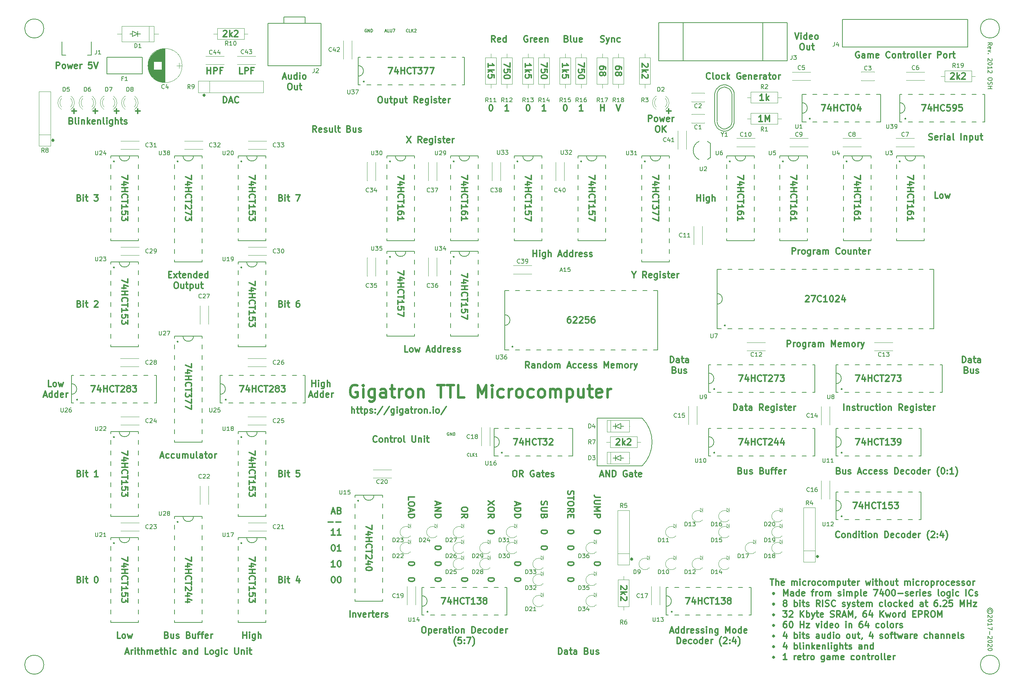
<source format=gbr>
G04 #@! TF.FileFunction,Legend,Top*
%FSLAX46Y46*%
G04 Gerber Fmt 4.6, Leading zero omitted, Abs format (unit mm)*
G04 Created by KiCad (PCBNEW 4.0.6) date 2020 March 20, Friday 17:13:11*
%MOMM*%
%LPD*%
G01*
G04 APERTURE LIST*
%ADD10C,0.100000*%
%ADD11C,0.300000*%
%ADD12C,0.200000*%
%ADD13C,0.600000*%
%ADD14C,0.120000*%
%ADD15C,0.150000*%
%ADD16C,0.203200*%
%ADD17C,0.152400*%
G04 APERTURE END LIST*
D10*
D11*
X210042143Y-152999286D02*
X210042143Y-153285000D01*
X210113572Y-153285000D02*
X210113572Y-152999286D01*
X210185000Y-152927857D02*
X210185000Y-153356429D01*
X210256429Y-153285000D02*
X210256429Y-152999286D01*
X210327858Y-152999286D02*
X210327858Y-153285000D01*
X210042143Y-153213571D02*
X210185000Y-153356429D01*
X210327858Y-153213571D01*
X210042143Y-153070714D02*
X210185000Y-152927857D01*
X210327858Y-153070714D01*
X210042143Y-152999286D02*
X210185000Y-152927857D01*
X210327858Y-152999286D01*
X210399286Y-153142143D01*
X210327858Y-153285000D01*
X210185000Y-153356429D01*
X210042143Y-153285000D01*
X209970715Y-153142143D01*
X210042143Y-152999286D01*
X165592143Y-153634286D02*
X165592143Y-153920000D01*
X165663572Y-153920000D02*
X165663572Y-153634286D01*
X165735000Y-153562857D02*
X165735000Y-153991429D01*
X165806429Y-153920000D02*
X165806429Y-153634286D01*
X165877858Y-153634286D02*
X165877858Y-153920000D01*
X165592143Y-153848571D02*
X165735000Y-153991429D01*
X165877858Y-153848571D01*
X165592143Y-153705714D02*
X165735000Y-153562857D01*
X165877858Y-153705714D01*
X165592143Y-153634286D02*
X165735000Y-153562857D01*
X165877858Y-153634286D01*
X165949286Y-153777143D01*
X165877858Y-153920000D01*
X165735000Y-153991429D01*
X165592143Y-153920000D01*
X165520715Y-153777143D01*
X165592143Y-153634286D01*
X27162143Y-53304286D02*
X27162143Y-53590000D01*
X27233572Y-53590000D02*
X27233572Y-53304286D01*
X27305000Y-53232857D02*
X27305000Y-53661429D01*
X27376429Y-53590000D02*
X27376429Y-53304286D01*
X27447858Y-53304286D02*
X27447858Y-53590000D01*
X27162143Y-53518571D02*
X27305000Y-53661429D01*
X27447858Y-53518571D01*
X27162143Y-53375714D02*
X27305000Y-53232857D01*
X27447858Y-53375714D01*
X27162143Y-53304286D02*
X27305000Y-53232857D01*
X27447858Y-53304286D01*
X27519286Y-53447143D01*
X27447858Y-53590000D01*
X27305000Y-53661429D01*
X27162143Y-53590000D01*
X27090715Y-53447143D01*
X27162143Y-53304286D01*
X63357143Y-42509286D02*
X63357143Y-42795000D01*
X63428572Y-42795000D02*
X63428572Y-42509286D01*
X63500000Y-42437857D02*
X63500000Y-42866429D01*
X63571429Y-42795000D02*
X63571429Y-42509286D01*
X63642858Y-42509286D02*
X63642858Y-42795000D01*
X63357143Y-42723571D02*
X63500000Y-42866429D01*
X63642858Y-42723571D01*
X63357143Y-42580714D02*
X63500000Y-42437857D01*
X63642858Y-42580714D01*
X63357143Y-42509286D02*
X63500000Y-42437857D01*
X63642858Y-42509286D01*
X63714286Y-42652143D01*
X63642858Y-42795000D01*
X63500000Y-42866429D01*
X63357143Y-42795000D01*
X63285715Y-42652143D01*
X63357143Y-42509286D01*
X113851429Y-158599286D02*
X113851429Y-158742143D01*
X113780000Y-158885000D01*
X113708571Y-158956429D01*
X113565714Y-159027858D01*
X113280000Y-159099286D01*
X112922857Y-159099286D01*
X112637143Y-159027858D01*
X112494286Y-158956429D01*
X112422857Y-158885000D01*
X112351429Y-158742143D01*
X112351429Y-158599286D01*
X112422857Y-158456429D01*
X112494286Y-158385000D01*
X112637143Y-158313572D01*
X112922857Y-158242143D01*
X113280000Y-158242143D01*
X113565714Y-158313572D01*
X113708571Y-158385000D01*
X113780000Y-158456429D01*
X113851429Y-158599286D01*
X113851429Y-154789286D02*
X113851429Y-154932143D01*
X113780000Y-155075000D01*
X113708571Y-155146429D01*
X113565714Y-155217858D01*
X113280000Y-155289286D01*
X112922857Y-155289286D01*
X112637143Y-155217858D01*
X112494286Y-155146429D01*
X112422857Y-155075000D01*
X112351429Y-154932143D01*
X112351429Y-154789286D01*
X112422857Y-154646429D01*
X112494286Y-154575000D01*
X112637143Y-154503572D01*
X112922857Y-154432143D01*
X113280000Y-154432143D01*
X113565714Y-154503572D01*
X113708571Y-154575000D01*
X113780000Y-154646429D01*
X113851429Y-154789286D01*
X132901429Y-147169286D02*
X132901429Y-147312143D01*
X132830000Y-147455000D01*
X132758571Y-147526429D01*
X132615714Y-147597858D01*
X132330000Y-147669286D01*
X131972857Y-147669286D01*
X131687143Y-147597858D01*
X131544286Y-147526429D01*
X131472857Y-147455000D01*
X131401429Y-147312143D01*
X131401429Y-147169286D01*
X131472857Y-147026429D01*
X131544286Y-146955000D01*
X131687143Y-146883572D01*
X131972857Y-146812143D01*
X132330000Y-146812143D01*
X132615714Y-146883572D01*
X132758571Y-146955000D01*
X132830000Y-147026429D01*
X132901429Y-147169286D01*
X120201429Y-150979286D02*
X120201429Y-151122143D01*
X120130000Y-151265000D01*
X120058571Y-151336429D01*
X119915714Y-151407858D01*
X119630000Y-151479286D01*
X119272857Y-151479286D01*
X118987143Y-151407858D01*
X118844286Y-151336429D01*
X118772857Y-151265000D01*
X118701429Y-151122143D01*
X118701429Y-150979286D01*
X118772857Y-150836429D01*
X118844286Y-150765000D01*
X118987143Y-150693572D01*
X119272857Y-150622143D01*
X119630000Y-150622143D01*
X119915714Y-150693572D01*
X120058571Y-150765000D01*
X120130000Y-150836429D01*
X120201429Y-150979286D01*
X120201429Y-154789286D02*
X120201429Y-154932143D01*
X120130000Y-155075000D01*
X120058571Y-155146429D01*
X119915714Y-155217858D01*
X119630000Y-155289286D01*
X119272857Y-155289286D01*
X118987143Y-155217858D01*
X118844286Y-155146429D01*
X118772857Y-155075000D01*
X118701429Y-154932143D01*
X118701429Y-154789286D01*
X118772857Y-154646429D01*
X118844286Y-154575000D01*
X118987143Y-154503572D01*
X119272857Y-154432143D01*
X119630000Y-154432143D01*
X119915714Y-154503572D01*
X120058571Y-154575000D01*
X120130000Y-154646429D01*
X120201429Y-154789286D01*
X120201429Y-158599286D02*
X120201429Y-158742143D01*
X120130000Y-158885000D01*
X120058571Y-158956429D01*
X119915714Y-159027858D01*
X119630000Y-159099286D01*
X119272857Y-159099286D01*
X118987143Y-159027858D01*
X118844286Y-158956429D01*
X118772857Y-158885000D01*
X118701429Y-158742143D01*
X118701429Y-158599286D01*
X118772857Y-158456429D01*
X118844286Y-158385000D01*
X118987143Y-158313572D01*
X119272857Y-158242143D01*
X119630000Y-158242143D01*
X119915714Y-158313572D01*
X120058571Y-158385000D01*
X120130000Y-158456429D01*
X120201429Y-158599286D01*
X126551429Y-158599286D02*
X126551429Y-158742143D01*
X126480000Y-158885000D01*
X126408571Y-158956429D01*
X126265714Y-159027858D01*
X125980000Y-159099286D01*
X125622857Y-159099286D01*
X125337143Y-159027858D01*
X125194286Y-158956429D01*
X125122857Y-158885000D01*
X125051429Y-158742143D01*
X125051429Y-158599286D01*
X125122857Y-158456429D01*
X125194286Y-158385000D01*
X125337143Y-158313572D01*
X125622857Y-158242143D01*
X125980000Y-158242143D01*
X126265714Y-158313572D01*
X126408571Y-158385000D01*
X126480000Y-158456429D01*
X126551429Y-158599286D01*
X132901429Y-158599286D02*
X132901429Y-158742143D01*
X132830000Y-158885000D01*
X132758571Y-158956429D01*
X132615714Y-159027858D01*
X132330000Y-159099286D01*
X131972857Y-159099286D01*
X131687143Y-159027858D01*
X131544286Y-158956429D01*
X131472857Y-158885000D01*
X131401429Y-158742143D01*
X131401429Y-158599286D01*
X131472857Y-158456429D01*
X131544286Y-158385000D01*
X131687143Y-158313572D01*
X131972857Y-158242143D01*
X132330000Y-158242143D01*
X132615714Y-158313572D01*
X132758571Y-158385000D01*
X132830000Y-158456429D01*
X132901429Y-158599286D01*
X151951429Y-158599286D02*
X151951429Y-158742143D01*
X151880000Y-158885000D01*
X151808571Y-158956429D01*
X151665714Y-159027858D01*
X151380000Y-159099286D01*
X151022857Y-159099286D01*
X150737143Y-159027858D01*
X150594286Y-158956429D01*
X150522857Y-158885000D01*
X150451429Y-158742143D01*
X150451429Y-158599286D01*
X150522857Y-158456429D01*
X150594286Y-158385000D01*
X150737143Y-158313572D01*
X151022857Y-158242143D01*
X151380000Y-158242143D01*
X151665714Y-158313572D01*
X151808571Y-158385000D01*
X151880000Y-158456429D01*
X151951429Y-158599286D01*
X139251429Y-158599286D02*
X139251429Y-158742143D01*
X139180000Y-158885000D01*
X139108571Y-158956429D01*
X138965714Y-159027858D01*
X138680000Y-159099286D01*
X138322857Y-159099286D01*
X138037143Y-159027858D01*
X137894286Y-158956429D01*
X137822857Y-158885000D01*
X137751429Y-158742143D01*
X137751429Y-158599286D01*
X137822857Y-158456429D01*
X137894286Y-158385000D01*
X138037143Y-158313572D01*
X138322857Y-158242143D01*
X138680000Y-158242143D01*
X138965714Y-158313572D01*
X139108571Y-158385000D01*
X139180000Y-158456429D01*
X139251429Y-158599286D01*
X139251429Y-154789286D02*
X139251429Y-154932143D01*
X139180000Y-155075000D01*
X139108571Y-155146429D01*
X138965714Y-155217858D01*
X138680000Y-155289286D01*
X138322857Y-155289286D01*
X138037143Y-155217858D01*
X137894286Y-155146429D01*
X137822857Y-155075000D01*
X137751429Y-154932143D01*
X137751429Y-154789286D01*
X137822857Y-154646429D01*
X137894286Y-154575000D01*
X138037143Y-154503572D01*
X138322857Y-154432143D01*
X138680000Y-154432143D01*
X138965714Y-154503572D01*
X139108571Y-154575000D01*
X139180000Y-154646429D01*
X139251429Y-154789286D01*
X158301429Y-147169286D02*
X158301429Y-147312143D01*
X158230000Y-147455000D01*
X158158571Y-147526429D01*
X158015714Y-147597858D01*
X157730000Y-147669286D01*
X157372857Y-147669286D01*
X157087143Y-147597858D01*
X156944286Y-147526429D01*
X156872857Y-147455000D01*
X156801429Y-147312143D01*
X156801429Y-147169286D01*
X156872857Y-147026429D01*
X156944286Y-146955000D01*
X157087143Y-146883572D01*
X157372857Y-146812143D01*
X157730000Y-146812143D01*
X158015714Y-146883572D01*
X158158571Y-146955000D01*
X158230000Y-147026429D01*
X158301429Y-147169286D01*
X158301429Y-154789286D02*
X158301429Y-154932143D01*
X158230000Y-155075000D01*
X158158571Y-155146429D01*
X158015714Y-155217858D01*
X157730000Y-155289286D01*
X157372857Y-155289286D01*
X157087143Y-155217858D01*
X156944286Y-155146429D01*
X156872857Y-155075000D01*
X156801429Y-154932143D01*
X156801429Y-154789286D01*
X156872857Y-154646429D01*
X156944286Y-154575000D01*
X157087143Y-154503572D01*
X157372857Y-154432143D01*
X157730000Y-154432143D01*
X158015714Y-154503572D01*
X158158571Y-154575000D01*
X158230000Y-154646429D01*
X158301429Y-154789286D01*
X151951429Y-154789286D02*
X151951429Y-154932143D01*
X151880000Y-155075000D01*
X151808571Y-155146429D01*
X151665714Y-155217858D01*
X151380000Y-155289286D01*
X151022857Y-155289286D01*
X150737143Y-155217858D01*
X150594286Y-155146429D01*
X150522857Y-155075000D01*
X150451429Y-154932143D01*
X150451429Y-154789286D01*
X150522857Y-154646429D01*
X150594286Y-154575000D01*
X150737143Y-154503572D01*
X151022857Y-154432143D01*
X151380000Y-154432143D01*
X151665714Y-154503572D01*
X151808571Y-154575000D01*
X151880000Y-154646429D01*
X151951429Y-154789286D01*
X151951429Y-150979286D02*
X151951429Y-151122143D01*
X151880000Y-151265000D01*
X151808571Y-151336429D01*
X151665714Y-151407858D01*
X151380000Y-151479286D01*
X151022857Y-151479286D01*
X150737143Y-151407858D01*
X150594286Y-151336429D01*
X150522857Y-151265000D01*
X150451429Y-151122143D01*
X150451429Y-150979286D01*
X150522857Y-150836429D01*
X150594286Y-150765000D01*
X150737143Y-150693572D01*
X151022857Y-150622143D01*
X151380000Y-150622143D01*
X151665714Y-150693572D01*
X151808571Y-150765000D01*
X151880000Y-150836429D01*
X151951429Y-150979286D01*
X151951429Y-147169286D02*
X151951429Y-147312143D01*
X151880000Y-147455000D01*
X151808571Y-147526429D01*
X151665714Y-147597858D01*
X151380000Y-147669286D01*
X151022857Y-147669286D01*
X150737143Y-147597858D01*
X150594286Y-147526429D01*
X150522857Y-147455000D01*
X150451429Y-147312143D01*
X150451429Y-147169286D01*
X150522857Y-147026429D01*
X150594286Y-146955000D01*
X150737143Y-146883572D01*
X151022857Y-146812143D01*
X151380000Y-146812143D01*
X151665714Y-146883572D01*
X151808571Y-146955000D01*
X151880000Y-147026429D01*
X151951429Y-147169286D01*
X145601429Y-150979286D02*
X145601429Y-151122143D01*
X145530000Y-151265000D01*
X145458571Y-151336429D01*
X145315714Y-151407858D01*
X145030000Y-151479286D01*
X144672857Y-151479286D01*
X144387143Y-151407858D01*
X144244286Y-151336429D01*
X144172857Y-151265000D01*
X144101429Y-151122143D01*
X144101429Y-150979286D01*
X144172857Y-150836429D01*
X144244286Y-150765000D01*
X144387143Y-150693572D01*
X144672857Y-150622143D01*
X145030000Y-150622143D01*
X145315714Y-150693572D01*
X145458571Y-150765000D01*
X145530000Y-150836429D01*
X145601429Y-150979286D01*
X145601429Y-147169286D02*
X145601429Y-147312143D01*
X145530000Y-147455000D01*
X145458571Y-147526429D01*
X145315714Y-147597858D01*
X145030000Y-147669286D01*
X144672857Y-147669286D01*
X144387143Y-147597858D01*
X144244286Y-147526429D01*
X144172857Y-147455000D01*
X144101429Y-147312143D01*
X144101429Y-147169286D01*
X144172857Y-147026429D01*
X144244286Y-146955000D01*
X144387143Y-146883572D01*
X144672857Y-146812143D01*
X145030000Y-146812143D01*
X145315714Y-146883572D01*
X145458571Y-146955000D01*
X145530000Y-147026429D01*
X145601429Y-147169286D01*
X94020000Y-142485000D02*
X94734286Y-142485000D01*
X93877143Y-142913571D02*
X94377143Y-141413571D01*
X94877143Y-142913571D01*
X95877143Y-142127857D02*
X96091429Y-142199286D01*
X96162857Y-142270714D01*
X96234286Y-142413571D01*
X96234286Y-142627857D01*
X96162857Y-142770714D01*
X96091429Y-142842143D01*
X95948571Y-142913571D01*
X95377143Y-142913571D01*
X95377143Y-141413571D01*
X95877143Y-141413571D01*
X96020000Y-141485000D01*
X96091429Y-141556429D01*
X96162857Y-141699286D01*
X96162857Y-141842143D01*
X96091429Y-141985000D01*
X96020000Y-142056429D01*
X95877143Y-142127857D01*
X95377143Y-142127857D01*
X93162857Y-144892143D02*
X94305714Y-144892143D01*
X95020000Y-144892143D02*
X96162857Y-144892143D01*
X94305715Y-157928571D02*
X94448572Y-157928571D01*
X94591429Y-158000000D01*
X94662858Y-158071429D01*
X94734287Y-158214286D01*
X94805715Y-158500000D01*
X94805715Y-158857143D01*
X94734287Y-159142857D01*
X94662858Y-159285714D01*
X94591429Y-159357143D01*
X94448572Y-159428571D01*
X94305715Y-159428571D01*
X94162858Y-159357143D01*
X94091429Y-159285714D01*
X94020001Y-159142857D01*
X93948572Y-158857143D01*
X93948572Y-158500000D01*
X94020001Y-158214286D01*
X94091429Y-158071429D01*
X94162858Y-158000000D01*
X94305715Y-157928571D01*
X95734286Y-157928571D02*
X95877143Y-157928571D01*
X96020000Y-158000000D01*
X96091429Y-158071429D01*
X96162858Y-158214286D01*
X96234286Y-158500000D01*
X96234286Y-158857143D01*
X96162858Y-159142857D01*
X96091429Y-159285714D01*
X96020000Y-159357143D01*
X95877143Y-159428571D01*
X95734286Y-159428571D01*
X95591429Y-159357143D01*
X95520000Y-159285714D01*
X95448572Y-159142857D01*
X95377143Y-158857143D01*
X95377143Y-158500000D01*
X95448572Y-158214286D01*
X95520000Y-158071429D01*
X95591429Y-158000000D01*
X95734286Y-157928571D01*
X94805715Y-155618571D02*
X93948572Y-155618571D01*
X94377144Y-155618571D02*
X94377144Y-154118571D01*
X94234287Y-154332857D01*
X94091429Y-154475714D01*
X93948572Y-154547143D01*
X95734286Y-154118571D02*
X95877143Y-154118571D01*
X96020000Y-154190000D01*
X96091429Y-154261429D01*
X96162858Y-154404286D01*
X96234286Y-154690000D01*
X96234286Y-155047143D01*
X96162858Y-155332857D01*
X96091429Y-155475714D01*
X96020000Y-155547143D01*
X95877143Y-155618571D01*
X95734286Y-155618571D01*
X95591429Y-155547143D01*
X95520000Y-155475714D01*
X95448572Y-155332857D01*
X95377143Y-155047143D01*
X95377143Y-154690000D01*
X95448572Y-154404286D01*
X95520000Y-154261429D01*
X95591429Y-154190000D01*
X95734286Y-154118571D01*
X94305715Y-150308571D02*
X94448572Y-150308571D01*
X94591429Y-150380000D01*
X94662858Y-150451429D01*
X94734287Y-150594286D01*
X94805715Y-150880000D01*
X94805715Y-151237143D01*
X94734287Y-151522857D01*
X94662858Y-151665714D01*
X94591429Y-151737143D01*
X94448572Y-151808571D01*
X94305715Y-151808571D01*
X94162858Y-151737143D01*
X94091429Y-151665714D01*
X94020001Y-151522857D01*
X93948572Y-151237143D01*
X93948572Y-150880000D01*
X94020001Y-150594286D01*
X94091429Y-150451429D01*
X94162858Y-150380000D01*
X94305715Y-150308571D01*
X96234286Y-151808571D02*
X95377143Y-151808571D01*
X95805715Y-151808571D02*
X95805715Y-150308571D01*
X95662858Y-150522857D01*
X95520000Y-150665714D01*
X95377143Y-150737143D01*
X94805715Y-147998571D02*
X93948572Y-147998571D01*
X94377144Y-147998571D02*
X94377144Y-146498571D01*
X94234287Y-146712857D01*
X94091429Y-146855714D01*
X93948572Y-146927143D01*
X96234286Y-147998571D02*
X95377143Y-147998571D01*
X95805715Y-147998571D02*
X95805715Y-146498571D01*
X95662858Y-146712857D01*
X95520000Y-146855714D01*
X95377143Y-146927143D01*
X26940000Y-112433571D02*
X26225714Y-112433571D01*
X26225714Y-110933571D01*
X27654286Y-112433571D02*
X27511428Y-112362143D01*
X27440000Y-112290714D01*
X27368571Y-112147857D01*
X27368571Y-111719286D01*
X27440000Y-111576429D01*
X27511428Y-111505000D01*
X27654286Y-111433571D01*
X27868571Y-111433571D01*
X28011428Y-111505000D01*
X28082857Y-111576429D01*
X28154286Y-111719286D01*
X28154286Y-112147857D01*
X28082857Y-112290714D01*
X28011428Y-112362143D01*
X27868571Y-112433571D01*
X27654286Y-112433571D01*
X28654286Y-111433571D02*
X28940000Y-112433571D01*
X29225714Y-111719286D01*
X29511429Y-112433571D01*
X29797143Y-111433571D01*
X25118572Y-114555000D02*
X25832858Y-114555000D01*
X24975715Y-114983571D02*
X25475715Y-113483571D01*
X25975715Y-114983571D01*
X27118572Y-114983571D02*
X27118572Y-113483571D01*
X27118572Y-114912143D02*
X26975715Y-114983571D01*
X26690001Y-114983571D01*
X26547143Y-114912143D01*
X26475715Y-114840714D01*
X26404286Y-114697857D01*
X26404286Y-114269286D01*
X26475715Y-114126429D01*
X26547143Y-114055000D01*
X26690001Y-113983571D01*
X26975715Y-113983571D01*
X27118572Y-114055000D01*
X28475715Y-114983571D02*
X28475715Y-113483571D01*
X28475715Y-114912143D02*
X28332858Y-114983571D01*
X28047144Y-114983571D01*
X27904286Y-114912143D01*
X27832858Y-114840714D01*
X27761429Y-114697857D01*
X27761429Y-114269286D01*
X27832858Y-114126429D01*
X27904286Y-114055000D01*
X28047144Y-113983571D01*
X28332858Y-113983571D01*
X28475715Y-114055000D01*
X29761429Y-114912143D02*
X29618572Y-114983571D01*
X29332858Y-114983571D01*
X29190001Y-114912143D01*
X29118572Y-114769286D01*
X29118572Y-114197857D01*
X29190001Y-114055000D01*
X29332858Y-113983571D01*
X29618572Y-113983571D01*
X29761429Y-114055000D01*
X29832858Y-114197857D01*
X29832858Y-114340714D01*
X29118572Y-114483571D01*
X30475715Y-114983571D02*
X30475715Y-113983571D01*
X30475715Y-114269286D02*
X30547143Y-114126429D01*
X30618572Y-114055000D01*
X30761429Y-113983571D01*
X30904286Y-113983571D01*
X89297143Y-112433571D02*
X89297143Y-110933571D01*
X89297143Y-111647857D02*
X90154286Y-111647857D01*
X90154286Y-112433571D02*
X90154286Y-110933571D01*
X90868572Y-112433571D02*
X90868572Y-111433571D01*
X90868572Y-110933571D02*
X90797143Y-111005000D01*
X90868572Y-111076429D01*
X90940000Y-111005000D01*
X90868572Y-110933571D01*
X90868572Y-111076429D01*
X92225715Y-111433571D02*
X92225715Y-112647857D01*
X92154286Y-112790714D01*
X92082858Y-112862143D01*
X91940001Y-112933571D01*
X91725715Y-112933571D01*
X91582858Y-112862143D01*
X92225715Y-112362143D02*
X92082858Y-112433571D01*
X91797144Y-112433571D01*
X91654286Y-112362143D01*
X91582858Y-112290714D01*
X91511429Y-112147857D01*
X91511429Y-111719286D01*
X91582858Y-111576429D01*
X91654286Y-111505000D01*
X91797144Y-111433571D01*
X92082858Y-111433571D01*
X92225715Y-111505000D01*
X92940001Y-112433571D02*
X92940001Y-110933571D01*
X93582858Y-112433571D02*
X93582858Y-111647857D01*
X93511429Y-111505000D01*
X93368572Y-111433571D01*
X93154287Y-111433571D01*
X93011429Y-111505000D01*
X92940001Y-111576429D01*
X88618572Y-114555000D02*
X89332858Y-114555000D01*
X88475715Y-114983571D02*
X88975715Y-113483571D01*
X89475715Y-114983571D01*
X90618572Y-114983571D02*
X90618572Y-113483571D01*
X90618572Y-114912143D02*
X90475715Y-114983571D01*
X90190001Y-114983571D01*
X90047143Y-114912143D01*
X89975715Y-114840714D01*
X89904286Y-114697857D01*
X89904286Y-114269286D01*
X89975715Y-114126429D01*
X90047143Y-114055000D01*
X90190001Y-113983571D01*
X90475715Y-113983571D01*
X90618572Y-114055000D01*
X91975715Y-114983571D02*
X91975715Y-113483571D01*
X91975715Y-114912143D02*
X91832858Y-114983571D01*
X91547144Y-114983571D01*
X91404286Y-114912143D01*
X91332858Y-114840714D01*
X91261429Y-114697857D01*
X91261429Y-114269286D01*
X91332858Y-114126429D01*
X91404286Y-114055000D01*
X91547144Y-113983571D01*
X91832858Y-113983571D01*
X91975715Y-114055000D01*
X93261429Y-114912143D02*
X93118572Y-114983571D01*
X92832858Y-114983571D01*
X92690001Y-114912143D01*
X92618572Y-114769286D01*
X92618572Y-114197857D01*
X92690001Y-114055000D01*
X92832858Y-113983571D01*
X93118572Y-113983571D01*
X93261429Y-114055000D01*
X93332858Y-114197857D01*
X93332858Y-114340714D01*
X92618572Y-114483571D01*
X93975715Y-114983571D02*
X93975715Y-113983571D01*
X93975715Y-114269286D02*
X94047143Y-114126429D01*
X94118572Y-114055000D01*
X94261429Y-113983571D01*
X94404286Y-113983571D01*
D12*
X251769524Y-166371190D02*
X251817143Y-166275952D01*
X251817143Y-166085476D01*
X251769524Y-165990238D01*
X251674286Y-165895000D01*
X251579048Y-165847381D01*
X251388571Y-165847381D01*
X251293333Y-165895000D01*
X251198095Y-165990238D01*
X251150476Y-166085476D01*
X251150476Y-166275952D01*
X251198095Y-166371190D01*
X252150476Y-166180714D02*
X252102857Y-165942619D01*
X251960000Y-165704523D01*
X251721905Y-165561666D01*
X251483810Y-165514047D01*
X251245714Y-165561666D01*
X251007619Y-165704523D01*
X250864762Y-165942619D01*
X250817143Y-166180714D01*
X250864762Y-166418809D01*
X251007619Y-166656904D01*
X251245714Y-166799761D01*
X251483810Y-166847381D01*
X251721905Y-166799761D01*
X251960000Y-166656904D01*
X252102857Y-166418809D01*
X252150476Y-166180714D01*
X251912381Y-167228333D02*
X251960000Y-167275952D01*
X252007619Y-167371190D01*
X252007619Y-167609286D01*
X251960000Y-167704524D01*
X251912381Y-167752143D01*
X251817143Y-167799762D01*
X251721905Y-167799762D01*
X251579048Y-167752143D01*
X251007619Y-167180714D01*
X251007619Y-167799762D01*
X252007619Y-168418809D02*
X252007619Y-168514048D01*
X251960000Y-168609286D01*
X251912381Y-168656905D01*
X251817143Y-168704524D01*
X251626667Y-168752143D01*
X251388571Y-168752143D01*
X251198095Y-168704524D01*
X251102857Y-168656905D01*
X251055238Y-168609286D01*
X251007619Y-168514048D01*
X251007619Y-168418809D01*
X251055238Y-168323571D01*
X251102857Y-168275952D01*
X251198095Y-168228333D01*
X251388571Y-168180714D01*
X251626667Y-168180714D01*
X251817143Y-168228333D01*
X251912381Y-168275952D01*
X251960000Y-168323571D01*
X252007619Y-168418809D01*
X251007619Y-169704524D02*
X251007619Y-169133095D01*
X251007619Y-169418809D02*
X252007619Y-169418809D01*
X251864762Y-169323571D01*
X251769524Y-169228333D01*
X251721905Y-169133095D01*
X252007619Y-170037857D02*
X252007619Y-170704524D01*
X251007619Y-170275952D01*
X251388571Y-171085476D02*
X251388571Y-171847381D01*
X251912381Y-172275952D02*
X251960000Y-172323571D01*
X252007619Y-172418809D01*
X252007619Y-172656905D01*
X251960000Y-172752143D01*
X251912381Y-172799762D01*
X251817143Y-172847381D01*
X251721905Y-172847381D01*
X251579048Y-172799762D01*
X251007619Y-172228333D01*
X251007619Y-172847381D01*
X252007619Y-173466428D02*
X252007619Y-173561667D01*
X251960000Y-173656905D01*
X251912381Y-173704524D01*
X251817143Y-173752143D01*
X251626667Y-173799762D01*
X251388571Y-173799762D01*
X251198095Y-173752143D01*
X251102857Y-173704524D01*
X251055238Y-173656905D01*
X251007619Y-173561667D01*
X251007619Y-173466428D01*
X251055238Y-173371190D01*
X251102857Y-173323571D01*
X251198095Y-173275952D01*
X251388571Y-173228333D01*
X251626667Y-173228333D01*
X251817143Y-173275952D01*
X251912381Y-173323571D01*
X251960000Y-173371190D01*
X252007619Y-173466428D01*
X251912381Y-174180714D02*
X251960000Y-174228333D01*
X252007619Y-174323571D01*
X252007619Y-174561667D01*
X251960000Y-174656905D01*
X251912381Y-174704524D01*
X251817143Y-174752143D01*
X251721905Y-174752143D01*
X251579048Y-174704524D01*
X251007619Y-174133095D01*
X251007619Y-174752143D01*
X252007619Y-175371190D02*
X252007619Y-175466429D01*
X251960000Y-175561667D01*
X251912381Y-175609286D01*
X251817143Y-175656905D01*
X251626667Y-175704524D01*
X251388571Y-175704524D01*
X251198095Y-175656905D01*
X251102857Y-175609286D01*
X251055238Y-175561667D01*
X251007619Y-175466429D01*
X251007619Y-175371190D01*
X251055238Y-175275952D01*
X251102857Y-175228333D01*
X251198095Y-175180714D01*
X251388571Y-175133095D01*
X251626667Y-175133095D01*
X251817143Y-175180714D01*
X251912381Y-175228333D01*
X251960000Y-175275952D01*
X252007619Y-175371190D01*
D11*
X239030000Y-67353571D02*
X238315714Y-67353571D01*
X238315714Y-65853571D01*
X239744286Y-67353571D02*
X239601428Y-67282143D01*
X239530000Y-67210714D01*
X239458571Y-67067857D01*
X239458571Y-66639286D01*
X239530000Y-66496429D01*
X239601428Y-66425000D01*
X239744286Y-66353571D01*
X239958571Y-66353571D01*
X240101428Y-66425000D01*
X240172857Y-66496429D01*
X240244286Y-66639286D01*
X240244286Y-67067857D01*
X240172857Y-67210714D01*
X240101428Y-67282143D01*
X239958571Y-67353571D01*
X239744286Y-67353571D01*
X240744286Y-66353571D02*
X241030000Y-67353571D01*
X241315714Y-66639286D01*
X241601429Y-67353571D01*
X241887143Y-66353571D01*
X181372143Y-67988571D02*
X181372143Y-66488571D01*
X181372143Y-67202857D02*
X182229286Y-67202857D01*
X182229286Y-67988571D02*
X182229286Y-66488571D01*
X182943572Y-67988571D02*
X182943572Y-66988571D01*
X182943572Y-66488571D02*
X182872143Y-66560000D01*
X182943572Y-66631429D01*
X183015000Y-66560000D01*
X182943572Y-66488571D01*
X182943572Y-66631429D01*
X184300715Y-66988571D02*
X184300715Y-68202857D01*
X184229286Y-68345714D01*
X184157858Y-68417143D01*
X184015001Y-68488571D01*
X183800715Y-68488571D01*
X183657858Y-68417143D01*
X184300715Y-67917143D02*
X184157858Y-67988571D01*
X183872144Y-67988571D01*
X183729286Y-67917143D01*
X183657858Y-67845714D01*
X183586429Y-67702857D01*
X183586429Y-67274286D01*
X183657858Y-67131429D01*
X183729286Y-67060000D01*
X183872144Y-66988571D01*
X184157858Y-66988571D01*
X184300715Y-67060000D01*
X185015001Y-67988571D02*
X185015001Y-66488571D01*
X185657858Y-67988571D02*
X185657858Y-67202857D01*
X185586429Y-67060000D01*
X185443572Y-66988571D01*
X185229287Y-66988571D01*
X185086429Y-67060000D01*
X185015001Y-67131429D01*
X68064286Y-44493571D02*
X68064286Y-42993571D01*
X68421429Y-42993571D01*
X68635714Y-43065000D01*
X68778572Y-43207857D01*
X68850000Y-43350714D01*
X68921429Y-43636429D01*
X68921429Y-43850714D01*
X68850000Y-44136429D01*
X68778572Y-44279286D01*
X68635714Y-44422143D01*
X68421429Y-44493571D01*
X68064286Y-44493571D01*
X69492857Y-44065000D02*
X70207143Y-44065000D01*
X69350000Y-44493571D02*
X69850000Y-42993571D01*
X70350000Y-44493571D01*
X71707143Y-44350714D02*
X71635714Y-44422143D01*
X71421428Y-44493571D01*
X71278571Y-44493571D01*
X71064286Y-44422143D01*
X70921428Y-44279286D01*
X70850000Y-44136429D01*
X70778571Y-43850714D01*
X70778571Y-43636429D01*
X70850000Y-43350714D01*
X70921428Y-43207857D01*
X71064286Y-43065000D01*
X71278571Y-42993571D01*
X71421428Y-42993571D01*
X71635714Y-43065000D01*
X71707143Y-43136429D01*
X72731429Y-37508571D02*
X72017143Y-37508571D01*
X72017143Y-36008571D01*
X73231429Y-37508571D02*
X73231429Y-36008571D01*
X73802857Y-36008571D01*
X73945715Y-36080000D01*
X74017143Y-36151429D01*
X74088572Y-36294286D01*
X74088572Y-36508571D01*
X74017143Y-36651429D01*
X73945715Y-36722857D01*
X73802857Y-36794286D01*
X73231429Y-36794286D01*
X75231429Y-36722857D02*
X74731429Y-36722857D01*
X74731429Y-37508571D02*
X74731429Y-36008571D01*
X75445715Y-36008571D01*
X64218572Y-37508571D02*
X64218572Y-36008571D01*
X64218572Y-36722857D02*
X65075715Y-36722857D01*
X65075715Y-37508571D02*
X65075715Y-36008571D01*
X65790001Y-37508571D02*
X65790001Y-36008571D01*
X66361429Y-36008571D01*
X66504287Y-36080000D01*
X66575715Y-36151429D01*
X66647144Y-36294286D01*
X66647144Y-36508571D01*
X66575715Y-36651429D01*
X66504287Y-36722857D01*
X66361429Y-36794286D01*
X65790001Y-36794286D01*
X67790001Y-36722857D02*
X67290001Y-36722857D01*
X67290001Y-37508571D02*
X67290001Y-36008571D01*
X68004287Y-36008571D01*
D12*
X163195000Y-129540000D02*
X163830000Y-129540000D01*
X163195000Y-130175000D02*
X161925000Y-129540000D01*
X163195000Y-128905000D02*
X163195000Y-130175000D01*
X161925000Y-129540000D02*
X163195000Y-128905000D01*
X161925000Y-128905000D02*
X161925000Y-130175000D01*
X161290000Y-129540000D02*
X161925000Y-129540000D01*
X163195000Y-121920000D02*
X163830000Y-121920000D01*
X161925000Y-121920000D02*
X161290000Y-121920000D01*
X163195000Y-122555000D02*
X161925000Y-121920000D01*
X163195000Y-121285000D02*
X163195000Y-122555000D01*
X161925000Y-121920000D02*
X163195000Y-121285000D01*
X161925000Y-122555000D02*
X161925000Y-121920000D01*
X161925000Y-121285000D02*
X161925000Y-122555000D01*
X46355000Y-27940000D02*
X45720000Y-27940000D01*
X48260000Y-27940000D02*
X47625000Y-27940000D01*
X46355000Y-27305000D02*
X47625000Y-27940000D01*
X46355000Y-28575000D02*
X46355000Y-27305000D01*
X47625000Y-27940000D02*
X46355000Y-28575000D01*
X47625000Y-28575000D02*
X47625000Y-27940000D01*
X47625000Y-27305000D02*
X47625000Y-28575000D01*
D11*
X242090000Y-37421429D02*
X242161429Y-37350000D01*
X242304286Y-37278571D01*
X242661429Y-37278571D01*
X242804286Y-37350000D01*
X242875715Y-37421429D01*
X242947143Y-37564286D01*
X242947143Y-37707143D01*
X242875715Y-37921429D01*
X242018572Y-38778571D01*
X242947143Y-38778571D01*
X243590000Y-38778571D02*
X243590000Y-37278571D01*
X243732857Y-38207143D02*
X244161428Y-38778571D01*
X244161428Y-37778571D02*
X243590000Y-38350000D01*
X244732857Y-37421429D02*
X244804286Y-37350000D01*
X244947143Y-37278571D01*
X245304286Y-37278571D01*
X245447143Y-37350000D01*
X245518572Y-37421429D01*
X245590000Y-37564286D01*
X245590000Y-37707143D01*
X245518572Y-37921429D01*
X244661429Y-38778571D01*
X245590000Y-38778571D01*
X68100000Y-27261429D02*
X68171429Y-27190000D01*
X68314286Y-27118571D01*
X68671429Y-27118571D01*
X68814286Y-27190000D01*
X68885715Y-27261429D01*
X68957143Y-27404286D01*
X68957143Y-27547143D01*
X68885715Y-27761429D01*
X68028572Y-28618571D01*
X68957143Y-28618571D01*
X69600000Y-28618571D02*
X69600000Y-27118571D01*
X69742857Y-28047143D02*
X70171428Y-28618571D01*
X70171428Y-27618571D02*
X69600000Y-28190000D01*
X70742857Y-27261429D02*
X70814286Y-27190000D01*
X70957143Y-27118571D01*
X71314286Y-27118571D01*
X71457143Y-27190000D01*
X71528572Y-27261429D01*
X71600000Y-27404286D01*
X71600000Y-27547143D01*
X71528572Y-27761429D01*
X70671429Y-28618571D01*
X71600000Y-28618571D01*
X164508571Y-160175000D02*
X164580000Y-160246429D01*
X164651429Y-160389286D01*
X164651429Y-160746429D01*
X164580000Y-160889286D01*
X164508571Y-160960715D01*
X164365714Y-161032143D01*
X164222857Y-161032143D01*
X164008571Y-160960715D01*
X163151429Y-160103572D01*
X163151429Y-161032143D01*
X163151429Y-161675000D02*
X164651429Y-161675000D01*
X163722857Y-161817857D02*
X163151429Y-162246428D01*
X164151429Y-162246428D02*
X163580000Y-161675000D01*
X164508571Y-162817857D02*
X164580000Y-162889286D01*
X164651429Y-163032143D01*
X164651429Y-163389286D01*
X164580000Y-163532143D01*
X164508571Y-163603572D01*
X164365714Y-163675000D01*
X164222857Y-163675000D01*
X164008571Y-163603572D01*
X163151429Y-162746429D01*
X163151429Y-163675000D01*
X162080000Y-125051429D02*
X162151429Y-124980000D01*
X162294286Y-124908571D01*
X162651429Y-124908571D01*
X162794286Y-124980000D01*
X162865715Y-125051429D01*
X162937143Y-125194286D01*
X162937143Y-125337143D01*
X162865715Y-125551429D01*
X162008572Y-126408571D01*
X162937143Y-126408571D01*
X163580000Y-126408571D02*
X163580000Y-124908571D01*
X163722857Y-125837143D02*
X164151428Y-126408571D01*
X164151428Y-125408571D02*
X163580000Y-125980000D01*
X164722857Y-125051429D02*
X164794286Y-124980000D01*
X164937143Y-124908571D01*
X165294286Y-124908571D01*
X165437143Y-124980000D01*
X165508572Y-125051429D01*
X165580000Y-125194286D01*
X165580000Y-125337143D01*
X165508572Y-125551429D01*
X164651429Y-126408571D01*
X165580000Y-126408571D01*
X47053572Y-46462143D02*
X48196429Y-46462143D01*
X47625000Y-47033571D02*
X47625000Y-45890714D01*
X41973572Y-46462143D02*
X43116429Y-46462143D01*
X42545000Y-47033571D02*
X42545000Y-45890714D01*
X36893572Y-46462143D02*
X38036429Y-46462143D01*
X37465000Y-47033571D02*
X37465000Y-45890714D01*
X31813572Y-46462143D02*
X32956429Y-46462143D01*
X32385000Y-47033571D02*
X32385000Y-45890714D01*
X174053572Y-46462143D02*
X175196429Y-46462143D01*
X174625000Y-47033571D02*
X174625000Y-45890714D01*
D12*
X157480000Y-131445000D02*
X168275000Y-131445000D01*
X157480000Y-120015000D02*
X157480000Y-131445000D01*
X168275000Y-120015000D02*
X157480000Y-120015000D01*
X168275000Y-131445000D02*
G75*
G03X168275000Y-120015000I-5715000J5715000D01*
G01*
D11*
X197306429Y-43858571D02*
X196449286Y-43858571D01*
X196877858Y-43858571D02*
X196877858Y-42358571D01*
X196735001Y-42572857D01*
X196592143Y-42715714D01*
X196449286Y-42787143D01*
X197949286Y-43858571D02*
X197949286Y-42358571D01*
X198092143Y-43287143D02*
X198520714Y-43858571D01*
X198520714Y-42858571D02*
X197949286Y-43430000D01*
X197056429Y-48938571D02*
X196199286Y-48938571D01*
X196627858Y-48938571D02*
X196627858Y-47438571D01*
X196485001Y-47652857D01*
X196342143Y-47795714D01*
X196199286Y-47867143D01*
X197699286Y-48938571D02*
X197699286Y-47438571D01*
X198199286Y-48510000D01*
X198699286Y-47438571D01*
X198699286Y-48938571D01*
X169588571Y-35080000D02*
X169660000Y-35151429D01*
X169731429Y-35294286D01*
X169731429Y-35651429D01*
X169660000Y-35794286D01*
X169588571Y-35865715D01*
X169445714Y-35937143D01*
X169302857Y-35937143D01*
X169088571Y-35865715D01*
X168231429Y-35008572D01*
X168231429Y-35937143D01*
X168231429Y-36580000D02*
X169731429Y-36580000D01*
X168802857Y-36722857D02*
X168231429Y-37151428D01*
X169231429Y-37151428D02*
X168660000Y-36580000D01*
X169588571Y-37722857D02*
X169660000Y-37794286D01*
X169731429Y-37937143D01*
X169731429Y-38294286D01*
X169660000Y-38437143D01*
X169588571Y-38508572D01*
X169445714Y-38580000D01*
X169302857Y-38580000D01*
X169088571Y-38508572D01*
X168231429Y-37651429D01*
X168231429Y-38580000D01*
X137490001Y-124908571D02*
X138490001Y-124908571D01*
X137847144Y-126408571D01*
X139704286Y-125408571D02*
X139704286Y-126408571D01*
X139347143Y-124837143D02*
X138990000Y-125908571D01*
X139918572Y-125908571D01*
X140490000Y-126408571D02*
X140490000Y-124908571D01*
X140490000Y-125622857D02*
X141347143Y-125622857D01*
X141347143Y-126408571D02*
X141347143Y-124908571D01*
X142918572Y-126265714D02*
X142847143Y-126337143D01*
X142632857Y-126408571D01*
X142490000Y-126408571D01*
X142275715Y-126337143D01*
X142132857Y-126194286D01*
X142061429Y-126051429D01*
X141990000Y-125765714D01*
X141990000Y-125551429D01*
X142061429Y-125265714D01*
X142132857Y-125122857D01*
X142275715Y-124980000D01*
X142490000Y-124908571D01*
X142632857Y-124908571D01*
X142847143Y-124980000D01*
X142918572Y-125051429D01*
X143347143Y-124908571D02*
X144204286Y-124908571D01*
X143775715Y-126408571D02*
X143775715Y-124908571D01*
X144561429Y-124908571D02*
X145490000Y-124908571D01*
X144990000Y-125480000D01*
X145204286Y-125480000D01*
X145347143Y-125551429D01*
X145418572Y-125622857D01*
X145490000Y-125765714D01*
X145490000Y-126122857D01*
X145418572Y-126265714D01*
X145347143Y-126337143D01*
X145204286Y-126408571D01*
X144775714Y-126408571D01*
X144632857Y-126337143D01*
X144561429Y-126265714D01*
X146061428Y-125051429D02*
X146132857Y-124980000D01*
X146275714Y-124908571D01*
X146632857Y-124908571D01*
X146775714Y-124980000D01*
X146847143Y-125051429D01*
X146918571Y-125194286D01*
X146918571Y-125337143D01*
X146847143Y-125551429D01*
X145990000Y-126408571D01*
X146918571Y-126408571D01*
X211150001Y-44898571D02*
X212150001Y-44898571D01*
X211507144Y-46398571D01*
X213364286Y-45398571D02*
X213364286Y-46398571D01*
X213007143Y-44827143D02*
X212650000Y-45898571D01*
X213578572Y-45898571D01*
X214150000Y-46398571D02*
X214150000Y-44898571D01*
X214150000Y-45612857D02*
X215007143Y-45612857D01*
X215007143Y-46398571D02*
X215007143Y-44898571D01*
X216578572Y-46255714D02*
X216507143Y-46327143D01*
X216292857Y-46398571D01*
X216150000Y-46398571D01*
X215935715Y-46327143D01*
X215792857Y-46184286D01*
X215721429Y-46041429D01*
X215650000Y-45755714D01*
X215650000Y-45541429D01*
X215721429Y-45255714D01*
X215792857Y-45112857D01*
X215935715Y-44970000D01*
X216150000Y-44898571D01*
X216292857Y-44898571D01*
X216507143Y-44970000D01*
X216578572Y-45041429D01*
X217007143Y-44898571D02*
X217864286Y-44898571D01*
X217435715Y-46398571D02*
X217435715Y-44898571D01*
X218650000Y-44898571D02*
X218792857Y-44898571D01*
X218935714Y-44970000D01*
X219007143Y-45041429D01*
X219078572Y-45184286D01*
X219150000Y-45470000D01*
X219150000Y-45827143D01*
X219078572Y-46112857D01*
X219007143Y-46255714D01*
X218935714Y-46327143D01*
X218792857Y-46398571D01*
X218650000Y-46398571D01*
X218507143Y-46327143D01*
X218435714Y-46255714D01*
X218364286Y-46112857D01*
X218292857Y-45827143D01*
X218292857Y-45470000D01*
X218364286Y-45184286D01*
X218435714Y-45041429D01*
X218507143Y-44970000D01*
X218650000Y-44898571D01*
X220435714Y-45398571D02*
X220435714Y-46398571D01*
X220078571Y-44827143D02*
X219721428Y-45898571D01*
X220650000Y-45898571D01*
X235137144Y-44898571D02*
X236137144Y-44898571D01*
X235494287Y-46398571D01*
X237351429Y-45398571D02*
X237351429Y-46398571D01*
X236994286Y-44827143D02*
X236637143Y-45898571D01*
X237565715Y-45898571D01*
X238137143Y-46398571D02*
X238137143Y-44898571D01*
X238137143Y-45612857D02*
X238994286Y-45612857D01*
X238994286Y-46398571D02*
X238994286Y-44898571D01*
X240565715Y-46255714D02*
X240494286Y-46327143D01*
X240280000Y-46398571D01*
X240137143Y-46398571D01*
X239922858Y-46327143D01*
X239780000Y-46184286D01*
X239708572Y-46041429D01*
X239637143Y-45755714D01*
X239637143Y-45541429D01*
X239708572Y-45255714D01*
X239780000Y-45112857D01*
X239922858Y-44970000D01*
X240137143Y-44898571D01*
X240280000Y-44898571D01*
X240494286Y-44970000D01*
X240565715Y-45041429D01*
X241922858Y-44898571D02*
X241208572Y-44898571D01*
X241137143Y-45612857D01*
X241208572Y-45541429D01*
X241351429Y-45470000D01*
X241708572Y-45470000D01*
X241851429Y-45541429D01*
X241922858Y-45612857D01*
X241994286Y-45755714D01*
X241994286Y-46112857D01*
X241922858Y-46255714D01*
X241851429Y-46327143D01*
X241708572Y-46398571D01*
X241351429Y-46398571D01*
X241208572Y-46327143D01*
X241137143Y-46255714D01*
X242708571Y-46398571D02*
X242994286Y-46398571D01*
X243137143Y-46327143D01*
X243208571Y-46255714D01*
X243351429Y-46041429D01*
X243422857Y-45755714D01*
X243422857Y-45184286D01*
X243351429Y-45041429D01*
X243280000Y-44970000D01*
X243137143Y-44898571D01*
X242851429Y-44898571D01*
X242708571Y-44970000D01*
X242637143Y-45041429D01*
X242565714Y-45184286D01*
X242565714Y-45541429D01*
X242637143Y-45684286D01*
X242708571Y-45755714D01*
X242851429Y-45827143D01*
X243137143Y-45827143D01*
X243280000Y-45755714D01*
X243351429Y-45684286D01*
X243422857Y-45541429D01*
X244780000Y-44898571D02*
X244065714Y-44898571D01*
X243994285Y-45612857D01*
X244065714Y-45541429D01*
X244208571Y-45470000D01*
X244565714Y-45470000D01*
X244708571Y-45541429D01*
X244780000Y-45612857D01*
X244851428Y-45755714D01*
X244851428Y-46112857D01*
X244780000Y-46255714D01*
X244708571Y-46327143D01*
X244565714Y-46398571D01*
X244208571Y-46398571D01*
X244065714Y-46327143D01*
X243994285Y-46255714D01*
X233231429Y-61845716D02*
X233231429Y-62845716D01*
X231731429Y-62202859D01*
X232731429Y-64060001D02*
X231731429Y-64060001D01*
X233302857Y-63702858D02*
X232231429Y-63345715D01*
X232231429Y-64274287D01*
X231731429Y-64845715D02*
X233231429Y-64845715D01*
X232517143Y-64845715D02*
X232517143Y-65702858D01*
X231731429Y-65702858D02*
X233231429Y-65702858D01*
X231874286Y-67274287D02*
X231802857Y-67202858D01*
X231731429Y-66988572D01*
X231731429Y-66845715D01*
X231802857Y-66631430D01*
X231945714Y-66488572D01*
X232088571Y-66417144D01*
X232374286Y-66345715D01*
X232588571Y-66345715D01*
X232874286Y-66417144D01*
X233017143Y-66488572D01*
X233160000Y-66631430D01*
X233231429Y-66845715D01*
X233231429Y-66988572D01*
X233160000Y-67202858D01*
X233088571Y-67274287D01*
X233231429Y-67702858D02*
X233231429Y-68560001D01*
X231731429Y-68131430D02*
X233231429Y-68131430D01*
X231731429Y-69845715D02*
X231731429Y-68988572D01*
X231731429Y-69417144D02*
X233231429Y-69417144D01*
X233017143Y-69274287D01*
X232874286Y-69131429D01*
X232802857Y-68988572D01*
X233231429Y-71131429D02*
X233231429Y-70845715D01*
X233160000Y-70702858D01*
X233088571Y-70631429D01*
X232874286Y-70488572D01*
X232588571Y-70417143D01*
X232017143Y-70417143D01*
X231874286Y-70488572D01*
X231802857Y-70560000D01*
X231731429Y-70702858D01*
X231731429Y-70988572D01*
X231802857Y-71131429D01*
X231874286Y-71202858D01*
X232017143Y-71274286D01*
X232374286Y-71274286D01*
X232517143Y-71202858D01*
X232588571Y-71131429D01*
X232660000Y-70988572D01*
X232660000Y-70702858D01*
X232588571Y-70560000D01*
X232517143Y-70488572D01*
X232374286Y-70417143D01*
X231731429Y-72702857D02*
X231731429Y-71845714D01*
X231731429Y-72274286D02*
X233231429Y-72274286D01*
X233017143Y-72131429D01*
X232874286Y-71988571D01*
X232802857Y-71845714D01*
X220531429Y-61845716D02*
X220531429Y-62845716D01*
X219031429Y-62202859D01*
X220031429Y-64060001D02*
X219031429Y-64060001D01*
X220602857Y-63702858D02*
X219531429Y-63345715D01*
X219531429Y-64274287D01*
X219031429Y-64845715D02*
X220531429Y-64845715D01*
X219817143Y-64845715D02*
X219817143Y-65702858D01*
X219031429Y-65702858D02*
X220531429Y-65702858D01*
X219174286Y-67274287D02*
X219102857Y-67202858D01*
X219031429Y-66988572D01*
X219031429Y-66845715D01*
X219102857Y-66631430D01*
X219245714Y-66488572D01*
X219388571Y-66417144D01*
X219674286Y-66345715D01*
X219888571Y-66345715D01*
X220174286Y-66417144D01*
X220317143Y-66488572D01*
X220460000Y-66631430D01*
X220531429Y-66845715D01*
X220531429Y-66988572D01*
X220460000Y-67202858D01*
X220388571Y-67274287D01*
X220531429Y-67702858D02*
X220531429Y-68560001D01*
X219031429Y-68131430D02*
X220531429Y-68131430D01*
X219031429Y-69845715D02*
X219031429Y-68988572D01*
X219031429Y-69417144D02*
X220531429Y-69417144D01*
X220317143Y-69274287D01*
X220174286Y-69131429D01*
X220102857Y-68988572D01*
X220531429Y-71131429D02*
X220531429Y-70845715D01*
X220460000Y-70702858D01*
X220388571Y-70631429D01*
X220174286Y-70488572D01*
X219888571Y-70417143D01*
X219317143Y-70417143D01*
X219174286Y-70488572D01*
X219102857Y-70560000D01*
X219031429Y-70702858D01*
X219031429Y-70988572D01*
X219102857Y-71131429D01*
X219174286Y-71202858D01*
X219317143Y-71274286D01*
X219674286Y-71274286D01*
X219817143Y-71202858D01*
X219888571Y-71131429D01*
X219960000Y-70988572D01*
X219960000Y-70702858D01*
X219888571Y-70560000D01*
X219817143Y-70488572D01*
X219674286Y-70417143D01*
X219031429Y-72702857D02*
X219031429Y-71845714D01*
X219031429Y-72274286D02*
X220531429Y-72274286D01*
X220317143Y-72131429D01*
X220174286Y-71988571D01*
X220102857Y-71845714D01*
X205291429Y-61845716D02*
X205291429Y-62845716D01*
X203791429Y-62202859D01*
X204791429Y-64060001D02*
X203791429Y-64060001D01*
X205362857Y-63702858D02*
X204291429Y-63345715D01*
X204291429Y-64274287D01*
X203791429Y-64845715D02*
X205291429Y-64845715D01*
X204577143Y-64845715D02*
X204577143Y-65702858D01*
X203791429Y-65702858D02*
X205291429Y-65702858D01*
X203934286Y-67274287D02*
X203862857Y-67202858D01*
X203791429Y-66988572D01*
X203791429Y-66845715D01*
X203862857Y-66631430D01*
X204005714Y-66488572D01*
X204148571Y-66417144D01*
X204434286Y-66345715D01*
X204648571Y-66345715D01*
X204934286Y-66417144D01*
X205077143Y-66488572D01*
X205220000Y-66631430D01*
X205291429Y-66845715D01*
X205291429Y-66988572D01*
X205220000Y-67202858D01*
X205148571Y-67274287D01*
X205291429Y-67702858D02*
X205291429Y-68560001D01*
X203791429Y-68131430D02*
X205291429Y-68131430D01*
X203791429Y-69845715D02*
X203791429Y-68988572D01*
X203791429Y-69417144D02*
X205291429Y-69417144D01*
X205077143Y-69274287D01*
X204934286Y-69131429D01*
X204862857Y-68988572D01*
X205291429Y-71131429D02*
X205291429Y-70845715D01*
X205220000Y-70702858D01*
X205148571Y-70631429D01*
X204934286Y-70488572D01*
X204648571Y-70417143D01*
X204077143Y-70417143D01*
X203934286Y-70488572D01*
X203862857Y-70560000D01*
X203791429Y-70702858D01*
X203791429Y-70988572D01*
X203862857Y-71131429D01*
X203934286Y-71202858D01*
X204077143Y-71274286D01*
X204434286Y-71274286D01*
X204577143Y-71202858D01*
X204648571Y-71131429D01*
X204720000Y-70988572D01*
X204720000Y-70702858D01*
X204648571Y-70560000D01*
X204577143Y-70488572D01*
X204434286Y-70417143D01*
X203791429Y-72702857D02*
X203791429Y-71845714D01*
X203791429Y-72274286D02*
X205291429Y-72274286D01*
X205077143Y-72131429D01*
X204934286Y-71988571D01*
X204862857Y-71845714D01*
X192591429Y-61845716D02*
X192591429Y-62845716D01*
X191091429Y-62202859D01*
X192091429Y-64060001D02*
X191091429Y-64060001D01*
X192662857Y-63702858D02*
X191591429Y-63345715D01*
X191591429Y-64274287D01*
X191091429Y-64845715D02*
X192591429Y-64845715D01*
X191877143Y-64845715D02*
X191877143Y-65702858D01*
X191091429Y-65702858D02*
X192591429Y-65702858D01*
X191234286Y-67274287D02*
X191162857Y-67202858D01*
X191091429Y-66988572D01*
X191091429Y-66845715D01*
X191162857Y-66631430D01*
X191305714Y-66488572D01*
X191448571Y-66417144D01*
X191734286Y-66345715D01*
X191948571Y-66345715D01*
X192234286Y-66417144D01*
X192377143Y-66488572D01*
X192520000Y-66631430D01*
X192591429Y-66845715D01*
X192591429Y-66988572D01*
X192520000Y-67202858D01*
X192448571Y-67274287D01*
X192591429Y-67702858D02*
X192591429Y-68560001D01*
X191091429Y-68131430D02*
X192591429Y-68131430D01*
X191091429Y-69845715D02*
X191091429Y-68988572D01*
X191091429Y-69417144D02*
X192591429Y-69417144D01*
X192377143Y-69274287D01*
X192234286Y-69131429D01*
X192162857Y-68988572D01*
X192591429Y-71131429D02*
X192591429Y-70845715D01*
X192520000Y-70702858D01*
X192448571Y-70631429D01*
X192234286Y-70488572D01*
X191948571Y-70417143D01*
X191377143Y-70417143D01*
X191234286Y-70488572D01*
X191162857Y-70560000D01*
X191091429Y-70702858D01*
X191091429Y-70988572D01*
X191162857Y-71131429D01*
X191234286Y-71202858D01*
X191377143Y-71274286D01*
X191734286Y-71274286D01*
X191877143Y-71202858D01*
X191948571Y-71131429D01*
X192020000Y-70988572D01*
X192020000Y-70702858D01*
X191948571Y-70560000D01*
X191877143Y-70488572D01*
X191734286Y-70417143D01*
X191091429Y-72702857D02*
X191091429Y-71845714D01*
X191091429Y-72274286D02*
X192591429Y-72274286D01*
X192377143Y-72131429D01*
X192234286Y-71988571D01*
X192162857Y-71845714D01*
X172271429Y-61845716D02*
X172271429Y-62845716D01*
X170771429Y-62202859D01*
X171771429Y-64060001D02*
X170771429Y-64060001D01*
X172342857Y-63702858D02*
X171271429Y-63345715D01*
X171271429Y-64274287D01*
X170771429Y-64845715D02*
X172271429Y-64845715D01*
X171557143Y-64845715D02*
X171557143Y-65702858D01*
X170771429Y-65702858D02*
X172271429Y-65702858D01*
X170914286Y-67274287D02*
X170842857Y-67202858D01*
X170771429Y-66988572D01*
X170771429Y-66845715D01*
X170842857Y-66631430D01*
X170985714Y-66488572D01*
X171128571Y-66417144D01*
X171414286Y-66345715D01*
X171628571Y-66345715D01*
X171914286Y-66417144D01*
X172057143Y-66488572D01*
X172200000Y-66631430D01*
X172271429Y-66845715D01*
X172271429Y-66988572D01*
X172200000Y-67202858D01*
X172128571Y-67274287D01*
X172271429Y-67702858D02*
X172271429Y-68560001D01*
X170771429Y-68131430D02*
X172271429Y-68131430D01*
X172271429Y-68917144D02*
X172271429Y-69845715D01*
X171700000Y-69345715D01*
X171700000Y-69560001D01*
X171628571Y-69702858D01*
X171557143Y-69774287D01*
X171414286Y-69845715D01*
X171057143Y-69845715D01*
X170914286Y-69774287D01*
X170842857Y-69702858D01*
X170771429Y-69560001D01*
X170771429Y-69131429D01*
X170842857Y-68988572D01*
X170914286Y-68917144D01*
X172271429Y-70345715D02*
X172271429Y-71345715D01*
X170771429Y-70702858D01*
X172271429Y-71774286D02*
X172271429Y-72774286D01*
X170771429Y-72131429D01*
X151098573Y-95698571D02*
X150812859Y-95698571D01*
X150670002Y-95770000D01*
X150598573Y-95841429D01*
X150455716Y-96055714D01*
X150384287Y-96341429D01*
X150384287Y-96912857D01*
X150455716Y-97055714D01*
X150527144Y-97127143D01*
X150670002Y-97198571D01*
X150955716Y-97198571D01*
X151098573Y-97127143D01*
X151170002Y-97055714D01*
X151241430Y-96912857D01*
X151241430Y-96555714D01*
X151170002Y-96412857D01*
X151098573Y-96341429D01*
X150955716Y-96270000D01*
X150670002Y-96270000D01*
X150527144Y-96341429D01*
X150455716Y-96412857D01*
X150384287Y-96555714D01*
X151812858Y-95841429D02*
X151884287Y-95770000D01*
X152027144Y-95698571D01*
X152384287Y-95698571D01*
X152527144Y-95770000D01*
X152598573Y-95841429D01*
X152670001Y-95984286D01*
X152670001Y-96127143D01*
X152598573Y-96341429D01*
X151741430Y-97198571D01*
X152670001Y-97198571D01*
X153241429Y-95841429D02*
X153312858Y-95770000D01*
X153455715Y-95698571D01*
X153812858Y-95698571D01*
X153955715Y-95770000D01*
X154027144Y-95841429D01*
X154098572Y-95984286D01*
X154098572Y-96127143D01*
X154027144Y-96341429D01*
X153170001Y-97198571D01*
X154098572Y-97198571D01*
X155455715Y-95698571D02*
X154741429Y-95698571D01*
X154670000Y-96412857D01*
X154741429Y-96341429D01*
X154884286Y-96270000D01*
X155241429Y-96270000D01*
X155384286Y-96341429D01*
X155455715Y-96412857D01*
X155527143Y-96555714D01*
X155527143Y-96912857D01*
X155455715Y-97055714D01*
X155384286Y-97127143D01*
X155241429Y-97198571D01*
X154884286Y-97198571D01*
X154741429Y-97127143D01*
X154670000Y-97055714D01*
X156812857Y-95698571D02*
X156527143Y-95698571D01*
X156384286Y-95770000D01*
X156312857Y-95841429D01*
X156170000Y-96055714D01*
X156098571Y-96341429D01*
X156098571Y-96912857D01*
X156170000Y-97055714D01*
X156241428Y-97127143D01*
X156384286Y-97198571D01*
X156670000Y-97198571D01*
X156812857Y-97127143D01*
X156884286Y-97055714D01*
X156955714Y-96912857D01*
X156955714Y-96555714D01*
X156884286Y-96412857D01*
X156812857Y-96341429D01*
X156670000Y-96270000D01*
X156384286Y-96270000D01*
X156241428Y-96341429D01*
X156170000Y-96412857D01*
X156098571Y-96555714D01*
X207340001Y-90761429D02*
X207411430Y-90690000D01*
X207554287Y-90618571D01*
X207911430Y-90618571D01*
X208054287Y-90690000D01*
X208125716Y-90761429D01*
X208197144Y-90904286D01*
X208197144Y-91047143D01*
X208125716Y-91261429D01*
X207268573Y-92118571D01*
X208197144Y-92118571D01*
X208697144Y-90618571D02*
X209697144Y-90618571D01*
X209054287Y-92118571D01*
X211125715Y-91975714D02*
X211054286Y-92047143D01*
X210840000Y-92118571D01*
X210697143Y-92118571D01*
X210482858Y-92047143D01*
X210340000Y-91904286D01*
X210268572Y-91761429D01*
X210197143Y-91475714D01*
X210197143Y-91261429D01*
X210268572Y-90975714D01*
X210340000Y-90832857D01*
X210482858Y-90690000D01*
X210697143Y-90618571D01*
X210840000Y-90618571D01*
X211054286Y-90690000D01*
X211125715Y-90761429D01*
X212554286Y-92118571D02*
X211697143Y-92118571D01*
X212125715Y-92118571D02*
X212125715Y-90618571D01*
X211982858Y-90832857D01*
X211840000Y-90975714D01*
X211697143Y-91047143D01*
X213482857Y-90618571D02*
X213625714Y-90618571D01*
X213768571Y-90690000D01*
X213840000Y-90761429D01*
X213911429Y-90904286D01*
X213982857Y-91190000D01*
X213982857Y-91547143D01*
X213911429Y-91832857D01*
X213840000Y-91975714D01*
X213768571Y-92047143D01*
X213625714Y-92118571D01*
X213482857Y-92118571D01*
X213340000Y-92047143D01*
X213268571Y-91975714D01*
X213197143Y-91832857D01*
X213125714Y-91547143D01*
X213125714Y-91190000D01*
X213197143Y-90904286D01*
X213268571Y-90761429D01*
X213340000Y-90690000D01*
X213482857Y-90618571D01*
X214554285Y-90761429D02*
X214625714Y-90690000D01*
X214768571Y-90618571D01*
X215125714Y-90618571D01*
X215268571Y-90690000D01*
X215340000Y-90761429D01*
X215411428Y-90904286D01*
X215411428Y-91047143D01*
X215340000Y-91261429D01*
X214482857Y-92118571D01*
X215411428Y-92118571D01*
X216697142Y-91118571D02*
X216697142Y-92118571D01*
X216339999Y-90547143D02*
X215982856Y-91618571D01*
X216911428Y-91618571D01*
X219325716Y-109668571D02*
X220325716Y-109668571D01*
X219682859Y-111168571D01*
X221540001Y-110168571D02*
X221540001Y-111168571D01*
X221182858Y-109597143D02*
X220825715Y-110668571D01*
X221754287Y-110668571D01*
X222325715Y-111168571D02*
X222325715Y-109668571D01*
X222325715Y-110382857D02*
X223182858Y-110382857D01*
X223182858Y-111168571D02*
X223182858Y-109668571D01*
X224754287Y-111025714D02*
X224682858Y-111097143D01*
X224468572Y-111168571D01*
X224325715Y-111168571D01*
X224111430Y-111097143D01*
X223968572Y-110954286D01*
X223897144Y-110811429D01*
X223825715Y-110525714D01*
X223825715Y-110311429D01*
X223897144Y-110025714D01*
X223968572Y-109882857D01*
X224111430Y-109740000D01*
X224325715Y-109668571D01*
X224468572Y-109668571D01*
X224682858Y-109740000D01*
X224754287Y-109811429D01*
X225182858Y-109668571D02*
X226040001Y-109668571D01*
X225611430Y-111168571D02*
X225611430Y-109668571D01*
X226468572Y-109811429D02*
X226540001Y-109740000D01*
X226682858Y-109668571D01*
X227040001Y-109668571D01*
X227182858Y-109740000D01*
X227254287Y-109811429D01*
X227325715Y-109954286D01*
X227325715Y-110097143D01*
X227254287Y-110311429D01*
X226397144Y-111168571D01*
X227325715Y-111168571D01*
X227825715Y-109668571D02*
X228825715Y-109668571D01*
X228182858Y-111168571D01*
X229254286Y-109668571D02*
X230182857Y-109668571D01*
X229682857Y-110240000D01*
X229897143Y-110240000D01*
X230040000Y-110311429D01*
X230111429Y-110382857D01*
X230182857Y-110525714D01*
X230182857Y-110882857D01*
X230111429Y-111025714D01*
X230040000Y-111097143D01*
X229897143Y-111168571D01*
X229468571Y-111168571D01*
X229325714Y-111097143D01*
X229254286Y-111025714D01*
X191385716Y-109668571D02*
X192385716Y-109668571D01*
X191742859Y-111168571D01*
X193600001Y-110168571D02*
X193600001Y-111168571D01*
X193242858Y-109597143D02*
X192885715Y-110668571D01*
X193814287Y-110668571D01*
X194385715Y-111168571D02*
X194385715Y-109668571D01*
X194385715Y-110382857D02*
X195242858Y-110382857D01*
X195242858Y-111168571D02*
X195242858Y-109668571D01*
X196814287Y-111025714D02*
X196742858Y-111097143D01*
X196528572Y-111168571D01*
X196385715Y-111168571D01*
X196171430Y-111097143D01*
X196028572Y-110954286D01*
X195957144Y-110811429D01*
X195885715Y-110525714D01*
X195885715Y-110311429D01*
X195957144Y-110025714D01*
X196028572Y-109882857D01*
X196171430Y-109740000D01*
X196385715Y-109668571D01*
X196528572Y-109668571D01*
X196742858Y-109740000D01*
X196814287Y-109811429D01*
X197242858Y-109668571D02*
X198100001Y-109668571D01*
X197671430Y-111168571D02*
X197671430Y-109668571D01*
X198528572Y-109811429D02*
X198600001Y-109740000D01*
X198742858Y-109668571D01*
X199100001Y-109668571D01*
X199242858Y-109740000D01*
X199314287Y-109811429D01*
X199385715Y-109954286D01*
X199385715Y-110097143D01*
X199314287Y-110311429D01*
X198457144Y-111168571D01*
X199385715Y-111168571D01*
X199885715Y-109668571D02*
X200885715Y-109668571D01*
X200242858Y-111168571D01*
X201314286Y-109668571D02*
X202242857Y-109668571D01*
X201742857Y-110240000D01*
X201957143Y-110240000D01*
X202100000Y-110311429D01*
X202171429Y-110382857D01*
X202242857Y-110525714D01*
X202242857Y-110882857D01*
X202171429Y-111025714D01*
X202100000Y-111097143D01*
X201957143Y-111168571D01*
X201528571Y-111168571D01*
X201385714Y-111097143D01*
X201314286Y-111025714D01*
X191385716Y-124908571D02*
X192385716Y-124908571D01*
X191742859Y-126408571D01*
X193600001Y-125408571D02*
X193600001Y-126408571D01*
X193242858Y-124837143D02*
X192885715Y-125908571D01*
X193814287Y-125908571D01*
X194385715Y-126408571D02*
X194385715Y-124908571D01*
X194385715Y-125622857D02*
X195242858Y-125622857D01*
X195242858Y-126408571D02*
X195242858Y-124908571D01*
X196814287Y-126265714D02*
X196742858Y-126337143D01*
X196528572Y-126408571D01*
X196385715Y-126408571D01*
X196171430Y-126337143D01*
X196028572Y-126194286D01*
X195957144Y-126051429D01*
X195885715Y-125765714D01*
X195885715Y-125551429D01*
X195957144Y-125265714D01*
X196028572Y-125122857D01*
X196171430Y-124980000D01*
X196385715Y-124908571D01*
X196528572Y-124908571D01*
X196742858Y-124980000D01*
X196814287Y-125051429D01*
X197242858Y-124908571D02*
X198100001Y-124908571D01*
X197671430Y-126408571D02*
X197671430Y-124908571D01*
X198528572Y-125051429D02*
X198600001Y-124980000D01*
X198742858Y-124908571D01*
X199100001Y-124908571D01*
X199242858Y-124980000D01*
X199314287Y-125051429D01*
X199385715Y-125194286D01*
X199385715Y-125337143D01*
X199314287Y-125551429D01*
X198457144Y-126408571D01*
X199385715Y-126408571D01*
X200671429Y-125408571D02*
X200671429Y-126408571D01*
X200314286Y-124837143D02*
X199957143Y-125908571D01*
X200885715Y-125908571D01*
X202100000Y-125408571D02*
X202100000Y-126408571D01*
X201742857Y-124837143D02*
X201385714Y-125908571D01*
X202314286Y-125908571D01*
X219325716Y-124908571D02*
X220325716Y-124908571D01*
X219682859Y-126408571D01*
X221540001Y-125408571D02*
X221540001Y-126408571D01*
X221182858Y-124837143D02*
X220825715Y-125908571D01*
X221754287Y-125908571D01*
X222325715Y-126408571D02*
X222325715Y-124908571D01*
X222325715Y-125622857D02*
X223182858Y-125622857D01*
X223182858Y-126408571D02*
X223182858Y-124908571D01*
X224754287Y-126265714D02*
X224682858Y-126337143D01*
X224468572Y-126408571D01*
X224325715Y-126408571D01*
X224111430Y-126337143D01*
X223968572Y-126194286D01*
X223897144Y-126051429D01*
X223825715Y-125765714D01*
X223825715Y-125551429D01*
X223897144Y-125265714D01*
X223968572Y-125122857D01*
X224111430Y-124980000D01*
X224325715Y-124908571D01*
X224468572Y-124908571D01*
X224682858Y-124980000D01*
X224754287Y-125051429D01*
X225182858Y-124908571D02*
X226040001Y-124908571D01*
X225611430Y-126408571D02*
X225611430Y-124908571D01*
X227325715Y-126408571D02*
X226468572Y-126408571D01*
X226897144Y-126408571D02*
X226897144Y-124908571D01*
X226754287Y-125122857D01*
X226611429Y-125265714D01*
X226468572Y-125337143D01*
X227825715Y-124908571D02*
X228754286Y-124908571D01*
X228254286Y-125480000D01*
X228468572Y-125480000D01*
X228611429Y-125551429D01*
X228682858Y-125622857D01*
X228754286Y-125765714D01*
X228754286Y-126122857D01*
X228682858Y-126265714D01*
X228611429Y-126337143D01*
X228468572Y-126408571D01*
X228040000Y-126408571D01*
X227897143Y-126337143D01*
X227825715Y-126265714D01*
X229468571Y-126408571D02*
X229754286Y-126408571D01*
X229897143Y-126337143D01*
X229968571Y-126265714D01*
X230111429Y-126051429D01*
X230182857Y-125765714D01*
X230182857Y-125194286D01*
X230111429Y-125051429D01*
X230040000Y-124980000D01*
X229897143Y-124908571D01*
X229611429Y-124908571D01*
X229468571Y-124980000D01*
X229397143Y-125051429D01*
X229325714Y-125194286D01*
X229325714Y-125551429D01*
X229397143Y-125694286D01*
X229468571Y-125765714D01*
X229611429Y-125837143D01*
X229897143Y-125837143D01*
X230040000Y-125765714D01*
X230111429Y-125694286D01*
X230182857Y-125551429D01*
X218690716Y-140148571D02*
X219690716Y-140148571D01*
X219047859Y-141648571D01*
X220905001Y-140648571D02*
X220905001Y-141648571D01*
X220547858Y-140077143D02*
X220190715Y-141148571D01*
X221119287Y-141148571D01*
X221690715Y-141648571D02*
X221690715Y-140148571D01*
X221690715Y-140862857D02*
X222547858Y-140862857D01*
X222547858Y-141648571D02*
X222547858Y-140148571D01*
X224119287Y-141505714D02*
X224047858Y-141577143D01*
X223833572Y-141648571D01*
X223690715Y-141648571D01*
X223476430Y-141577143D01*
X223333572Y-141434286D01*
X223262144Y-141291429D01*
X223190715Y-141005714D01*
X223190715Y-140791429D01*
X223262144Y-140505714D01*
X223333572Y-140362857D01*
X223476430Y-140220000D01*
X223690715Y-140148571D01*
X223833572Y-140148571D01*
X224047858Y-140220000D01*
X224119287Y-140291429D01*
X224547858Y-140148571D02*
X225405001Y-140148571D01*
X224976430Y-141648571D02*
X224976430Y-140148571D01*
X226690715Y-141648571D02*
X225833572Y-141648571D01*
X226262144Y-141648571D02*
X226262144Y-140148571D01*
X226119287Y-140362857D01*
X225976429Y-140505714D01*
X225833572Y-140577143D01*
X228047858Y-140148571D02*
X227333572Y-140148571D01*
X227262143Y-140862857D01*
X227333572Y-140791429D01*
X227476429Y-140720000D01*
X227833572Y-140720000D01*
X227976429Y-140791429D01*
X228047858Y-140862857D01*
X228119286Y-141005714D01*
X228119286Y-141362857D01*
X228047858Y-141505714D01*
X227976429Y-141577143D01*
X227833572Y-141648571D01*
X227476429Y-141648571D01*
X227333572Y-141577143D01*
X227262143Y-141505714D01*
X228619286Y-140148571D02*
X229547857Y-140148571D01*
X229047857Y-140720000D01*
X229262143Y-140720000D01*
X229405000Y-140791429D01*
X229476429Y-140862857D01*
X229547857Y-141005714D01*
X229547857Y-141362857D01*
X229476429Y-141505714D01*
X229405000Y-141577143D01*
X229262143Y-141648571D01*
X228833571Y-141648571D01*
X228690714Y-141577143D01*
X228619286Y-141505714D01*
X178685716Y-163008571D02*
X179685716Y-163008571D01*
X179042859Y-164508571D01*
X180900001Y-163508571D02*
X180900001Y-164508571D01*
X180542858Y-162937143D02*
X180185715Y-164008571D01*
X181114287Y-164008571D01*
X181685715Y-164508571D02*
X181685715Y-163008571D01*
X181685715Y-163722857D02*
X182542858Y-163722857D01*
X182542858Y-164508571D02*
X182542858Y-163008571D01*
X184114287Y-164365714D02*
X184042858Y-164437143D01*
X183828572Y-164508571D01*
X183685715Y-164508571D01*
X183471430Y-164437143D01*
X183328572Y-164294286D01*
X183257144Y-164151429D01*
X183185715Y-163865714D01*
X183185715Y-163651429D01*
X183257144Y-163365714D01*
X183328572Y-163222857D01*
X183471430Y-163080000D01*
X183685715Y-163008571D01*
X183828572Y-163008571D01*
X184042858Y-163080000D01*
X184114287Y-163151429D01*
X184542858Y-163008571D02*
X185400001Y-163008571D01*
X184971430Y-164508571D02*
X184971430Y-163008571D01*
X186685715Y-164508571D02*
X185828572Y-164508571D01*
X186257144Y-164508571D02*
X186257144Y-163008571D01*
X186114287Y-163222857D01*
X185971429Y-163365714D01*
X185828572Y-163437143D01*
X187185715Y-163008571D02*
X188114286Y-163008571D01*
X187614286Y-163580000D01*
X187828572Y-163580000D01*
X187971429Y-163651429D01*
X188042858Y-163722857D01*
X188114286Y-163865714D01*
X188114286Y-164222857D01*
X188042858Y-164365714D01*
X187971429Y-164437143D01*
X187828572Y-164508571D01*
X187400000Y-164508571D01*
X187257143Y-164437143D01*
X187185715Y-164365714D01*
X188971429Y-163651429D02*
X188828571Y-163580000D01*
X188757143Y-163508571D01*
X188685714Y-163365714D01*
X188685714Y-163294286D01*
X188757143Y-163151429D01*
X188828571Y-163080000D01*
X188971429Y-163008571D01*
X189257143Y-163008571D01*
X189400000Y-163080000D01*
X189471429Y-163151429D01*
X189542857Y-163294286D01*
X189542857Y-163365714D01*
X189471429Y-163508571D01*
X189400000Y-163580000D01*
X189257143Y-163651429D01*
X188971429Y-163651429D01*
X188828571Y-163722857D01*
X188757143Y-163794286D01*
X188685714Y-163937143D01*
X188685714Y-164222857D01*
X188757143Y-164365714D01*
X188828571Y-164437143D01*
X188971429Y-164508571D01*
X189257143Y-164508571D01*
X189400000Y-164437143D01*
X189471429Y-164365714D01*
X189542857Y-164222857D01*
X189542857Y-163937143D01*
X189471429Y-163794286D01*
X189400000Y-163722857D01*
X189257143Y-163651429D01*
X120265716Y-163008571D02*
X121265716Y-163008571D01*
X120622859Y-164508571D01*
X122480001Y-163508571D02*
X122480001Y-164508571D01*
X122122858Y-162937143D02*
X121765715Y-164008571D01*
X122694287Y-164008571D01*
X123265715Y-164508571D02*
X123265715Y-163008571D01*
X123265715Y-163722857D02*
X124122858Y-163722857D01*
X124122858Y-164508571D02*
X124122858Y-163008571D01*
X125694287Y-164365714D02*
X125622858Y-164437143D01*
X125408572Y-164508571D01*
X125265715Y-164508571D01*
X125051430Y-164437143D01*
X124908572Y-164294286D01*
X124837144Y-164151429D01*
X124765715Y-163865714D01*
X124765715Y-163651429D01*
X124837144Y-163365714D01*
X124908572Y-163222857D01*
X125051430Y-163080000D01*
X125265715Y-163008571D01*
X125408572Y-163008571D01*
X125622858Y-163080000D01*
X125694287Y-163151429D01*
X126122858Y-163008571D02*
X126980001Y-163008571D01*
X126551430Y-164508571D02*
X126551430Y-163008571D01*
X128265715Y-164508571D02*
X127408572Y-164508571D01*
X127837144Y-164508571D02*
X127837144Y-163008571D01*
X127694287Y-163222857D01*
X127551429Y-163365714D01*
X127408572Y-163437143D01*
X128765715Y-163008571D02*
X129694286Y-163008571D01*
X129194286Y-163580000D01*
X129408572Y-163580000D01*
X129551429Y-163651429D01*
X129622858Y-163722857D01*
X129694286Y-163865714D01*
X129694286Y-164222857D01*
X129622858Y-164365714D01*
X129551429Y-164437143D01*
X129408572Y-164508571D01*
X128980000Y-164508571D01*
X128837143Y-164437143D01*
X128765715Y-164365714D01*
X130551429Y-163651429D02*
X130408571Y-163580000D01*
X130337143Y-163508571D01*
X130265714Y-163365714D01*
X130265714Y-163294286D01*
X130337143Y-163151429D01*
X130408571Y-163080000D01*
X130551429Y-163008571D01*
X130837143Y-163008571D01*
X130980000Y-163080000D01*
X131051429Y-163151429D01*
X131122857Y-163294286D01*
X131122857Y-163365714D01*
X131051429Y-163508571D01*
X130980000Y-163580000D01*
X130837143Y-163651429D01*
X130551429Y-163651429D01*
X130408571Y-163722857D01*
X130337143Y-163794286D01*
X130265714Y-163937143D01*
X130265714Y-164222857D01*
X130337143Y-164365714D01*
X130408571Y-164437143D01*
X130551429Y-164508571D01*
X130837143Y-164508571D01*
X130980000Y-164437143D01*
X131051429Y-164365714D01*
X131122857Y-164222857D01*
X131122857Y-163937143D01*
X131051429Y-163794286D01*
X130980000Y-163722857D01*
X130837143Y-163651429D01*
X103691429Y-145665716D02*
X103691429Y-146665716D01*
X102191429Y-146022859D01*
X103191429Y-147880001D02*
X102191429Y-147880001D01*
X103762857Y-147522858D02*
X102691429Y-147165715D01*
X102691429Y-148094287D01*
X102191429Y-148665715D02*
X103691429Y-148665715D01*
X102977143Y-148665715D02*
X102977143Y-149522858D01*
X102191429Y-149522858D02*
X103691429Y-149522858D01*
X102334286Y-151094287D02*
X102262857Y-151022858D01*
X102191429Y-150808572D01*
X102191429Y-150665715D01*
X102262857Y-150451430D01*
X102405714Y-150308572D01*
X102548571Y-150237144D01*
X102834286Y-150165715D01*
X103048571Y-150165715D01*
X103334286Y-150237144D01*
X103477143Y-150308572D01*
X103620000Y-150451430D01*
X103691429Y-150665715D01*
X103691429Y-150808572D01*
X103620000Y-151022858D01*
X103548571Y-151094287D01*
X103691429Y-151522858D02*
X103691429Y-152380001D01*
X102191429Y-151951430D02*
X103691429Y-151951430D01*
X103548571Y-152808572D02*
X103620000Y-152880001D01*
X103691429Y-153022858D01*
X103691429Y-153380001D01*
X103620000Y-153522858D01*
X103548571Y-153594287D01*
X103405714Y-153665715D01*
X103262857Y-153665715D01*
X103048571Y-153594287D01*
X102191429Y-152737144D01*
X102191429Y-153665715D01*
X103191429Y-154951429D02*
X102191429Y-154951429D01*
X103762857Y-154594286D02*
X102691429Y-154237143D01*
X102691429Y-155165715D01*
X103691429Y-156022857D02*
X103691429Y-156165714D01*
X103620000Y-156308571D01*
X103548571Y-156380000D01*
X103405714Y-156451429D01*
X103120000Y-156522857D01*
X102762857Y-156522857D01*
X102477143Y-156451429D01*
X102334286Y-156380000D01*
X102262857Y-156308571D01*
X102191429Y-156165714D01*
X102191429Y-156022857D01*
X102262857Y-155880000D01*
X102334286Y-155808571D01*
X102477143Y-155737143D01*
X102762857Y-155665714D01*
X103120000Y-155665714D01*
X103405714Y-155737143D01*
X103548571Y-155808571D01*
X103620000Y-155880000D01*
X103691429Y-156022857D01*
X126551429Y-85340716D02*
X126551429Y-86340716D01*
X125051429Y-85697859D01*
X126051429Y-87555001D02*
X125051429Y-87555001D01*
X126622857Y-87197858D02*
X125551429Y-86840715D01*
X125551429Y-87769287D01*
X125051429Y-88340715D02*
X126551429Y-88340715D01*
X125837143Y-88340715D02*
X125837143Y-89197858D01*
X125051429Y-89197858D02*
X126551429Y-89197858D01*
X125194286Y-90769287D02*
X125122857Y-90697858D01*
X125051429Y-90483572D01*
X125051429Y-90340715D01*
X125122857Y-90126430D01*
X125265714Y-89983572D01*
X125408571Y-89912144D01*
X125694286Y-89840715D01*
X125908571Y-89840715D01*
X126194286Y-89912144D01*
X126337143Y-89983572D01*
X126480000Y-90126430D01*
X126551429Y-90340715D01*
X126551429Y-90483572D01*
X126480000Y-90697858D01*
X126408571Y-90769287D01*
X126551429Y-91197858D02*
X126551429Y-92055001D01*
X125051429Y-91626430D02*
X126551429Y-91626430D01*
X125051429Y-93340715D02*
X125051429Y-92483572D01*
X125051429Y-92912144D02*
X126551429Y-92912144D01*
X126337143Y-92769287D01*
X126194286Y-92626429D01*
X126122857Y-92483572D01*
X126551429Y-94697858D02*
X126551429Y-93983572D01*
X125837143Y-93912143D01*
X125908571Y-93983572D01*
X125980000Y-94126429D01*
X125980000Y-94483572D01*
X125908571Y-94626429D01*
X125837143Y-94697858D01*
X125694286Y-94769286D01*
X125337143Y-94769286D01*
X125194286Y-94697858D01*
X125122857Y-94626429D01*
X125051429Y-94483572D01*
X125051429Y-94126429D01*
X125122857Y-93983572D01*
X125194286Y-93912143D01*
X126551429Y-95269286D02*
X126551429Y-96269286D01*
X125051429Y-95626429D01*
X111311429Y-84705716D02*
X111311429Y-85705716D01*
X109811429Y-85062859D01*
X110811429Y-86920001D02*
X109811429Y-86920001D01*
X111382857Y-86562858D02*
X110311429Y-86205715D01*
X110311429Y-87134287D01*
X109811429Y-87705715D02*
X111311429Y-87705715D01*
X110597143Y-87705715D02*
X110597143Y-88562858D01*
X109811429Y-88562858D02*
X111311429Y-88562858D01*
X109954286Y-90134287D02*
X109882857Y-90062858D01*
X109811429Y-89848572D01*
X109811429Y-89705715D01*
X109882857Y-89491430D01*
X110025714Y-89348572D01*
X110168571Y-89277144D01*
X110454286Y-89205715D01*
X110668571Y-89205715D01*
X110954286Y-89277144D01*
X111097143Y-89348572D01*
X111240000Y-89491430D01*
X111311429Y-89705715D01*
X111311429Y-89848572D01*
X111240000Y-90062858D01*
X111168571Y-90134287D01*
X111311429Y-90562858D02*
X111311429Y-91420001D01*
X109811429Y-90991430D02*
X111311429Y-90991430D01*
X109811429Y-92705715D02*
X109811429Y-91848572D01*
X109811429Y-92277144D02*
X111311429Y-92277144D01*
X111097143Y-92134287D01*
X110954286Y-91991429D01*
X110882857Y-91848572D01*
X111311429Y-94062858D02*
X111311429Y-93348572D01*
X110597143Y-93277143D01*
X110668571Y-93348572D01*
X110740000Y-93491429D01*
X110740000Y-93848572D01*
X110668571Y-93991429D01*
X110597143Y-94062858D01*
X110454286Y-94134286D01*
X110097143Y-94134286D01*
X109954286Y-94062858D01*
X109882857Y-93991429D01*
X109811429Y-93848572D01*
X109811429Y-93491429D01*
X109882857Y-93348572D01*
X109954286Y-93277143D01*
X111311429Y-94634286D02*
X111311429Y-95634286D01*
X109811429Y-94991429D01*
X157031429Y-61845716D02*
X157031429Y-62845716D01*
X155531429Y-62202859D01*
X156531429Y-64060001D02*
X155531429Y-64060001D01*
X157102857Y-63702858D02*
X156031429Y-63345715D01*
X156031429Y-64274287D01*
X155531429Y-64845715D02*
X157031429Y-64845715D01*
X156317143Y-64845715D02*
X156317143Y-65702858D01*
X155531429Y-65702858D02*
X157031429Y-65702858D01*
X155674286Y-67274287D02*
X155602857Y-67202858D01*
X155531429Y-66988572D01*
X155531429Y-66845715D01*
X155602857Y-66631430D01*
X155745714Y-66488572D01*
X155888571Y-66417144D01*
X156174286Y-66345715D01*
X156388571Y-66345715D01*
X156674286Y-66417144D01*
X156817143Y-66488572D01*
X156960000Y-66631430D01*
X157031429Y-66845715D01*
X157031429Y-66988572D01*
X156960000Y-67202858D01*
X156888571Y-67274287D01*
X157031429Y-67702858D02*
X157031429Y-68560001D01*
X155531429Y-68131430D02*
X157031429Y-68131430D01*
X155531429Y-69845715D02*
X155531429Y-68988572D01*
X155531429Y-69417144D02*
X157031429Y-69417144D01*
X156817143Y-69274287D01*
X156674286Y-69131429D01*
X156602857Y-68988572D01*
X157031429Y-71202858D02*
X157031429Y-70488572D01*
X156317143Y-70417143D01*
X156388571Y-70488572D01*
X156460000Y-70631429D01*
X156460000Y-70988572D01*
X156388571Y-71131429D01*
X156317143Y-71202858D01*
X156174286Y-71274286D01*
X155817143Y-71274286D01*
X155674286Y-71202858D01*
X155602857Y-71131429D01*
X155531429Y-70988572D01*
X155531429Y-70631429D01*
X155602857Y-70488572D01*
X155674286Y-70417143D01*
X157031429Y-71774286D02*
X157031429Y-72774286D01*
X155531429Y-72131429D01*
X141791429Y-61845716D02*
X141791429Y-62845716D01*
X140291429Y-62202859D01*
X141291429Y-64060001D02*
X140291429Y-64060001D01*
X141862857Y-63702858D02*
X140791429Y-63345715D01*
X140791429Y-64274287D01*
X140291429Y-64845715D02*
X141791429Y-64845715D01*
X141077143Y-64845715D02*
X141077143Y-65702858D01*
X140291429Y-65702858D02*
X141791429Y-65702858D01*
X140434286Y-67274287D02*
X140362857Y-67202858D01*
X140291429Y-66988572D01*
X140291429Y-66845715D01*
X140362857Y-66631430D01*
X140505714Y-66488572D01*
X140648571Y-66417144D01*
X140934286Y-66345715D01*
X141148571Y-66345715D01*
X141434286Y-66417144D01*
X141577143Y-66488572D01*
X141720000Y-66631430D01*
X141791429Y-66845715D01*
X141791429Y-66988572D01*
X141720000Y-67202858D01*
X141648571Y-67274287D01*
X141791429Y-67702858D02*
X141791429Y-68560001D01*
X140291429Y-68131430D02*
X141791429Y-68131430D01*
X140291429Y-69845715D02*
X140291429Y-68988572D01*
X140291429Y-69417144D02*
X141791429Y-69417144D01*
X141577143Y-69274287D01*
X141434286Y-69131429D01*
X141362857Y-68988572D01*
X141791429Y-71202858D02*
X141791429Y-70488572D01*
X141077143Y-70417143D01*
X141148571Y-70488572D01*
X141220000Y-70631429D01*
X141220000Y-70988572D01*
X141148571Y-71131429D01*
X141077143Y-71202858D01*
X140934286Y-71274286D01*
X140577143Y-71274286D01*
X140434286Y-71202858D01*
X140362857Y-71131429D01*
X140291429Y-70988572D01*
X140291429Y-70631429D01*
X140362857Y-70488572D01*
X140434286Y-70417143D01*
X141791429Y-71774286D02*
X141791429Y-72774286D01*
X140291429Y-72131429D01*
X126551429Y-61845716D02*
X126551429Y-62845716D01*
X125051429Y-62202859D01*
X126051429Y-64060001D02*
X125051429Y-64060001D01*
X126622857Y-63702858D02*
X125551429Y-63345715D01*
X125551429Y-64274287D01*
X125051429Y-64845715D02*
X126551429Y-64845715D01*
X125837143Y-64845715D02*
X125837143Y-65702858D01*
X125051429Y-65702858D02*
X126551429Y-65702858D01*
X125194286Y-67274287D02*
X125122857Y-67202858D01*
X125051429Y-66988572D01*
X125051429Y-66845715D01*
X125122857Y-66631430D01*
X125265714Y-66488572D01*
X125408571Y-66417144D01*
X125694286Y-66345715D01*
X125908571Y-66345715D01*
X126194286Y-66417144D01*
X126337143Y-66488572D01*
X126480000Y-66631430D01*
X126551429Y-66845715D01*
X126551429Y-66988572D01*
X126480000Y-67202858D01*
X126408571Y-67274287D01*
X126551429Y-67702858D02*
X126551429Y-68560001D01*
X125051429Y-68131430D02*
X126551429Y-68131430D01*
X125051429Y-69845715D02*
X125051429Y-68988572D01*
X125051429Y-69417144D02*
X126551429Y-69417144D01*
X126337143Y-69274287D01*
X126194286Y-69131429D01*
X126122857Y-68988572D01*
X126551429Y-71131429D02*
X126551429Y-70845715D01*
X126480000Y-70702858D01*
X126408571Y-70631429D01*
X126194286Y-70488572D01*
X125908571Y-70417143D01*
X125337143Y-70417143D01*
X125194286Y-70488572D01*
X125122857Y-70560000D01*
X125051429Y-70702858D01*
X125051429Y-70988572D01*
X125122857Y-71131429D01*
X125194286Y-71202858D01*
X125337143Y-71274286D01*
X125694286Y-71274286D01*
X125837143Y-71202858D01*
X125908571Y-71131429D01*
X125980000Y-70988572D01*
X125980000Y-70702858D01*
X125908571Y-70560000D01*
X125837143Y-70488572D01*
X125694286Y-70417143D01*
X125051429Y-72702857D02*
X125051429Y-71845714D01*
X125051429Y-72274286D02*
X126551429Y-72274286D01*
X126337143Y-72131429D01*
X126194286Y-71988571D01*
X126122857Y-71845714D01*
X111311429Y-61845716D02*
X111311429Y-62845716D01*
X109811429Y-62202859D01*
X110811429Y-64060001D02*
X109811429Y-64060001D01*
X111382857Y-63702858D02*
X110311429Y-63345715D01*
X110311429Y-64274287D01*
X109811429Y-64845715D02*
X111311429Y-64845715D01*
X110597143Y-64845715D02*
X110597143Y-65702858D01*
X109811429Y-65702858D02*
X111311429Y-65702858D01*
X109954286Y-67274287D02*
X109882857Y-67202858D01*
X109811429Y-66988572D01*
X109811429Y-66845715D01*
X109882857Y-66631430D01*
X110025714Y-66488572D01*
X110168571Y-66417144D01*
X110454286Y-66345715D01*
X110668571Y-66345715D01*
X110954286Y-66417144D01*
X111097143Y-66488572D01*
X111240000Y-66631430D01*
X111311429Y-66845715D01*
X111311429Y-66988572D01*
X111240000Y-67202858D01*
X111168571Y-67274287D01*
X111311429Y-67702858D02*
X111311429Y-68560001D01*
X109811429Y-68131430D02*
X111311429Y-68131430D01*
X109811429Y-69845715D02*
X109811429Y-68988572D01*
X109811429Y-69417144D02*
X111311429Y-69417144D01*
X111097143Y-69274287D01*
X110954286Y-69131429D01*
X110882857Y-68988572D01*
X111311429Y-71131429D02*
X111311429Y-70845715D01*
X111240000Y-70702858D01*
X111168571Y-70631429D01*
X110954286Y-70488572D01*
X110668571Y-70417143D01*
X110097143Y-70417143D01*
X109954286Y-70488572D01*
X109882857Y-70560000D01*
X109811429Y-70702858D01*
X109811429Y-70988572D01*
X109882857Y-71131429D01*
X109954286Y-71202858D01*
X110097143Y-71274286D01*
X110454286Y-71274286D01*
X110597143Y-71202858D01*
X110668571Y-71131429D01*
X110740000Y-70988572D01*
X110740000Y-70702858D01*
X110668571Y-70560000D01*
X110597143Y-70488572D01*
X110454286Y-70417143D01*
X109811429Y-72702857D02*
X109811429Y-71845714D01*
X109811429Y-72274286D02*
X111311429Y-72274286D01*
X111097143Y-72131429D01*
X110954286Y-71988571D01*
X110882857Y-71845714D01*
X54547143Y-171977857D02*
X54761429Y-172049286D01*
X54832857Y-172120714D01*
X54904286Y-172263571D01*
X54904286Y-172477857D01*
X54832857Y-172620714D01*
X54761429Y-172692143D01*
X54618571Y-172763571D01*
X54047143Y-172763571D01*
X54047143Y-171263571D01*
X54547143Y-171263571D01*
X54690000Y-171335000D01*
X54761429Y-171406429D01*
X54832857Y-171549286D01*
X54832857Y-171692143D01*
X54761429Y-171835000D01*
X54690000Y-171906429D01*
X54547143Y-171977857D01*
X54047143Y-171977857D01*
X56190000Y-171763571D02*
X56190000Y-172763571D01*
X55547143Y-171763571D02*
X55547143Y-172549286D01*
X55618571Y-172692143D01*
X55761429Y-172763571D01*
X55975714Y-172763571D01*
X56118571Y-172692143D01*
X56190000Y-172620714D01*
X56832857Y-172692143D02*
X56975714Y-172763571D01*
X57261429Y-172763571D01*
X57404286Y-172692143D01*
X57475714Y-172549286D01*
X57475714Y-172477857D01*
X57404286Y-172335000D01*
X57261429Y-172263571D01*
X57047143Y-172263571D01*
X56904286Y-172192143D01*
X56832857Y-172049286D01*
X56832857Y-171977857D01*
X56904286Y-171835000D01*
X57047143Y-171763571D01*
X57261429Y-171763571D01*
X57404286Y-171835000D01*
X59761429Y-171977857D02*
X59975715Y-172049286D01*
X60047143Y-172120714D01*
X60118572Y-172263571D01*
X60118572Y-172477857D01*
X60047143Y-172620714D01*
X59975715Y-172692143D01*
X59832857Y-172763571D01*
X59261429Y-172763571D01*
X59261429Y-171263571D01*
X59761429Y-171263571D01*
X59904286Y-171335000D01*
X59975715Y-171406429D01*
X60047143Y-171549286D01*
X60047143Y-171692143D01*
X59975715Y-171835000D01*
X59904286Y-171906429D01*
X59761429Y-171977857D01*
X59261429Y-171977857D01*
X61404286Y-171763571D02*
X61404286Y-172763571D01*
X60761429Y-171763571D02*
X60761429Y-172549286D01*
X60832857Y-172692143D01*
X60975715Y-172763571D01*
X61190000Y-172763571D01*
X61332857Y-172692143D01*
X61404286Y-172620714D01*
X61904286Y-171763571D02*
X62475715Y-171763571D01*
X62118572Y-172763571D02*
X62118572Y-171477857D01*
X62190000Y-171335000D01*
X62332858Y-171263571D01*
X62475715Y-171263571D01*
X62761429Y-171763571D02*
X63332858Y-171763571D01*
X62975715Y-172763571D02*
X62975715Y-171477857D01*
X63047143Y-171335000D01*
X63190001Y-171263571D01*
X63332858Y-171263571D01*
X64404286Y-172692143D02*
X64261429Y-172763571D01*
X63975715Y-172763571D01*
X63832858Y-172692143D01*
X63761429Y-172549286D01*
X63761429Y-171977857D01*
X63832858Y-171835000D01*
X63975715Y-171763571D01*
X64261429Y-171763571D01*
X64404286Y-171835000D01*
X64475715Y-171977857D01*
X64475715Y-172120714D01*
X63761429Y-172263571D01*
X65118572Y-172763571D02*
X65118572Y-171763571D01*
X65118572Y-172049286D02*
X65190000Y-171906429D01*
X65261429Y-171835000D01*
X65404286Y-171763571D01*
X65547143Y-171763571D01*
X72787143Y-172763571D02*
X72787143Y-171263571D01*
X72787143Y-171977857D02*
X73644286Y-171977857D01*
X73644286Y-172763571D02*
X73644286Y-171263571D01*
X74358572Y-172763571D02*
X74358572Y-171763571D01*
X74358572Y-171263571D02*
X74287143Y-171335000D01*
X74358572Y-171406429D01*
X74430000Y-171335000D01*
X74358572Y-171263571D01*
X74358572Y-171406429D01*
X75715715Y-171763571D02*
X75715715Y-172977857D01*
X75644286Y-173120714D01*
X75572858Y-173192143D01*
X75430001Y-173263571D01*
X75215715Y-173263571D01*
X75072858Y-173192143D01*
X75715715Y-172692143D02*
X75572858Y-172763571D01*
X75287144Y-172763571D01*
X75144286Y-172692143D01*
X75072858Y-172620714D01*
X75001429Y-172477857D01*
X75001429Y-172049286D01*
X75072858Y-171906429D01*
X75144286Y-171835000D01*
X75287144Y-171763571D01*
X75572858Y-171763571D01*
X75715715Y-171835000D01*
X76430001Y-172763571D02*
X76430001Y-171263571D01*
X77072858Y-172763571D02*
X77072858Y-171977857D01*
X77001429Y-171835000D01*
X76858572Y-171763571D01*
X76644287Y-171763571D01*
X76501429Y-171835000D01*
X76430001Y-171906429D01*
X43450000Y-172763571D02*
X42735714Y-172763571D01*
X42735714Y-171263571D01*
X44164286Y-172763571D02*
X44021428Y-172692143D01*
X43950000Y-172620714D01*
X43878571Y-172477857D01*
X43878571Y-172049286D01*
X43950000Y-171906429D01*
X44021428Y-171835000D01*
X44164286Y-171763571D01*
X44378571Y-171763571D01*
X44521428Y-171835000D01*
X44592857Y-171906429D01*
X44664286Y-172049286D01*
X44664286Y-172477857D01*
X44592857Y-172620714D01*
X44521428Y-172692143D01*
X44378571Y-172763571D01*
X44164286Y-172763571D01*
X45164286Y-171763571D02*
X45450000Y-172763571D01*
X45735714Y-172049286D01*
X46021429Y-172763571D01*
X46307143Y-171763571D01*
X60511429Y-61845716D02*
X60511429Y-62845716D01*
X59011429Y-62202859D01*
X60011429Y-64060001D02*
X59011429Y-64060001D01*
X60582857Y-63702858D02*
X59511429Y-63345715D01*
X59511429Y-64274287D01*
X59011429Y-64845715D02*
X60511429Y-64845715D01*
X59797143Y-64845715D02*
X59797143Y-65702858D01*
X59011429Y-65702858D02*
X60511429Y-65702858D01*
X59154286Y-67274287D02*
X59082857Y-67202858D01*
X59011429Y-66988572D01*
X59011429Y-66845715D01*
X59082857Y-66631430D01*
X59225714Y-66488572D01*
X59368571Y-66417144D01*
X59654286Y-66345715D01*
X59868571Y-66345715D01*
X60154286Y-66417144D01*
X60297143Y-66488572D01*
X60440000Y-66631430D01*
X60511429Y-66845715D01*
X60511429Y-66988572D01*
X60440000Y-67202858D01*
X60368571Y-67274287D01*
X60511429Y-67702858D02*
X60511429Y-68560001D01*
X59011429Y-68131430D02*
X60511429Y-68131430D01*
X60368571Y-68988572D02*
X60440000Y-69060001D01*
X60511429Y-69202858D01*
X60511429Y-69560001D01*
X60440000Y-69702858D01*
X60368571Y-69774287D01*
X60225714Y-69845715D01*
X60082857Y-69845715D01*
X59868571Y-69774287D01*
X59011429Y-68917144D01*
X59011429Y-69845715D01*
X60511429Y-70345715D02*
X60511429Y-71345715D01*
X59011429Y-70702858D01*
X60511429Y-71774286D02*
X60511429Y-72702857D01*
X59940000Y-72202857D01*
X59940000Y-72417143D01*
X59868571Y-72560000D01*
X59797143Y-72631429D01*
X59654286Y-72702857D01*
X59297143Y-72702857D01*
X59154286Y-72631429D01*
X59082857Y-72560000D01*
X59011429Y-72417143D01*
X59011429Y-71988571D01*
X59082857Y-71845714D01*
X59154286Y-71774286D01*
X60511429Y-153285716D02*
X60511429Y-154285716D01*
X59011429Y-153642859D01*
X60011429Y-155500001D02*
X59011429Y-155500001D01*
X60582857Y-155142858D02*
X59511429Y-154785715D01*
X59511429Y-155714287D01*
X59011429Y-156285715D02*
X60511429Y-156285715D01*
X59797143Y-156285715D02*
X59797143Y-157142858D01*
X59011429Y-157142858D02*
X60511429Y-157142858D01*
X59154286Y-158714287D02*
X59082857Y-158642858D01*
X59011429Y-158428572D01*
X59011429Y-158285715D01*
X59082857Y-158071430D01*
X59225714Y-157928572D01*
X59368571Y-157857144D01*
X59654286Y-157785715D01*
X59868571Y-157785715D01*
X60154286Y-157857144D01*
X60297143Y-157928572D01*
X60440000Y-158071430D01*
X60511429Y-158285715D01*
X60511429Y-158428572D01*
X60440000Y-158642858D01*
X60368571Y-158714287D01*
X60511429Y-159142858D02*
X60511429Y-160000001D01*
X59011429Y-159571430D02*
X60511429Y-159571430D01*
X60368571Y-160428572D02*
X60440000Y-160500001D01*
X60511429Y-160642858D01*
X60511429Y-161000001D01*
X60440000Y-161142858D01*
X60368571Y-161214287D01*
X60225714Y-161285715D01*
X60082857Y-161285715D01*
X59868571Y-161214287D01*
X59011429Y-160357144D01*
X59011429Y-161285715D01*
X60011429Y-162571429D02*
X59011429Y-162571429D01*
X60582857Y-162214286D02*
X59511429Y-161857143D01*
X59511429Y-162785715D01*
X60011429Y-164000000D02*
X59011429Y-164000000D01*
X60582857Y-163642857D02*
X59511429Y-163285714D01*
X59511429Y-164214286D01*
X75751429Y-153285716D02*
X75751429Y-154285716D01*
X74251429Y-153642859D01*
X75251429Y-155500001D02*
X74251429Y-155500001D01*
X75822857Y-155142858D02*
X74751429Y-154785715D01*
X74751429Y-155714287D01*
X74251429Y-156285715D02*
X75751429Y-156285715D01*
X75037143Y-156285715D02*
X75037143Y-157142858D01*
X74251429Y-157142858D02*
X75751429Y-157142858D01*
X74394286Y-158714287D02*
X74322857Y-158642858D01*
X74251429Y-158428572D01*
X74251429Y-158285715D01*
X74322857Y-158071430D01*
X74465714Y-157928572D01*
X74608571Y-157857144D01*
X74894286Y-157785715D01*
X75108571Y-157785715D01*
X75394286Y-157857144D01*
X75537143Y-157928572D01*
X75680000Y-158071430D01*
X75751429Y-158285715D01*
X75751429Y-158428572D01*
X75680000Y-158642858D01*
X75608571Y-158714287D01*
X75751429Y-159142858D02*
X75751429Y-160000001D01*
X74251429Y-159571430D02*
X75751429Y-159571430D01*
X74251429Y-161285715D02*
X74251429Y-160428572D01*
X74251429Y-160857144D02*
X75751429Y-160857144D01*
X75537143Y-160714287D01*
X75394286Y-160571429D01*
X75322857Y-160428572D01*
X75751429Y-162642858D02*
X75751429Y-161928572D01*
X75037143Y-161857143D01*
X75108571Y-161928572D01*
X75180000Y-162071429D01*
X75180000Y-162428572D01*
X75108571Y-162571429D01*
X75037143Y-162642858D01*
X74894286Y-162714286D01*
X74537143Y-162714286D01*
X74394286Y-162642858D01*
X74322857Y-162571429D01*
X74251429Y-162428572D01*
X74251429Y-162071429D01*
X74322857Y-161928572D01*
X74394286Y-161857143D01*
X75751429Y-163214286D02*
X75751429Y-164142857D01*
X75180000Y-163642857D01*
X75180000Y-163857143D01*
X75108571Y-164000000D01*
X75037143Y-164071429D01*
X74894286Y-164142857D01*
X74537143Y-164142857D01*
X74394286Y-164071429D01*
X74322857Y-164000000D01*
X74251429Y-163857143D01*
X74251429Y-163428571D01*
X74322857Y-163285714D01*
X74394286Y-163214286D01*
X45271429Y-153285716D02*
X45271429Y-154285716D01*
X43771429Y-153642859D01*
X44771429Y-155500001D02*
X43771429Y-155500001D01*
X45342857Y-155142858D02*
X44271429Y-154785715D01*
X44271429Y-155714287D01*
X43771429Y-156285715D02*
X45271429Y-156285715D01*
X44557143Y-156285715D02*
X44557143Y-157142858D01*
X43771429Y-157142858D02*
X45271429Y-157142858D01*
X43914286Y-158714287D02*
X43842857Y-158642858D01*
X43771429Y-158428572D01*
X43771429Y-158285715D01*
X43842857Y-158071430D01*
X43985714Y-157928572D01*
X44128571Y-157857144D01*
X44414286Y-157785715D01*
X44628571Y-157785715D01*
X44914286Y-157857144D01*
X45057143Y-157928572D01*
X45200000Y-158071430D01*
X45271429Y-158285715D01*
X45271429Y-158428572D01*
X45200000Y-158642858D01*
X45128571Y-158714287D01*
X45271429Y-159142858D02*
X45271429Y-160000001D01*
X43771429Y-159571430D02*
X45271429Y-159571430D01*
X43771429Y-161285715D02*
X43771429Y-160428572D01*
X43771429Y-160857144D02*
X45271429Y-160857144D01*
X45057143Y-160714287D01*
X44914286Y-160571429D01*
X44842857Y-160428572D01*
X45271429Y-162642858D02*
X45271429Y-161928572D01*
X44557143Y-161857143D01*
X44628571Y-161928572D01*
X44700000Y-162071429D01*
X44700000Y-162428572D01*
X44628571Y-162571429D01*
X44557143Y-162642858D01*
X44414286Y-162714286D01*
X44057143Y-162714286D01*
X43914286Y-162642858D01*
X43842857Y-162571429D01*
X43771429Y-162428572D01*
X43771429Y-162071429D01*
X43842857Y-161928572D01*
X43914286Y-161857143D01*
X45271429Y-163214286D02*
X45271429Y-164142857D01*
X44700000Y-163642857D01*
X44700000Y-163857143D01*
X44628571Y-164000000D01*
X44557143Y-164071429D01*
X44414286Y-164142857D01*
X44057143Y-164142857D01*
X43914286Y-164071429D01*
X43842857Y-164000000D01*
X43771429Y-163857143D01*
X43771429Y-163428571D01*
X43842857Y-163285714D01*
X43914286Y-163214286D01*
X75751429Y-127885716D02*
X75751429Y-128885716D01*
X74251429Y-128242859D01*
X75251429Y-130100001D02*
X74251429Y-130100001D01*
X75822857Y-129742858D02*
X74751429Y-129385715D01*
X74751429Y-130314287D01*
X74251429Y-130885715D02*
X75751429Y-130885715D01*
X75037143Y-130885715D02*
X75037143Y-131742858D01*
X74251429Y-131742858D02*
X75751429Y-131742858D01*
X74394286Y-133314287D02*
X74322857Y-133242858D01*
X74251429Y-133028572D01*
X74251429Y-132885715D01*
X74322857Y-132671430D01*
X74465714Y-132528572D01*
X74608571Y-132457144D01*
X74894286Y-132385715D01*
X75108571Y-132385715D01*
X75394286Y-132457144D01*
X75537143Y-132528572D01*
X75680000Y-132671430D01*
X75751429Y-132885715D01*
X75751429Y-133028572D01*
X75680000Y-133242858D01*
X75608571Y-133314287D01*
X75751429Y-133742858D02*
X75751429Y-134600001D01*
X74251429Y-134171430D02*
X75751429Y-134171430D01*
X74251429Y-135885715D02*
X74251429Y-135028572D01*
X74251429Y-135457144D02*
X75751429Y-135457144D01*
X75537143Y-135314287D01*
X75394286Y-135171429D01*
X75322857Y-135028572D01*
X75751429Y-137242858D02*
X75751429Y-136528572D01*
X75037143Y-136457143D01*
X75108571Y-136528572D01*
X75180000Y-136671429D01*
X75180000Y-137028572D01*
X75108571Y-137171429D01*
X75037143Y-137242858D01*
X74894286Y-137314286D01*
X74537143Y-137314286D01*
X74394286Y-137242858D01*
X74322857Y-137171429D01*
X74251429Y-137028572D01*
X74251429Y-136671429D01*
X74322857Y-136528572D01*
X74394286Y-136457143D01*
X75751429Y-137814286D02*
X75751429Y-138742857D01*
X75180000Y-138242857D01*
X75180000Y-138457143D01*
X75108571Y-138600000D01*
X75037143Y-138671429D01*
X74894286Y-138742857D01*
X74537143Y-138742857D01*
X74394286Y-138671429D01*
X74322857Y-138600000D01*
X74251429Y-138457143D01*
X74251429Y-138028571D01*
X74322857Y-137885714D01*
X74394286Y-137814286D01*
X45271429Y-127885716D02*
X45271429Y-128885716D01*
X43771429Y-128242859D01*
X44771429Y-130100001D02*
X43771429Y-130100001D01*
X45342857Y-129742858D02*
X44271429Y-129385715D01*
X44271429Y-130314287D01*
X43771429Y-130885715D02*
X45271429Y-130885715D01*
X44557143Y-130885715D02*
X44557143Y-131742858D01*
X43771429Y-131742858D02*
X45271429Y-131742858D01*
X43914286Y-133314287D02*
X43842857Y-133242858D01*
X43771429Y-133028572D01*
X43771429Y-132885715D01*
X43842857Y-132671430D01*
X43985714Y-132528572D01*
X44128571Y-132457144D01*
X44414286Y-132385715D01*
X44628571Y-132385715D01*
X44914286Y-132457144D01*
X45057143Y-132528572D01*
X45200000Y-132671430D01*
X45271429Y-132885715D01*
X45271429Y-133028572D01*
X45200000Y-133242858D01*
X45128571Y-133314287D01*
X45271429Y-133742858D02*
X45271429Y-134600001D01*
X43771429Y-134171430D02*
X45271429Y-134171430D01*
X43771429Y-135885715D02*
X43771429Y-135028572D01*
X43771429Y-135457144D02*
X45271429Y-135457144D01*
X45057143Y-135314287D01*
X44914286Y-135171429D01*
X44842857Y-135028572D01*
X45271429Y-137242858D02*
X45271429Y-136528572D01*
X44557143Y-136457143D01*
X44628571Y-136528572D01*
X44700000Y-136671429D01*
X44700000Y-137028572D01*
X44628571Y-137171429D01*
X44557143Y-137242858D01*
X44414286Y-137314286D01*
X44057143Y-137314286D01*
X43914286Y-137242858D01*
X43842857Y-137171429D01*
X43771429Y-137028572D01*
X43771429Y-136671429D01*
X43842857Y-136528572D01*
X43914286Y-136457143D01*
X45271429Y-137814286D02*
X45271429Y-138742857D01*
X44700000Y-138242857D01*
X44700000Y-138457143D01*
X44628571Y-138600000D01*
X44557143Y-138671429D01*
X44414286Y-138742857D01*
X44057143Y-138742857D01*
X43914286Y-138671429D01*
X43842857Y-138600000D01*
X43771429Y-138457143D01*
X43771429Y-138028571D01*
X43842857Y-137885714D01*
X43914286Y-137814286D01*
X45271429Y-86610716D02*
X45271429Y-87610716D01*
X43771429Y-86967859D01*
X44771429Y-88825001D02*
X43771429Y-88825001D01*
X45342857Y-88467858D02*
X44271429Y-88110715D01*
X44271429Y-89039287D01*
X43771429Y-89610715D02*
X45271429Y-89610715D01*
X44557143Y-89610715D02*
X44557143Y-90467858D01*
X43771429Y-90467858D02*
X45271429Y-90467858D01*
X43914286Y-92039287D02*
X43842857Y-91967858D01*
X43771429Y-91753572D01*
X43771429Y-91610715D01*
X43842857Y-91396430D01*
X43985714Y-91253572D01*
X44128571Y-91182144D01*
X44414286Y-91110715D01*
X44628571Y-91110715D01*
X44914286Y-91182144D01*
X45057143Y-91253572D01*
X45200000Y-91396430D01*
X45271429Y-91610715D01*
X45271429Y-91753572D01*
X45200000Y-91967858D01*
X45128571Y-92039287D01*
X45271429Y-92467858D02*
X45271429Y-93325001D01*
X43771429Y-92896430D02*
X45271429Y-92896430D01*
X43771429Y-94610715D02*
X43771429Y-93753572D01*
X43771429Y-94182144D02*
X45271429Y-94182144D01*
X45057143Y-94039287D01*
X44914286Y-93896429D01*
X44842857Y-93753572D01*
X45271429Y-95967858D02*
X45271429Y-95253572D01*
X44557143Y-95182143D01*
X44628571Y-95253572D01*
X44700000Y-95396429D01*
X44700000Y-95753572D01*
X44628571Y-95896429D01*
X44557143Y-95967858D01*
X44414286Y-96039286D01*
X44057143Y-96039286D01*
X43914286Y-95967858D01*
X43842857Y-95896429D01*
X43771429Y-95753572D01*
X43771429Y-95396429D01*
X43842857Y-95253572D01*
X43914286Y-95182143D01*
X45271429Y-96539286D02*
X45271429Y-97467857D01*
X44700000Y-96967857D01*
X44700000Y-97182143D01*
X44628571Y-97325000D01*
X44557143Y-97396429D01*
X44414286Y-97467857D01*
X44057143Y-97467857D01*
X43914286Y-97396429D01*
X43842857Y-97325000D01*
X43771429Y-97182143D01*
X43771429Y-96753571D01*
X43842857Y-96610714D01*
X43914286Y-96539286D01*
X45271429Y-61845716D02*
X45271429Y-62845716D01*
X43771429Y-62202859D01*
X44771429Y-64060001D02*
X43771429Y-64060001D01*
X45342857Y-63702858D02*
X44271429Y-63345715D01*
X44271429Y-64274287D01*
X43771429Y-64845715D02*
X45271429Y-64845715D01*
X44557143Y-64845715D02*
X44557143Y-65702858D01*
X43771429Y-65702858D02*
X45271429Y-65702858D01*
X43914286Y-67274287D02*
X43842857Y-67202858D01*
X43771429Y-66988572D01*
X43771429Y-66845715D01*
X43842857Y-66631430D01*
X43985714Y-66488572D01*
X44128571Y-66417144D01*
X44414286Y-66345715D01*
X44628571Y-66345715D01*
X44914286Y-66417144D01*
X45057143Y-66488572D01*
X45200000Y-66631430D01*
X45271429Y-66845715D01*
X45271429Y-66988572D01*
X45200000Y-67202858D01*
X45128571Y-67274287D01*
X45271429Y-67702858D02*
X45271429Y-68560001D01*
X43771429Y-68131430D02*
X45271429Y-68131430D01*
X43771429Y-69845715D02*
X43771429Y-68988572D01*
X43771429Y-69417144D02*
X45271429Y-69417144D01*
X45057143Y-69274287D01*
X44914286Y-69131429D01*
X44842857Y-68988572D01*
X45271429Y-71202858D02*
X45271429Y-70488572D01*
X44557143Y-70417143D01*
X44628571Y-70488572D01*
X44700000Y-70631429D01*
X44700000Y-70988572D01*
X44628571Y-71131429D01*
X44557143Y-71202858D01*
X44414286Y-71274286D01*
X44057143Y-71274286D01*
X43914286Y-71202858D01*
X43842857Y-71131429D01*
X43771429Y-70988572D01*
X43771429Y-70631429D01*
X43842857Y-70488572D01*
X43914286Y-70417143D01*
X45271429Y-71774286D02*
X45271429Y-72702857D01*
X44700000Y-72202857D01*
X44700000Y-72417143D01*
X44628571Y-72560000D01*
X44557143Y-72631429D01*
X44414286Y-72702857D01*
X44057143Y-72702857D01*
X43914286Y-72631429D01*
X43842857Y-72560000D01*
X43771429Y-72417143D01*
X43771429Y-71988571D01*
X43842857Y-71845714D01*
X43914286Y-71774286D01*
X75751429Y-61845716D02*
X75751429Y-62845716D01*
X74251429Y-62202859D01*
X75251429Y-64060001D02*
X74251429Y-64060001D01*
X75822857Y-63702858D02*
X74751429Y-63345715D01*
X74751429Y-64274287D01*
X74251429Y-64845715D02*
X75751429Y-64845715D01*
X75037143Y-64845715D02*
X75037143Y-65702858D01*
X74251429Y-65702858D02*
X75751429Y-65702858D01*
X74394286Y-67274287D02*
X74322857Y-67202858D01*
X74251429Y-66988572D01*
X74251429Y-66845715D01*
X74322857Y-66631430D01*
X74465714Y-66488572D01*
X74608571Y-66417144D01*
X74894286Y-66345715D01*
X75108571Y-66345715D01*
X75394286Y-66417144D01*
X75537143Y-66488572D01*
X75680000Y-66631430D01*
X75751429Y-66845715D01*
X75751429Y-66988572D01*
X75680000Y-67202858D01*
X75608571Y-67274287D01*
X75751429Y-67702858D02*
X75751429Y-68560001D01*
X74251429Y-68131430D02*
X75751429Y-68131430D01*
X74251429Y-69845715D02*
X74251429Y-68988572D01*
X74251429Y-69417144D02*
X75751429Y-69417144D01*
X75537143Y-69274287D01*
X75394286Y-69131429D01*
X75322857Y-68988572D01*
X75751429Y-71202858D02*
X75751429Y-70488572D01*
X75037143Y-70417143D01*
X75108571Y-70488572D01*
X75180000Y-70631429D01*
X75180000Y-70988572D01*
X75108571Y-71131429D01*
X75037143Y-71202858D01*
X74894286Y-71274286D01*
X74537143Y-71274286D01*
X74394286Y-71202858D01*
X74322857Y-71131429D01*
X74251429Y-70988572D01*
X74251429Y-70631429D01*
X74322857Y-70488572D01*
X74394286Y-70417143D01*
X75751429Y-71774286D02*
X75751429Y-72702857D01*
X75180000Y-72202857D01*
X75180000Y-72417143D01*
X75108571Y-72560000D01*
X75037143Y-72631429D01*
X74894286Y-72702857D01*
X74537143Y-72702857D01*
X74394286Y-72631429D01*
X74322857Y-72560000D01*
X74251429Y-72417143D01*
X74251429Y-71988571D01*
X74322857Y-71845714D01*
X74394286Y-71774286D01*
X75751429Y-87245716D02*
X75751429Y-88245716D01*
X74251429Y-87602859D01*
X75251429Y-89460001D02*
X74251429Y-89460001D01*
X75822857Y-89102858D02*
X74751429Y-88745715D01*
X74751429Y-89674287D01*
X74251429Y-90245715D02*
X75751429Y-90245715D01*
X75037143Y-90245715D02*
X75037143Y-91102858D01*
X74251429Y-91102858D02*
X75751429Y-91102858D01*
X74394286Y-92674287D02*
X74322857Y-92602858D01*
X74251429Y-92388572D01*
X74251429Y-92245715D01*
X74322857Y-92031430D01*
X74465714Y-91888572D01*
X74608571Y-91817144D01*
X74894286Y-91745715D01*
X75108571Y-91745715D01*
X75394286Y-91817144D01*
X75537143Y-91888572D01*
X75680000Y-92031430D01*
X75751429Y-92245715D01*
X75751429Y-92388572D01*
X75680000Y-92602858D01*
X75608571Y-92674287D01*
X75751429Y-93102858D02*
X75751429Y-93960001D01*
X74251429Y-93531430D02*
X75751429Y-93531430D01*
X74251429Y-95245715D02*
X74251429Y-94388572D01*
X74251429Y-94817144D02*
X75751429Y-94817144D01*
X75537143Y-94674287D01*
X75394286Y-94531429D01*
X75322857Y-94388572D01*
X75751429Y-96602858D02*
X75751429Y-95888572D01*
X75037143Y-95817143D01*
X75108571Y-95888572D01*
X75180000Y-96031429D01*
X75180000Y-96388572D01*
X75108571Y-96531429D01*
X75037143Y-96602858D01*
X74894286Y-96674286D01*
X74537143Y-96674286D01*
X74394286Y-96602858D01*
X74322857Y-96531429D01*
X74251429Y-96388572D01*
X74251429Y-96031429D01*
X74322857Y-95888572D01*
X74394286Y-95817143D01*
X75751429Y-97174286D02*
X75751429Y-98102857D01*
X75180000Y-97602857D01*
X75180000Y-97817143D01*
X75108571Y-97960000D01*
X75037143Y-98031429D01*
X74894286Y-98102857D01*
X74537143Y-98102857D01*
X74394286Y-98031429D01*
X74322857Y-97960000D01*
X74251429Y-97817143D01*
X74251429Y-97388571D01*
X74322857Y-97245714D01*
X74394286Y-97174286D01*
X72005716Y-112208571D02*
X73005716Y-112208571D01*
X72362859Y-113708571D01*
X74220001Y-112708571D02*
X74220001Y-113708571D01*
X73862858Y-112137143D02*
X73505715Y-113208571D01*
X74434287Y-113208571D01*
X75005715Y-113708571D02*
X75005715Y-112208571D01*
X75005715Y-112922857D02*
X75862858Y-112922857D01*
X75862858Y-113708571D02*
X75862858Y-112208571D01*
X77434287Y-113565714D02*
X77362858Y-113637143D01*
X77148572Y-113708571D01*
X77005715Y-113708571D01*
X76791430Y-113637143D01*
X76648572Y-113494286D01*
X76577144Y-113351429D01*
X76505715Y-113065714D01*
X76505715Y-112851429D01*
X76577144Y-112565714D01*
X76648572Y-112422857D01*
X76791430Y-112280000D01*
X77005715Y-112208571D01*
X77148572Y-112208571D01*
X77362858Y-112280000D01*
X77434287Y-112351429D01*
X77862858Y-112208571D02*
X78720001Y-112208571D01*
X78291430Y-113708571D02*
X78291430Y-112208571D01*
X79148572Y-112351429D02*
X79220001Y-112280000D01*
X79362858Y-112208571D01*
X79720001Y-112208571D01*
X79862858Y-112280000D01*
X79934287Y-112351429D01*
X80005715Y-112494286D01*
X80005715Y-112637143D01*
X79934287Y-112851429D01*
X79077144Y-113708571D01*
X80005715Y-113708571D01*
X80862858Y-112851429D02*
X80720000Y-112780000D01*
X80648572Y-112708571D01*
X80577143Y-112565714D01*
X80577143Y-112494286D01*
X80648572Y-112351429D01*
X80720000Y-112280000D01*
X80862858Y-112208571D01*
X81148572Y-112208571D01*
X81291429Y-112280000D01*
X81362858Y-112351429D01*
X81434286Y-112494286D01*
X81434286Y-112565714D01*
X81362858Y-112708571D01*
X81291429Y-112780000D01*
X81148572Y-112851429D01*
X80862858Y-112851429D01*
X80720000Y-112922857D01*
X80648572Y-112994286D01*
X80577143Y-113137143D01*
X80577143Y-113422857D01*
X80648572Y-113565714D01*
X80720000Y-113637143D01*
X80862858Y-113708571D01*
X81148572Y-113708571D01*
X81291429Y-113637143D01*
X81362858Y-113565714D01*
X81434286Y-113422857D01*
X81434286Y-113137143D01*
X81362858Y-112994286D01*
X81291429Y-112922857D01*
X81148572Y-112851429D01*
X81934286Y-112208571D02*
X82862857Y-112208571D01*
X82362857Y-112780000D01*
X82577143Y-112780000D01*
X82720000Y-112851429D01*
X82791429Y-112922857D01*
X82862857Y-113065714D01*
X82862857Y-113422857D01*
X82791429Y-113565714D01*
X82720000Y-113637143D01*
X82577143Y-113708571D01*
X82148571Y-113708571D01*
X82005714Y-113637143D01*
X81934286Y-113565714D01*
X36445716Y-112208571D02*
X37445716Y-112208571D01*
X36802859Y-113708571D01*
X38660001Y-112708571D02*
X38660001Y-113708571D01*
X38302858Y-112137143D02*
X37945715Y-113208571D01*
X38874287Y-113208571D01*
X39445715Y-113708571D02*
X39445715Y-112208571D01*
X39445715Y-112922857D02*
X40302858Y-112922857D01*
X40302858Y-113708571D02*
X40302858Y-112208571D01*
X41874287Y-113565714D02*
X41802858Y-113637143D01*
X41588572Y-113708571D01*
X41445715Y-113708571D01*
X41231430Y-113637143D01*
X41088572Y-113494286D01*
X41017144Y-113351429D01*
X40945715Y-113065714D01*
X40945715Y-112851429D01*
X41017144Y-112565714D01*
X41088572Y-112422857D01*
X41231430Y-112280000D01*
X41445715Y-112208571D01*
X41588572Y-112208571D01*
X41802858Y-112280000D01*
X41874287Y-112351429D01*
X42302858Y-112208571D02*
X43160001Y-112208571D01*
X42731430Y-113708571D02*
X42731430Y-112208571D01*
X43588572Y-112351429D02*
X43660001Y-112280000D01*
X43802858Y-112208571D01*
X44160001Y-112208571D01*
X44302858Y-112280000D01*
X44374287Y-112351429D01*
X44445715Y-112494286D01*
X44445715Y-112637143D01*
X44374287Y-112851429D01*
X43517144Y-113708571D01*
X44445715Y-113708571D01*
X45302858Y-112851429D02*
X45160000Y-112780000D01*
X45088572Y-112708571D01*
X45017143Y-112565714D01*
X45017143Y-112494286D01*
X45088572Y-112351429D01*
X45160000Y-112280000D01*
X45302858Y-112208571D01*
X45588572Y-112208571D01*
X45731429Y-112280000D01*
X45802858Y-112351429D01*
X45874286Y-112494286D01*
X45874286Y-112565714D01*
X45802858Y-112708571D01*
X45731429Y-112780000D01*
X45588572Y-112851429D01*
X45302858Y-112851429D01*
X45160000Y-112922857D01*
X45088572Y-112994286D01*
X45017143Y-113137143D01*
X45017143Y-113422857D01*
X45088572Y-113565714D01*
X45160000Y-113637143D01*
X45302858Y-113708571D01*
X45588572Y-113708571D01*
X45731429Y-113637143D01*
X45802858Y-113565714D01*
X45874286Y-113422857D01*
X45874286Y-113137143D01*
X45802858Y-112994286D01*
X45731429Y-112922857D01*
X45588572Y-112851429D01*
X46374286Y-112208571D02*
X47302857Y-112208571D01*
X46802857Y-112780000D01*
X47017143Y-112780000D01*
X47160000Y-112851429D01*
X47231429Y-112922857D01*
X47302857Y-113065714D01*
X47302857Y-113422857D01*
X47231429Y-113565714D01*
X47160000Y-113637143D01*
X47017143Y-113708571D01*
X46588571Y-113708571D01*
X46445714Y-113637143D01*
X46374286Y-113565714D01*
X60511429Y-106930716D02*
X60511429Y-107930716D01*
X59011429Y-107287859D01*
X60011429Y-109145001D02*
X59011429Y-109145001D01*
X60582857Y-108787858D02*
X59511429Y-108430715D01*
X59511429Y-109359287D01*
X59011429Y-109930715D02*
X60511429Y-109930715D01*
X59797143Y-109930715D02*
X59797143Y-110787858D01*
X59011429Y-110787858D02*
X60511429Y-110787858D01*
X59154286Y-112359287D02*
X59082857Y-112287858D01*
X59011429Y-112073572D01*
X59011429Y-111930715D01*
X59082857Y-111716430D01*
X59225714Y-111573572D01*
X59368571Y-111502144D01*
X59654286Y-111430715D01*
X59868571Y-111430715D01*
X60154286Y-111502144D01*
X60297143Y-111573572D01*
X60440000Y-111716430D01*
X60511429Y-111930715D01*
X60511429Y-112073572D01*
X60440000Y-112287858D01*
X60368571Y-112359287D01*
X60511429Y-112787858D02*
X60511429Y-113645001D01*
X59011429Y-113216430D02*
X60511429Y-113216430D01*
X60511429Y-114002144D02*
X60511429Y-114930715D01*
X59940000Y-114430715D01*
X59940000Y-114645001D01*
X59868571Y-114787858D01*
X59797143Y-114859287D01*
X59654286Y-114930715D01*
X59297143Y-114930715D01*
X59154286Y-114859287D01*
X59082857Y-114787858D01*
X59011429Y-114645001D01*
X59011429Y-114216429D01*
X59082857Y-114073572D01*
X59154286Y-114002144D01*
X60511429Y-115430715D02*
X60511429Y-116430715D01*
X59011429Y-115787858D01*
X60511429Y-116859286D02*
X60511429Y-117859286D01*
X59011429Y-117216429D01*
X107565716Y-36008571D02*
X108565716Y-36008571D01*
X107922859Y-37508571D01*
X109780001Y-36508571D02*
X109780001Y-37508571D01*
X109422858Y-35937143D02*
X109065715Y-37008571D01*
X109994287Y-37008571D01*
X110565715Y-37508571D02*
X110565715Y-36008571D01*
X110565715Y-36722857D02*
X111422858Y-36722857D01*
X111422858Y-37508571D02*
X111422858Y-36008571D01*
X112994287Y-37365714D02*
X112922858Y-37437143D01*
X112708572Y-37508571D01*
X112565715Y-37508571D01*
X112351430Y-37437143D01*
X112208572Y-37294286D01*
X112137144Y-37151429D01*
X112065715Y-36865714D01*
X112065715Y-36651429D01*
X112137144Y-36365714D01*
X112208572Y-36222857D01*
X112351430Y-36080000D01*
X112565715Y-36008571D01*
X112708572Y-36008571D01*
X112922858Y-36080000D01*
X112994287Y-36151429D01*
X113422858Y-36008571D02*
X114280001Y-36008571D01*
X113851430Y-37508571D02*
X113851430Y-36008571D01*
X114637144Y-36008571D02*
X115565715Y-36008571D01*
X115065715Y-36580000D01*
X115280001Y-36580000D01*
X115422858Y-36651429D01*
X115494287Y-36722857D01*
X115565715Y-36865714D01*
X115565715Y-37222857D01*
X115494287Y-37365714D01*
X115422858Y-37437143D01*
X115280001Y-37508571D01*
X114851429Y-37508571D01*
X114708572Y-37437143D01*
X114637144Y-37365714D01*
X116065715Y-36008571D02*
X117065715Y-36008571D01*
X116422858Y-37508571D01*
X117494286Y-36008571D02*
X118494286Y-36008571D01*
X117851429Y-37508571D01*
X163381429Y-36401429D02*
X163381429Y-36115715D01*
X163310000Y-35972858D01*
X163238571Y-35901429D01*
X163024286Y-35758572D01*
X162738571Y-35687143D01*
X162167143Y-35687143D01*
X162024286Y-35758572D01*
X161952857Y-35830000D01*
X161881429Y-35972858D01*
X161881429Y-36258572D01*
X161952857Y-36401429D01*
X162024286Y-36472858D01*
X162167143Y-36544286D01*
X162524286Y-36544286D01*
X162667143Y-36472858D01*
X162738571Y-36401429D01*
X162810000Y-36258572D01*
X162810000Y-35972858D01*
X162738571Y-35830000D01*
X162667143Y-35758572D01*
X162524286Y-35687143D01*
X162738571Y-37401429D02*
X162810000Y-37258571D01*
X162881429Y-37187143D01*
X163024286Y-37115714D01*
X163095714Y-37115714D01*
X163238571Y-37187143D01*
X163310000Y-37258571D01*
X163381429Y-37401429D01*
X163381429Y-37687143D01*
X163310000Y-37830000D01*
X163238571Y-37901429D01*
X163095714Y-37972857D01*
X163024286Y-37972857D01*
X162881429Y-37901429D01*
X162810000Y-37830000D01*
X162738571Y-37687143D01*
X162738571Y-37401429D01*
X162667143Y-37258571D01*
X162595714Y-37187143D01*
X162452857Y-37115714D01*
X162167143Y-37115714D01*
X162024286Y-37187143D01*
X161952857Y-37258571D01*
X161881429Y-37401429D01*
X161881429Y-37687143D01*
X161952857Y-37830000D01*
X162024286Y-37901429D01*
X162167143Y-37972857D01*
X162452857Y-37972857D01*
X162595714Y-37901429D01*
X162667143Y-37830000D01*
X162738571Y-37687143D01*
X159571429Y-36401429D02*
X159571429Y-36115715D01*
X159500000Y-35972858D01*
X159428571Y-35901429D01*
X159214286Y-35758572D01*
X158928571Y-35687143D01*
X158357143Y-35687143D01*
X158214286Y-35758572D01*
X158142857Y-35830000D01*
X158071429Y-35972858D01*
X158071429Y-36258572D01*
X158142857Y-36401429D01*
X158214286Y-36472858D01*
X158357143Y-36544286D01*
X158714286Y-36544286D01*
X158857143Y-36472858D01*
X158928571Y-36401429D01*
X159000000Y-36258572D01*
X159000000Y-35972858D01*
X158928571Y-35830000D01*
X158857143Y-35758572D01*
X158714286Y-35687143D01*
X158928571Y-37401429D02*
X159000000Y-37258571D01*
X159071429Y-37187143D01*
X159214286Y-37115714D01*
X159285714Y-37115714D01*
X159428571Y-37187143D01*
X159500000Y-37258571D01*
X159571429Y-37401429D01*
X159571429Y-37687143D01*
X159500000Y-37830000D01*
X159428571Y-37901429D01*
X159285714Y-37972857D01*
X159214286Y-37972857D01*
X159071429Y-37901429D01*
X159000000Y-37830000D01*
X158928571Y-37687143D01*
X158928571Y-37401429D01*
X158857143Y-37258571D01*
X158785714Y-37187143D01*
X158642857Y-37115714D01*
X158357143Y-37115714D01*
X158214286Y-37187143D01*
X158142857Y-37258571D01*
X158071429Y-37401429D01*
X158071429Y-37687143D01*
X158142857Y-37830000D01*
X158214286Y-37901429D01*
X158357143Y-37972857D01*
X158642857Y-37972857D01*
X158785714Y-37901429D01*
X158857143Y-37830000D01*
X158928571Y-37687143D01*
X154491429Y-34901430D02*
X154491429Y-35901430D01*
X152991429Y-35258573D01*
X154491429Y-37187144D02*
X154491429Y-36472858D01*
X153777143Y-36401429D01*
X153848571Y-36472858D01*
X153920000Y-36615715D01*
X153920000Y-36972858D01*
X153848571Y-37115715D01*
X153777143Y-37187144D01*
X153634286Y-37258572D01*
X153277143Y-37258572D01*
X153134286Y-37187144D01*
X153062857Y-37115715D01*
X152991429Y-36972858D01*
X152991429Y-36615715D01*
X153062857Y-36472858D01*
X153134286Y-36401429D01*
X154491429Y-38187143D02*
X154491429Y-38330000D01*
X154420000Y-38472857D01*
X154348571Y-38544286D01*
X154205714Y-38615715D01*
X153920000Y-38687143D01*
X153562857Y-38687143D01*
X153277143Y-38615715D01*
X153134286Y-38544286D01*
X153062857Y-38472857D01*
X152991429Y-38330000D01*
X152991429Y-38187143D01*
X153062857Y-38044286D01*
X153134286Y-37972857D01*
X153277143Y-37901429D01*
X153562857Y-37830000D01*
X153920000Y-37830000D01*
X154205714Y-37901429D01*
X154348571Y-37972857D01*
X154420000Y-38044286D01*
X154491429Y-38187143D01*
X145601429Y-34901430D02*
X145601429Y-35901430D01*
X144101429Y-35258573D01*
X145601429Y-37187144D02*
X145601429Y-36472858D01*
X144887143Y-36401429D01*
X144958571Y-36472858D01*
X145030000Y-36615715D01*
X145030000Y-36972858D01*
X144958571Y-37115715D01*
X144887143Y-37187144D01*
X144744286Y-37258572D01*
X144387143Y-37258572D01*
X144244286Y-37187144D01*
X144172857Y-37115715D01*
X144101429Y-36972858D01*
X144101429Y-36615715D01*
X144172857Y-36472858D01*
X144244286Y-36401429D01*
X145601429Y-38187143D02*
X145601429Y-38330000D01*
X145530000Y-38472857D01*
X145458571Y-38544286D01*
X145315714Y-38615715D01*
X145030000Y-38687143D01*
X144672857Y-38687143D01*
X144387143Y-38615715D01*
X144244286Y-38544286D01*
X144172857Y-38472857D01*
X144101429Y-38330000D01*
X144101429Y-38187143D01*
X144172857Y-38044286D01*
X144244286Y-37972857D01*
X144387143Y-37901429D01*
X144672857Y-37830000D01*
X145030000Y-37830000D01*
X145315714Y-37901429D01*
X145458571Y-37972857D01*
X145530000Y-38044286D01*
X145601429Y-38187143D01*
X136711429Y-34901430D02*
X136711429Y-35901430D01*
X135211429Y-35258573D01*
X136711429Y-37187144D02*
X136711429Y-36472858D01*
X135997143Y-36401429D01*
X136068571Y-36472858D01*
X136140000Y-36615715D01*
X136140000Y-36972858D01*
X136068571Y-37115715D01*
X135997143Y-37187144D01*
X135854286Y-37258572D01*
X135497143Y-37258572D01*
X135354286Y-37187144D01*
X135282857Y-37115715D01*
X135211429Y-36972858D01*
X135211429Y-36615715D01*
X135282857Y-36472858D01*
X135354286Y-36401429D01*
X136711429Y-38187143D02*
X136711429Y-38330000D01*
X136640000Y-38472857D01*
X136568571Y-38544286D01*
X136425714Y-38615715D01*
X136140000Y-38687143D01*
X135782857Y-38687143D01*
X135497143Y-38615715D01*
X135354286Y-38544286D01*
X135282857Y-38472857D01*
X135211429Y-38330000D01*
X135211429Y-38187143D01*
X135282857Y-38044286D01*
X135354286Y-37972857D01*
X135497143Y-37901429D01*
X135782857Y-37830000D01*
X136140000Y-37830000D01*
X136425714Y-37901429D01*
X136568571Y-37972857D01*
X136640000Y-38044286D01*
X136711429Y-38187143D01*
X149181429Y-35937143D02*
X149181429Y-35080000D01*
X149181429Y-35508572D02*
X150681429Y-35508572D01*
X150467143Y-35365715D01*
X150324286Y-35222857D01*
X150252857Y-35080000D01*
X149181429Y-36580000D02*
X150681429Y-36580000D01*
X149752857Y-36722857D02*
X149181429Y-37151428D01*
X150181429Y-37151428D02*
X149610000Y-36580000D01*
X150681429Y-38508572D02*
X150681429Y-37794286D01*
X149967143Y-37722857D01*
X150038571Y-37794286D01*
X150110000Y-37937143D01*
X150110000Y-38294286D01*
X150038571Y-38437143D01*
X149967143Y-38508572D01*
X149824286Y-38580000D01*
X149467143Y-38580000D01*
X149324286Y-38508572D01*
X149252857Y-38437143D01*
X149181429Y-38294286D01*
X149181429Y-37937143D01*
X149252857Y-37794286D01*
X149324286Y-37722857D01*
X140291429Y-35937143D02*
X140291429Y-35080000D01*
X140291429Y-35508572D02*
X141791429Y-35508572D01*
X141577143Y-35365715D01*
X141434286Y-35222857D01*
X141362857Y-35080000D01*
X140291429Y-36580000D02*
X141791429Y-36580000D01*
X140862857Y-36722857D02*
X140291429Y-37151428D01*
X141291429Y-37151428D02*
X140720000Y-36580000D01*
X141791429Y-38508572D02*
X141791429Y-37794286D01*
X141077143Y-37722857D01*
X141148571Y-37794286D01*
X141220000Y-37937143D01*
X141220000Y-38294286D01*
X141148571Y-38437143D01*
X141077143Y-38508572D01*
X140934286Y-38580000D01*
X140577143Y-38580000D01*
X140434286Y-38508572D01*
X140362857Y-38437143D01*
X140291429Y-38294286D01*
X140291429Y-37937143D01*
X140362857Y-37794286D01*
X140434286Y-37722857D01*
X131401429Y-35937143D02*
X131401429Y-35080000D01*
X131401429Y-35508572D02*
X132901429Y-35508572D01*
X132687143Y-35365715D01*
X132544286Y-35222857D01*
X132472857Y-35080000D01*
X131401429Y-36580000D02*
X132901429Y-36580000D01*
X131972857Y-36722857D02*
X131401429Y-37151428D01*
X132401429Y-37151428D02*
X131830000Y-36580000D01*
X132901429Y-38508572D02*
X132901429Y-37794286D01*
X132187143Y-37722857D01*
X132258571Y-37794286D01*
X132330000Y-37937143D01*
X132330000Y-38294286D01*
X132258571Y-38437143D01*
X132187143Y-38508572D01*
X132044286Y-38580000D01*
X131687143Y-38580000D01*
X131544286Y-38508572D01*
X131472857Y-38437143D01*
X131401429Y-38294286D01*
X131401429Y-37937143D01*
X131472857Y-37794286D01*
X131544286Y-37722857D01*
D12*
X251007619Y-30654524D02*
X251483810Y-30321190D01*
X251007619Y-30083095D02*
X252007619Y-30083095D01*
X252007619Y-30464048D01*
X251960000Y-30559286D01*
X251912381Y-30606905D01*
X251817143Y-30654524D01*
X251674286Y-30654524D01*
X251579048Y-30606905D01*
X251531429Y-30559286D01*
X251483810Y-30464048D01*
X251483810Y-30083095D01*
X251055238Y-31464048D02*
X251007619Y-31368810D01*
X251007619Y-31178333D01*
X251055238Y-31083095D01*
X251150476Y-31035476D01*
X251531429Y-31035476D01*
X251626667Y-31083095D01*
X251674286Y-31178333D01*
X251674286Y-31368810D01*
X251626667Y-31464048D01*
X251531429Y-31511667D01*
X251436190Y-31511667D01*
X251340952Y-31035476D01*
X251674286Y-31845000D02*
X251007619Y-32083095D01*
X251674286Y-32321191D01*
X251102857Y-32702143D02*
X251055238Y-32749762D01*
X251007619Y-32702143D01*
X251055238Y-32654524D01*
X251102857Y-32702143D01*
X251007619Y-32702143D01*
X251912381Y-33892619D02*
X251960000Y-33940238D01*
X252007619Y-34035476D01*
X252007619Y-34273572D01*
X251960000Y-34368810D01*
X251912381Y-34416429D01*
X251817143Y-34464048D01*
X251721905Y-34464048D01*
X251579048Y-34416429D01*
X251007619Y-33845000D01*
X251007619Y-34464048D01*
X252007619Y-35083095D02*
X252007619Y-35178334D01*
X251960000Y-35273572D01*
X251912381Y-35321191D01*
X251817143Y-35368810D01*
X251626667Y-35416429D01*
X251388571Y-35416429D01*
X251198095Y-35368810D01*
X251102857Y-35321191D01*
X251055238Y-35273572D01*
X251007619Y-35178334D01*
X251007619Y-35083095D01*
X251055238Y-34987857D01*
X251102857Y-34940238D01*
X251198095Y-34892619D01*
X251388571Y-34845000D01*
X251626667Y-34845000D01*
X251817143Y-34892619D01*
X251912381Y-34940238D01*
X251960000Y-34987857D01*
X252007619Y-35083095D01*
X251007619Y-36368810D02*
X251007619Y-35797381D01*
X251007619Y-36083095D02*
X252007619Y-36083095D01*
X251864762Y-35987857D01*
X251769524Y-35892619D01*
X251721905Y-35797381D01*
X251912381Y-36749762D02*
X251960000Y-36797381D01*
X252007619Y-36892619D01*
X252007619Y-37130715D01*
X251960000Y-37225953D01*
X251912381Y-37273572D01*
X251817143Y-37321191D01*
X251721905Y-37321191D01*
X251579048Y-37273572D01*
X251007619Y-36702143D01*
X251007619Y-37321191D01*
X252007619Y-38702143D02*
X252007619Y-38892620D01*
X251960000Y-38987858D01*
X251864762Y-39083096D01*
X251674286Y-39130715D01*
X251340952Y-39130715D01*
X251150476Y-39083096D01*
X251055238Y-38987858D01*
X251007619Y-38892620D01*
X251007619Y-38702143D01*
X251055238Y-38606905D01*
X251150476Y-38511667D01*
X251340952Y-38464048D01*
X251674286Y-38464048D01*
X251864762Y-38511667D01*
X251960000Y-38606905D01*
X252007619Y-38702143D01*
X251055238Y-39511667D02*
X251007619Y-39654524D01*
X251007619Y-39892620D01*
X251055238Y-39987858D01*
X251102857Y-40035477D01*
X251198095Y-40083096D01*
X251293333Y-40083096D01*
X251388571Y-40035477D01*
X251436190Y-39987858D01*
X251483810Y-39892620D01*
X251531429Y-39702143D01*
X251579048Y-39606905D01*
X251626667Y-39559286D01*
X251721905Y-39511667D01*
X251817143Y-39511667D01*
X251912381Y-39559286D01*
X251960000Y-39606905D01*
X252007619Y-39702143D01*
X252007619Y-39940239D01*
X251960000Y-40083096D01*
X251007619Y-40511667D02*
X252007619Y-40511667D01*
X251531429Y-40511667D02*
X251531429Y-41083096D01*
X251007619Y-41083096D02*
X252007619Y-41083096D01*
D11*
X169755715Y-48933571D02*
X169755715Y-47433571D01*
X170327143Y-47433571D01*
X170470001Y-47505000D01*
X170541429Y-47576429D01*
X170612858Y-47719286D01*
X170612858Y-47933571D01*
X170541429Y-48076429D01*
X170470001Y-48147857D01*
X170327143Y-48219286D01*
X169755715Y-48219286D01*
X171470001Y-48933571D02*
X171327143Y-48862143D01*
X171255715Y-48790714D01*
X171184286Y-48647857D01*
X171184286Y-48219286D01*
X171255715Y-48076429D01*
X171327143Y-48005000D01*
X171470001Y-47933571D01*
X171684286Y-47933571D01*
X171827143Y-48005000D01*
X171898572Y-48076429D01*
X171970001Y-48219286D01*
X171970001Y-48647857D01*
X171898572Y-48790714D01*
X171827143Y-48862143D01*
X171684286Y-48933571D01*
X171470001Y-48933571D01*
X172470001Y-47933571D02*
X172755715Y-48933571D01*
X173041429Y-48219286D01*
X173327144Y-48933571D01*
X173612858Y-47933571D01*
X174755715Y-48862143D02*
X174612858Y-48933571D01*
X174327144Y-48933571D01*
X174184287Y-48862143D01*
X174112858Y-48719286D01*
X174112858Y-48147857D01*
X174184287Y-48005000D01*
X174327144Y-47933571D01*
X174612858Y-47933571D01*
X174755715Y-48005000D01*
X174827144Y-48147857D01*
X174827144Y-48290714D01*
X174112858Y-48433571D01*
X175470001Y-48933571D02*
X175470001Y-47933571D01*
X175470001Y-48219286D02*
X175541429Y-48076429D01*
X175612858Y-48005000D01*
X175755715Y-47933571D01*
X175898572Y-47933571D01*
X171827143Y-49983571D02*
X172112857Y-49983571D01*
X172255715Y-50055000D01*
X172398572Y-50197857D01*
X172470000Y-50483571D01*
X172470000Y-50983571D01*
X172398572Y-51269286D01*
X172255715Y-51412143D01*
X172112857Y-51483571D01*
X171827143Y-51483571D01*
X171684286Y-51412143D01*
X171541429Y-51269286D01*
X171470000Y-50983571D01*
X171470000Y-50483571D01*
X171541429Y-50197857D01*
X171684286Y-50055000D01*
X171827143Y-49983571D01*
X173112858Y-51483571D02*
X173112858Y-49983571D01*
X173970001Y-51483571D02*
X173327144Y-50626429D01*
X173970001Y-49983571D02*
X173112858Y-50840714D01*
X98782143Y-118788571D02*
X98782143Y-117288571D01*
X99425000Y-118788571D02*
X99425000Y-118002857D01*
X99353571Y-117860000D01*
X99210714Y-117788571D01*
X98996429Y-117788571D01*
X98853571Y-117860000D01*
X98782143Y-117931429D01*
X99925000Y-117788571D02*
X100496429Y-117788571D01*
X100139286Y-117288571D02*
X100139286Y-118574286D01*
X100210714Y-118717143D01*
X100353572Y-118788571D01*
X100496429Y-118788571D01*
X100782143Y-117788571D02*
X101353572Y-117788571D01*
X100996429Y-117288571D02*
X100996429Y-118574286D01*
X101067857Y-118717143D01*
X101210715Y-118788571D01*
X101353572Y-118788571D01*
X101853572Y-117788571D02*
X101853572Y-119288571D01*
X101853572Y-117860000D02*
X101996429Y-117788571D01*
X102282143Y-117788571D01*
X102425000Y-117860000D01*
X102496429Y-117931429D01*
X102567858Y-118074286D01*
X102567858Y-118502857D01*
X102496429Y-118645714D01*
X102425000Y-118717143D01*
X102282143Y-118788571D01*
X101996429Y-118788571D01*
X101853572Y-118717143D01*
X103139286Y-118717143D02*
X103282143Y-118788571D01*
X103567858Y-118788571D01*
X103710715Y-118717143D01*
X103782143Y-118574286D01*
X103782143Y-118502857D01*
X103710715Y-118360000D01*
X103567858Y-118288571D01*
X103353572Y-118288571D01*
X103210715Y-118217143D01*
X103139286Y-118074286D01*
X103139286Y-118002857D01*
X103210715Y-117860000D01*
X103353572Y-117788571D01*
X103567858Y-117788571D01*
X103710715Y-117860000D01*
X104425001Y-118645714D02*
X104496429Y-118717143D01*
X104425001Y-118788571D01*
X104353572Y-118717143D01*
X104425001Y-118645714D01*
X104425001Y-118788571D01*
X104425001Y-117860000D02*
X104496429Y-117931429D01*
X104425001Y-118002857D01*
X104353572Y-117931429D01*
X104425001Y-117860000D01*
X104425001Y-118002857D01*
X106210715Y-117217143D02*
X104925001Y-119145714D01*
X107782144Y-117217143D02*
X106496430Y-119145714D01*
X108925002Y-117788571D02*
X108925002Y-119002857D01*
X108853573Y-119145714D01*
X108782145Y-119217143D01*
X108639288Y-119288571D01*
X108425002Y-119288571D01*
X108282145Y-119217143D01*
X108925002Y-118717143D02*
X108782145Y-118788571D01*
X108496431Y-118788571D01*
X108353573Y-118717143D01*
X108282145Y-118645714D01*
X108210716Y-118502857D01*
X108210716Y-118074286D01*
X108282145Y-117931429D01*
X108353573Y-117860000D01*
X108496431Y-117788571D01*
X108782145Y-117788571D01*
X108925002Y-117860000D01*
X109639288Y-118788571D02*
X109639288Y-117788571D01*
X109639288Y-117288571D02*
X109567859Y-117360000D01*
X109639288Y-117431429D01*
X109710716Y-117360000D01*
X109639288Y-117288571D01*
X109639288Y-117431429D01*
X110996431Y-117788571D02*
X110996431Y-119002857D01*
X110925002Y-119145714D01*
X110853574Y-119217143D01*
X110710717Y-119288571D01*
X110496431Y-119288571D01*
X110353574Y-119217143D01*
X110996431Y-118717143D02*
X110853574Y-118788571D01*
X110567860Y-118788571D01*
X110425002Y-118717143D01*
X110353574Y-118645714D01*
X110282145Y-118502857D01*
X110282145Y-118074286D01*
X110353574Y-117931429D01*
X110425002Y-117860000D01*
X110567860Y-117788571D01*
X110853574Y-117788571D01*
X110996431Y-117860000D01*
X112353574Y-118788571D02*
X112353574Y-118002857D01*
X112282145Y-117860000D01*
X112139288Y-117788571D01*
X111853574Y-117788571D01*
X111710717Y-117860000D01*
X112353574Y-118717143D02*
X112210717Y-118788571D01*
X111853574Y-118788571D01*
X111710717Y-118717143D01*
X111639288Y-118574286D01*
X111639288Y-118431429D01*
X111710717Y-118288571D01*
X111853574Y-118217143D01*
X112210717Y-118217143D01*
X112353574Y-118145714D01*
X112853574Y-117788571D02*
X113425003Y-117788571D01*
X113067860Y-117288571D02*
X113067860Y-118574286D01*
X113139288Y-118717143D01*
X113282146Y-118788571D01*
X113425003Y-118788571D01*
X113925003Y-118788571D02*
X113925003Y-117788571D01*
X113925003Y-118074286D02*
X113996431Y-117931429D01*
X114067860Y-117860000D01*
X114210717Y-117788571D01*
X114353574Y-117788571D01*
X115067860Y-118788571D02*
X114925002Y-118717143D01*
X114853574Y-118645714D01*
X114782145Y-118502857D01*
X114782145Y-118074286D01*
X114853574Y-117931429D01*
X114925002Y-117860000D01*
X115067860Y-117788571D01*
X115282145Y-117788571D01*
X115425002Y-117860000D01*
X115496431Y-117931429D01*
X115567860Y-118074286D01*
X115567860Y-118502857D01*
X115496431Y-118645714D01*
X115425002Y-118717143D01*
X115282145Y-118788571D01*
X115067860Y-118788571D01*
X116210717Y-117788571D02*
X116210717Y-118788571D01*
X116210717Y-117931429D02*
X116282145Y-117860000D01*
X116425003Y-117788571D01*
X116639288Y-117788571D01*
X116782145Y-117860000D01*
X116853574Y-118002857D01*
X116853574Y-118788571D01*
X117567860Y-118645714D02*
X117639288Y-118717143D01*
X117567860Y-118788571D01*
X117496431Y-118717143D01*
X117567860Y-118645714D01*
X117567860Y-118788571D01*
X118282146Y-118788571D02*
X118282146Y-117788571D01*
X118282146Y-117288571D02*
X118210717Y-117360000D01*
X118282146Y-117431429D01*
X118353574Y-117360000D01*
X118282146Y-117288571D01*
X118282146Y-117431429D01*
X119210718Y-118788571D02*
X119067860Y-118717143D01*
X118996432Y-118645714D01*
X118925003Y-118502857D01*
X118925003Y-118074286D01*
X118996432Y-117931429D01*
X119067860Y-117860000D01*
X119210718Y-117788571D01*
X119425003Y-117788571D01*
X119567860Y-117860000D01*
X119639289Y-117931429D01*
X119710718Y-118074286D01*
X119710718Y-118502857D01*
X119639289Y-118645714D01*
X119567860Y-118717143D01*
X119425003Y-118788571D01*
X119210718Y-118788571D01*
X121425003Y-117217143D02*
X120139289Y-119145714D01*
X136318572Y-46398571D02*
X135461429Y-46398571D01*
X135890001Y-46398571D02*
X135890001Y-44898571D01*
X135747144Y-45112857D01*
X135604286Y-45255714D01*
X135461429Y-45327143D01*
X145208572Y-46398571D02*
X144351429Y-46398571D01*
X144780001Y-46398571D02*
X144780001Y-44898571D01*
X144637144Y-45112857D01*
X144494286Y-45255714D01*
X144351429Y-45327143D01*
X132008572Y-44898571D02*
X132151429Y-44898571D01*
X132294286Y-44970000D01*
X132365715Y-45041429D01*
X132437144Y-45184286D01*
X132508572Y-45470000D01*
X132508572Y-45827143D01*
X132437144Y-46112857D01*
X132365715Y-46255714D01*
X132294286Y-46327143D01*
X132151429Y-46398571D01*
X132008572Y-46398571D01*
X131865715Y-46327143D01*
X131794286Y-46255714D01*
X131722858Y-46112857D01*
X131651429Y-45827143D01*
X131651429Y-45470000D01*
X131722858Y-45184286D01*
X131794286Y-45041429D01*
X131865715Y-44970000D01*
X132008572Y-44898571D01*
X140898572Y-44898571D02*
X141041429Y-44898571D01*
X141184286Y-44970000D01*
X141255715Y-45041429D01*
X141327144Y-45184286D01*
X141398572Y-45470000D01*
X141398572Y-45827143D01*
X141327144Y-46112857D01*
X141255715Y-46255714D01*
X141184286Y-46327143D01*
X141041429Y-46398571D01*
X140898572Y-46398571D01*
X140755715Y-46327143D01*
X140684286Y-46255714D01*
X140612858Y-46112857D01*
X140541429Y-45827143D01*
X140541429Y-45470000D01*
X140612858Y-45184286D01*
X140684286Y-45041429D01*
X140755715Y-44970000D01*
X140898572Y-44898571D01*
X149788572Y-44898571D02*
X149931429Y-44898571D01*
X150074286Y-44970000D01*
X150145715Y-45041429D01*
X150217144Y-45184286D01*
X150288572Y-45470000D01*
X150288572Y-45827143D01*
X150217144Y-46112857D01*
X150145715Y-46255714D01*
X150074286Y-46327143D01*
X149931429Y-46398571D01*
X149788572Y-46398571D01*
X149645715Y-46327143D01*
X149574286Y-46255714D01*
X149502858Y-46112857D01*
X149431429Y-45827143D01*
X149431429Y-45470000D01*
X149502858Y-45184286D01*
X149574286Y-45041429D01*
X149645715Y-44970000D01*
X149788572Y-44898571D01*
X154098572Y-46398571D02*
X153241429Y-46398571D01*
X153670001Y-46398571D02*
X153670001Y-44898571D01*
X153527144Y-45112857D01*
X153384286Y-45255714D01*
X153241429Y-45327143D01*
X158321429Y-46398571D02*
X158321429Y-44898571D01*
X158321429Y-45612857D02*
X159178572Y-45612857D01*
X159178572Y-46398571D02*
X159178572Y-44898571D01*
X162060000Y-44898571D02*
X162560000Y-46398571D01*
X163060000Y-44898571D01*
X215270716Y-132607857D02*
X215485002Y-132679286D01*
X215556430Y-132750714D01*
X215627859Y-132893571D01*
X215627859Y-133107857D01*
X215556430Y-133250714D01*
X215485002Y-133322143D01*
X215342144Y-133393571D01*
X214770716Y-133393571D01*
X214770716Y-131893571D01*
X215270716Y-131893571D01*
X215413573Y-131965000D01*
X215485002Y-132036429D01*
X215556430Y-132179286D01*
X215556430Y-132322143D01*
X215485002Y-132465000D01*
X215413573Y-132536429D01*
X215270716Y-132607857D01*
X214770716Y-132607857D01*
X216913573Y-132393571D02*
X216913573Y-133393571D01*
X216270716Y-132393571D02*
X216270716Y-133179286D01*
X216342144Y-133322143D01*
X216485002Y-133393571D01*
X216699287Y-133393571D01*
X216842144Y-133322143D01*
X216913573Y-133250714D01*
X217556430Y-133322143D02*
X217699287Y-133393571D01*
X217985002Y-133393571D01*
X218127859Y-133322143D01*
X218199287Y-133179286D01*
X218199287Y-133107857D01*
X218127859Y-132965000D01*
X217985002Y-132893571D01*
X217770716Y-132893571D01*
X217627859Y-132822143D01*
X217556430Y-132679286D01*
X217556430Y-132607857D01*
X217627859Y-132465000D01*
X217770716Y-132393571D01*
X217985002Y-132393571D01*
X218127859Y-132465000D01*
X219913573Y-132965000D02*
X220627859Y-132965000D01*
X219770716Y-133393571D02*
X220270716Y-131893571D01*
X220770716Y-133393571D01*
X221913573Y-133322143D02*
X221770716Y-133393571D01*
X221485002Y-133393571D01*
X221342144Y-133322143D01*
X221270716Y-133250714D01*
X221199287Y-133107857D01*
X221199287Y-132679286D01*
X221270716Y-132536429D01*
X221342144Y-132465000D01*
X221485002Y-132393571D01*
X221770716Y-132393571D01*
X221913573Y-132465000D01*
X223199287Y-133322143D02*
X223056430Y-133393571D01*
X222770716Y-133393571D01*
X222627858Y-133322143D01*
X222556430Y-133250714D01*
X222485001Y-133107857D01*
X222485001Y-132679286D01*
X222556430Y-132536429D01*
X222627858Y-132465000D01*
X222770716Y-132393571D01*
X223056430Y-132393571D01*
X223199287Y-132465000D01*
X224413572Y-133322143D02*
X224270715Y-133393571D01*
X223985001Y-133393571D01*
X223842144Y-133322143D01*
X223770715Y-133179286D01*
X223770715Y-132607857D01*
X223842144Y-132465000D01*
X223985001Y-132393571D01*
X224270715Y-132393571D01*
X224413572Y-132465000D01*
X224485001Y-132607857D01*
X224485001Y-132750714D01*
X223770715Y-132893571D01*
X225056429Y-133322143D02*
X225199286Y-133393571D01*
X225485001Y-133393571D01*
X225627858Y-133322143D01*
X225699286Y-133179286D01*
X225699286Y-133107857D01*
X225627858Y-132965000D01*
X225485001Y-132893571D01*
X225270715Y-132893571D01*
X225127858Y-132822143D01*
X225056429Y-132679286D01*
X225056429Y-132607857D01*
X225127858Y-132465000D01*
X225270715Y-132393571D01*
X225485001Y-132393571D01*
X225627858Y-132465000D01*
X226270715Y-133322143D02*
X226413572Y-133393571D01*
X226699287Y-133393571D01*
X226842144Y-133322143D01*
X226913572Y-133179286D01*
X226913572Y-133107857D01*
X226842144Y-132965000D01*
X226699287Y-132893571D01*
X226485001Y-132893571D01*
X226342144Y-132822143D01*
X226270715Y-132679286D01*
X226270715Y-132607857D01*
X226342144Y-132465000D01*
X226485001Y-132393571D01*
X226699287Y-132393571D01*
X226842144Y-132465000D01*
X228699287Y-133393571D02*
X228699287Y-131893571D01*
X229056430Y-131893571D01*
X229270715Y-131965000D01*
X229413573Y-132107857D01*
X229485001Y-132250714D01*
X229556430Y-132536429D01*
X229556430Y-132750714D01*
X229485001Y-133036429D01*
X229413573Y-133179286D01*
X229270715Y-133322143D01*
X229056430Y-133393571D01*
X228699287Y-133393571D01*
X230770715Y-133322143D02*
X230627858Y-133393571D01*
X230342144Y-133393571D01*
X230199287Y-133322143D01*
X230127858Y-133179286D01*
X230127858Y-132607857D01*
X230199287Y-132465000D01*
X230342144Y-132393571D01*
X230627858Y-132393571D01*
X230770715Y-132465000D01*
X230842144Y-132607857D01*
X230842144Y-132750714D01*
X230127858Y-132893571D01*
X232127858Y-133322143D02*
X231985001Y-133393571D01*
X231699287Y-133393571D01*
X231556429Y-133322143D01*
X231485001Y-133250714D01*
X231413572Y-133107857D01*
X231413572Y-132679286D01*
X231485001Y-132536429D01*
X231556429Y-132465000D01*
X231699287Y-132393571D01*
X231985001Y-132393571D01*
X232127858Y-132465000D01*
X232985001Y-133393571D02*
X232842143Y-133322143D01*
X232770715Y-133250714D01*
X232699286Y-133107857D01*
X232699286Y-132679286D01*
X232770715Y-132536429D01*
X232842143Y-132465000D01*
X232985001Y-132393571D01*
X233199286Y-132393571D01*
X233342143Y-132465000D01*
X233413572Y-132536429D01*
X233485001Y-132679286D01*
X233485001Y-133107857D01*
X233413572Y-133250714D01*
X233342143Y-133322143D01*
X233199286Y-133393571D01*
X232985001Y-133393571D01*
X234770715Y-133393571D02*
X234770715Y-131893571D01*
X234770715Y-133322143D02*
X234627858Y-133393571D01*
X234342144Y-133393571D01*
X234199286Y-133322143D01*
X234127858Y-133250714D01*
X234056429Y-133107857D01*
X234056429Y-132679286D01*
X234127858Y-132536429D01*
X234199286Y-132465000D01*
X234342144Y-132393571D01*
X234627858Y-132393571D01*
X234770715Y-132465000D01*
X236056429Y-133322143D02*
X235913572Y-133393571D01*
X235627858Y-133393571D01*
X235485001Y-133322143D01*
X235413572Y-133179286D01*
X235413572Y-132607857D01*
X235485001Y-132465000D01*
X235627858Y-132393571D01*
X235913572Y-132393571D01*
X236056429Y-132465000D01*
X236127858Y-132607857D01*
X236127858Y-132750714D01*
X235413572Y-132893571D01*
X236770715Y-133393571D02*
X236770715Y-132393571D01*
X236770715Y-132679286D02*
X236842143Y-132536429D01*
X236913572Y-132465000D01*
X237056429Y-132393571D01*
X237199286Y-132393571D01*
X239270714Y-133965000D02*
X239199286Y-133893571D01*
X239056429Y-133679286D01*
X238985000Y-133536429D01*
X238913571Y-133322143D01*
X238842143Y-132965000D01*
X238842143Y-132679286D01*
X238913571Y-132322143D01*
X238985000Y-132107857D01*
X239056429Y-131965000D01*
X239199286Y-131750714D01*
X239270714Y-131679286D01*
X240127857Y-131893571D02*
X240270714Y-131893571D01*
X240413571Y-131965000D01*
X240485000Y-132036429D01*
X240556429Y-132179286D01*
X240627857Y-132465000D01*
X240627857Y-132822143D01*
X240556429Y-133107857D01*
X240485000Y-133250714D01*
X240413571Y-133322143D01*
X240270714Y-133393571D01*
X240127857Y-133393571D01*
X239985000Y-133322143D01*
X239913571Y-133250714D01*
X239842143Y-133107857D01*
X239770714Y-132822143D01*
X239770714Y-132465000D01*
X239842143Y-132179286D01*
X239913571Y-132036429D01*
X239985000Y-131965000D01*
X240127857Y-131893571D01*
X241270714Y-133250714D02*
X241342142Y-133322143D01*
X241270714Y-133393571D01*
X241199285Y-133322143D01*
X241270714Y-133250714D01*
X241270714Y-133393571D01*
X241270714Y-132465000D02*
X241342142Y-132536429D01*
X241270714Y-132607857D01*
X241199285Y-132536429D01*
X241270714Y-132465000D01*
X241270714Y-132607857D01*
X242770714Y-133393571D02*
X241913571Y-133393571D01*
X242342143Y-133393571D02*
X242342143Y-131893571D01*
X242199286Y-132107857D01*
X242056428Y-132250714D01*
X241913571Y-132322143D01*
X243270714Y-133965000D02*
X243342142Y-133893571D01*
X243484999Y-133679286D01*
X243556428Y-133536429D01*
X243627857Y-133322143D01*
X243699285Y-132965000D01*
X243699285Y-132679286D01*
X243627857Y-132322143D01*
X243556428Y-132107857D01*
X243484999Y-131965000D01*
X243342142Y-131750714D01*
X243270714Y-131679286D01*
X215465001Y-148490714D02*
X215393572Y-148562143D01*
X215179286Y-148633571D01*
X215036429Y-148633571D01*
X214822144Y-148562143D01*
X214679286Y-148419286D01*
X214607858Y-148276429D01*
X214536429Y-147990714D01*
X214536429Y-147776429D01*
X214607858Y-147490714D01*
X214679286Y-147347857D01*
X214822144Y-147205000D01*
X215036429Y-147133571D01*
X215179286Y-147133571D01*
X215393572Y-147205000D01*
X215465001Y-147276429D01*
X216322144Y-148633571D02*
X216179286Y-148562143D01*
X216107858Y-148490714D01*
X216036429Y-148347857D01*
X216036429Y-147919286D01*
X216107858Y-147776429D01*
X216179286Y-147705000D01*
X216322144Y-147633571D01*
X216536429Y-147633571D01*
X216679286Y-147705000D01*
X216750715Y-147776429D01*
X216822144Y-147919286D01*
X216822144Y-148347857D01*
X216750715Y-148490714D01*
X216679286Y-148562143D01*
X216536429Y-148633571D01*
X216322144Y-148633571D01*
X217465001Y-147633571D02*
X217465001Y-148633571D01*
X217465001Y-147776429D02*
X217536429Y-147705000D01*
X217679287Y-147633571D01*
X217893572Y-147633571D01*
X218036429Y-147705000D01*
X218107858Y-147847857D01*
X218107858Y-148633571D01*
X219465001Y-148633571D02*
X219465001Y-147133571D01*
X219465001Y-148562143D02*
X219322144Y-148633571D01*
X219036430Y-148633571D01*
X218893572Y-148562143D01*
X218822144Y-148490714D01*
X218750715Y-148347857D01*
X218750715Y-147919286D01*
X218822144Y-147776429D01*
X218893572Y-147705000D01*
X219036430Y-147633571D01*
X219322144Y-147633571D01*
X219465001Y-147705000D01*
X220179287Y-148633571D02*
X220179287Y-147633571D01*
X220179287Y-147133571D02*
X220107858Y-147205000D01*
X220179287Y-147276429D01*
X220250715Y-147205000D01*
X220179287Y-147133571D01*
X220179287Y-147276429D01*
X220679287Y-147633571D02*
X221250716Y-147633571D01*
X220893573Y-147133571D02*
X220893573Y-148419286D01*
X220965001Y-148562143D01*
X221107859Y-148633571D01*
X221250716Y-148633571D01*
X221750716Y-148633571D02*
X221750716Y-147633571D01*
X221750716Y-147133571D02*
X221679287Y-147205000D01*
X221750716Y-147276429D01*
X221822144Y-147205000D01*
X221750716Y-147133571D01*
X221750716Y-147276429D01*
X222679288Y-148633571D02*
X222536430Y-148562143D01*
X222465002Y-148490714D01*
X222393573Y-148347857D01*
X222393573Y-147919286D01*
X222465002Y-147776429D01*
X222536430Y-147705000D01*
X222679288Y-147633571D01*
X222893573Y-147633571D01*
X223036430Y-147705000D01*
X223107859Y-147776429D01*
X223179288Y-147919286D01*
X223179288Y-148347857D01*
X223107859Y-148490714D01*
X223036430Y-148562143D01*
X222893573Y-148633571D01*
X222679288Y-148633571D01*
X223822145Y-147633571D02*
X223822145Y-148633571D01*
X223822145Y-147776429D02*
X223893573Y-147705000D01*
X224036431Y-147633571D01*
X224250716Y-147633571D01*
X224393573Y-147705000D01*
X224465002Y-147847857D01*
X224465002Y-148633571D01*
X226322145Y-148633571D02*
X226322145Y-147133571D01*
X226679288Y-147133571D01*
X226893573Y-147205000D01*
X227036431Y-147347857D01*
X227107859Y-147490714D01*
X227179288Y-147776429D01*
X227179288Y-147990714D01*
X227107859Y-148276429D01*
X227036431Y-148419286D01*
X226893573Y-148562143D01*
X226679288Y-148633571D01*
X226322145Y-148633571D01*
X228393573Y-148562143D02*
X228250716Y-148633571D01*
X227965002Y-148633571D01*
X227822145Y-148562143D01*
X227750716Y-148419286D01*
X227750716Y-147847857D01*
X227822145Y-147705000D01*
X227965002Y-147633571D01*
X228250716Y-147633571D01*
X228393573Y-147705000D01*
X228465002Y-147847857D01*
X228465002Y-147990714D01*
X227750716Y-148133571D01*
X229750716Y-148562143D02*
X229607859Y-148633571D01*
X229322145Y-148633571D01*
X229179287Y-148562143D01*
X229107859Y-148490714D01*
X229036430Y-148347857D01*
X229036430Y-147919286D01*
X229107859Y-147776429D01*
X229179287Y-147705000D01*
X229322145Y-147633571D01*
X229607859Y-147633571D01*
X229750716Y-147705000D01*
X230607859Y-148633571D02*
X230465001Y-148562143D01*
X230393573Y-148490714D01*
X230322144Y-148347857D01*
X230322144Y-147919286D01*
X230393573Y-147776429D01*
X230465001Y-147705000D01*
X230607859Y-147633571D01*
X230822144Y-147633571D01*
X230965001Y-147705000D01*
X231036430Y-147776429D01*
X231107859Y-147919286D01*
X231107859Y-148347857D01*
X231036430Y-148490714D01*
X230965001Y-148562143D01*
X230822144Y-148633571D01*
X230607859Y-148633571D01*
X232393573Y-148633571D02*
X232393573Y-147133571D01*
X232393573Y-148562143D02*
X232250716Y-148633571D01*
X231965002Y-148633571D01*
X231822144Y-148562143D01*
X231750716Y-148490714D01*
X231679287Y-148347857D01*
X231679287Y-147919286D01*
X231750716Y-147776429D01*
X231822144Y-147705000D01*
X231965002Y-147633571D01*
X232250716Y-147633571D01*
X232393573Y-147705000D01*
X233679287Y-148562143D02*
X233536430Y-148633571D01*
X233250716Y-148633571D01*
X233107859Y-148562143D01*
X233036430Y-148419286D01*
X233036430Y-147847857D01*
X233107859Y-147705000D01*
X233250716Y-147633571D01*
X233536430Y-147633571D01*
X233679287Y-147705000D01*
X233750716Y-147847857D01*
X233750716Y-147990714D01*
X233036430Y-148133571D01*
X234393573Y-148633571D02*
X234393573Y-147633571D01*
X234393573Y-147919286D02*
X234465001Y-147776429D01*
X234536430Y-147705000D01*
X234679287Y-147633571D01*
X234822144Y-147633571D01*
X236893572Y-149205000D02*
X236822144Y-149133571D01*
X236679287Y-148919286D01*
X236607858Y-148776429D01*
X236536429Y-148562143D01*
X236465001Y-148205000D01*
X236465001Y-147919286D01*
X236536429Y-147562143D01*
X236607858Y-147347857D01*
X236679287Y-147205000D01*
X236822144Y-146990714D01*
X236893572Y-146919286D01*
X237393572Y-147276429D02*
X237465001Y-147205000D01*
X237607858Y-147133571D01*
X237965001Y-147133571D01*
X238107858Y-147205000D01*
X238179287Y-147276429D01*
X238250715Y-147419286D01*
X238250715Y-147562143D01*
X238179287Y-147776429D01*
X237322144Y-148633571D01*
X238250715Y-148633571D01*
X238893572Y-148490714D02*
X238965000Y-148562143D01*
X238893572Y-148633571D01*
X238822143Y-148562143D01*
X238893572Y-148490714D01*
X238893572Y-148633571D01*
X238893572Y-147705000D02*
X238965000Y-147776429D01*
X238893572Y-147847857D01*
X238822143Y-147776429D01*
X238893572Y-147705000D01*
X238893572Y-147847857D01*
X240250715Y-147633571D02*
X240250715Y-148633571D01*
X239893572Y-147062143D02*
X239536429Y-148133571D01*
X240465001Y-148133571D01*
X240893572Y-149205000D02*
X240965000Y-149133571D01*
X241107857Y-148919286D01*
X241179286Y-148776429D01*
X241250715Y-148562143D01*
X241322143Y-148205000D01*
X241322143Y-147919286D01*
X241250715Y-147562143D01*
X241179286Y-147347857D01*
X241107857Y-147205000D01*
X240965000Y-146990714D01*
X240893572Y-146919286D01*
X115908572Y-169988571D02*
X116194286Y-169988571D01*
X116337144Y-170060000D01*
X116480001Y-170202857D01*
X116551429Y-170488571D01*
X116551429Y-170988571D01*
X116480001Y-171274286D01*
X116337144Y-171417143D01*
X116194286Y-171488571D01*
X115908572Y-171488571D01*
X115765715Y-171417143D01*
X115622858Y-171274286D01*
X115551429Y-170988571D01*
X115551429Y-170488571D01*
X115622858Y-170202857D01*
X115765715Y-170060000D01*
X115908572Y-169988571D01*
X117194287Y-170488571D02*
X117194287Y-171988571D01*
X117194287Y-170560000D02*
X117337144Y-170488571D01*
X117622858Y-170488571D01*
X117765715Y-170560000D01*
X117837144Y-170631429D01*
X117908573Y-170774286D01*
X117908573Y-171202857D01*
X117837144Y-171345714D01*
X117765715Y-171417143D01*
X117622858Y-171488571D01*
X117337144Y-171488571D01*
X117194287Y-171417143D01*
X119122858Y-171417143D02*
X118980001Y-171488571D01*
X118694287Y-171488571D01*
X118551430Y-171417143D01*
X118480001Y-171274286D01*
X118480001Y-170702857D01*
X118551430Y-170560000D01*
X118694287Y-170488571D01*
X118980001Y-170488571D01*
X119122858Y-170560000D01*
X119194287Y-170702857D01*
X119194287Y-170845714D01*
X118480001Y-170988571D01*
X119837144Y-171488571D02*
X119837144Y-170488571D01*
X119837144Y-170774286D02*
X119908572Y-170631429D01*
X119980001Y-170560000D01*
X120122858Y-170488571D01*
X120265715Y-170488571D01*
X121408572Y-171488571D02*
X121408572Y-170702857D01*
X121337143Y-170560000D01*
X121194286Y-170488571D01*
X120908572Y-170488571D01*
X120765715Y-170560000D01*
X121408572Y-171417143D02*
X121265715Y-171488571D01*
X120908572Y-171488571D01*
X120765715Y-171417143D01*
X120694286Y-171274286D01*
X120694286Y-171131429D01*
X120765715Y-170988571D01*
X120908572Y-170917143D01*
X121265715Y-170917143D01*
X121408572Y-170845714D01*
X121908572Y-170488571D02*
X122480001Y-170488571D01*
X122122858Y-169988571D02*
X122122858Y-171274286D01*
X122194286Y-171417143D01*
X122337144Y-171488571D01*
X122480001Y-171488571D01*
X122980001Y-171488571D02*
X122980001Y-170488571D01*
X122980001Y-169988571D02*
X122908572Y-170060000D01*
X122980001Y-170131429D01*
X123051429Y-170060000D01*
X122980001Y-169988571D01*
X122980001Y-170131429D01*
X123908573Y-171488571D02*
X123765715Y-171417143D01*
X123694287Y-171345714D01*
X123622858Y-171202857D01*
X123622858Y-170774286D01*
X123694287Y-170631429D01*
X123765715Y-170560000D01*
X123908573Y-170488571D01*
X124122858Y-170488571D01*
X124265715Y-170560000D01*
X124337144Y-170631429D01*
X124408573Y-170774286D01*
X124408573Y-171202857D01*
X124337144Y-171345714D01*
X124265715Y-171417143D01*
X124122858Y-171488571D01*
X123908573Y-171488571D01*
X125051430Y-170488571D02*
X125051430Y-171488571D01*
X125051430Y-170631429D02*
X125122858Y-170560000D01*
X125265716Y-170488571D01*
X125480001Y-170488571D01*
X125622858Y-170560000D01*
X125694287Y-170702857D01*
X125694287Y-171488571D01*
X127551430Y-171488571D02*
X127551430Y-169988571D01*
X127908573Y-169988571D01*
X128122858Y-170060000D01*
X128265716Y-170202857D01*
X128337144Y-170345714D01*
X128408573Y-170631429D01*
X128408573Y-170845714D01*
X128337144Y-171131429D01*
X128265716Y-171274286D01*
X128122858Y-171417143D01*
X127908573Y-171488571D01*
X127551430Y-171488571D01*
X129622858Y-171417143D02*
X129480001Y-171488571D01*
X129194287Y-171488571D01*
X129051430Y-171417143D01*
X128980001Y-171274286D01*
X128980001Y-170702857D01*
X129051430Y-170560000D01*
X129194287Y-170488571D01*
X129480001Y-170488571D01*
X129622858Y-170560000D01*
X129694287Y-170702857D01*
X129694287Y-170845714D01*
X128980001Y-170988571D01*
X130980001Y-171417143D02*
X130837144Y-171488571D01*
X130551430Y-171488571D01*
X130408572Y-171417143D01*
X130337144Y-171345714D01*
X130265715Y-171202857D01*
X130265715Y-170774286D01*
X130337144Y-170631429D01*
X130408572Y-170560000D01*
X130551430Y-170488571D01*
X130837144Y-170488571D01*
X130980001Y-170560000D01*
X131837144Y-171488571D02*
X131694286Y-171417143D01*
X131622858Y-171345714D01*
X131551429Y-171202857D01*
X131551429Y-170774286D01*
X131622858Y-170631429D01*
X131694286Y-170560000D01*
X131837144Y-170488571D01*
X132051429Y-170488571D01*
X132194286Y-170560000D01*
X132265715Y-170631429D01*
X132337144Y-170774286D01*
X132337144Y-171202857D01*
X132265715Y-171345714D01*
X132194286Y-171417143D01*
X132051429Y-171488571D01*
X131837144Y-171488571D01*
X133622858Y-171488571D02*
X133622858Y-169988571D01*
X133622858Y-171417143D02*
X133480001Y-171488571D01*
X133194287Y-171488571D01*
X133051429Y-171417143D01*
X132980001Y-171345714D01*
X132908572Y-171202857D01*
X132908572Y-170774286D01*
X132980001Y-170631429D01*
X133051429Y-170560000D01*
X133194287Y-170488571D01*
X133480001Y-170488571D01*
X133622858Y-170560000D01*
X134908572Y-171417143D02*
X134765715Y-171488571D01*
X134480001Y-171488571D01*
X134337144Y-171417143D01*
X134265715Y-171274286D01*
X134265715Y-170702857D01*
X134337144Y-170560000D01*
X134480001Y-170488571D01*
X134765715Y-170488571D01*
X134908572Y-170560000D01*
X134980001Y-170702857D01*
X134980001Y-170845714D01*
X134265715Y-170988571D01*
X135622858Y-171488571D02*
X135622858Y-170488571D01*
X135622858Y-170774286D02*
X135694286Y-170631429D01*
X135765715Y-170560000D01*
X135908572Y-170488571D01*
X136051429Y-170488571D01*
X123730000Y-174610000D02*
X123658572Y-174538571D01*
X123515715Y-174324286D01*
X123444286Y-174181429D01*
X123372857Y-173967143D01*
X123301429Y-173610000D01*
X123301429Y-173324286D01*
X123372857Y-172967143D01*
X123444286Y-172752857D01*
X123515715Y-172610000D01*
X123658572Y-172395714D01*
X123730000Y-172324286D01*
X125015715Y-172538571D02*
X124301429Y-172538571D01*
X124230000Y-173252857D01*
X124301429Y-173181429D01*
X124444286Y-173110000D01*
X124801429Y-173110000D01*
X124944286Y-173181429D01*
X125015715Y-173252857D01*
X125087143Y-173395714D01*
X125087143Y-173752857D01*
X125015715Y-173895714D01*
X124944286Y-173967143D01*
X124801429Y-174038571D01*
X124444286Y-174038571D01*
X124301429Y-173967143D01*
X124230000Y-173895714D01*
X125730000Y-173895714D02*
X125801428Y-173967143D01*
X125730000Y-174038571D01*
X125658571Y-173967143D01*
X125730000Y-173895714D01*
X125730000Y-174038571D01*
X125730000Y-173110000D02*
X125801428Y-173181429D01*
X125730000Y-173252857D01*
X125658571Y-173181429D01*
X125730000Y-173110000D01*
X125730000Y-173252857D01*
X126301429Y-172538571D02*
X127301429Y-172538571D01*
X126658572Y-174038571D01*
X127730000Y-174610000D02*
X127801428Y-174538571D01*
X127944285Y-174324286D01*
X128015714Y-174181429D01*
X128087143Y-173967143D01*
X128158571Y-173610000D01*
X128158571Y-173324286D01*
X128087143Y-172967143D01*
X128015714Y-172752857D01*
X127944285Y-172610000D01*
X127801428Y-172395714D01*
X127730000Y-172324286D01*
X174971428Y-171060000D02*
X175685714Y-171060000D01*
X174828571Y-171488571D02*
X175328571Y-169988571D01*
X175828571Y-171488571D01*
X176971428Y-171488571D02*
X176971428Y-169988571D01*
X176971428Y-171417143D02*
X176828571Y-171488571D01*
X176542857Y-171488571D01*
X176399999Y-171417143D01*
X176328571Y-171345714D01*
X176257142Y-171202857D01*
X176257142Y-170774286D01*
X176328571Y-170631429D01*
X176399999Y-170560000D01*
X176542857Y-170488571D01*
X176828571Y-170488571D01*
X176971428Y-170560000D01*
X178328571Y-171488571D02*
X178328571Y-169988571D01*
X178328571Y-171417143D02*
X178185714Y-171488571D01*
X177900000Y-171488571D01*
X177757142Y-171417143D01*
X177685714Y-171345714D01*
X177614285Y-171202857D01*
X177614285Y-170774286D01*
X177685714Y-170631429D01*
X177757142Y-170560000D01*
X177900000Y-170488571D01*
X178185714Y-170488571D01*
X178328571Y-170560000D01*
X179042857Y-171488571D02*
X179042857Y-170488571D01*
X179042857Y-170774286D02*
X179114285Y-170631429D01*
X179185714Y-170560000D01*
X179328571Y-170488571D01*
X179471428Y-170488571D01*
X180542856Y-171417143D02*
X180399999Y-171488571D01*
X180114285Y-171488571D01*
X179971428Y-171417143D01*
X179899999Y-171274286D01*
X179899999Y-170702857D01*
X179971428Y-170560000D01*
X180114285Y-170488571D01*
X180399999Y-170488571D01*
X180542856Y-170560000D01*
X180614285Y-170702857D01*
X180614285Y-170845714D01*
X179899999Y-170988571D01*
X181185713Y-171417143D02*
X181328570Y-171488571D01*
X181614285Y-171488571D01*
X181757142Y-171417143D01*
X181828570Y-171274286D01*
X181828570Y-171202857D01*
X181757142Y-171060000D01*
X181614285Y-170988571D01*
X181399999Y-170988571D01*
X181257142Y-170917143D01*
X181185713Y-170774286D01*
X181185713Y-170702857D01*
X181257142Y-170560000D01*
X181399999Y-170488571D01*
X181614285Y-170488571D01*
X181757142Y-170560000D01*
X182399999Y-171417143D02*
X182542856Y-171488571D01*
X182828571Y-171488571D01*
X182971428Y-171417143D01*
X183042856Y-171274286D01*
X183042856Y-171202857D01*
X182971428Y-171060000D01*
X182828571Y-170988571D01*
X182614285Y-170988571D01*
X182471428Y-170917143D01*
X182399999Y-170774286D01*
X182399999Y-170702857D01*
X182471428Y-170560000D01*
X182614285Y-170488571D01*
X182828571Y-170488571D01*
X182971428Y-170560000D01*
X183685714Y-171488571D02*
X183685714Y-170488571D01*
X183685714Y-169988571D02*
X183614285Y-170060000D01*
X183685714Y-170131429D01*
X183757142Y-170060000D01*
X183685714Y-169988571D01*
X183685714Y-170131429D01*
X184400000Y-170488571D02*
X184400000Y-171488571D01*
X184400000Y-170631429D02*
X184471428Y-170560000D01*
X184614286Y-170488571D01*
X184828571Y-170488571D01*
X184971428Y-170560000D01*
X185042857Y-170702857D01*
X185042857Y-171488571D01*
X186400000Y-170488571D02*
X186400000Y-171702857D01*
X186328571Y-171845714D01*
X186257143Y-171917143D01*
X186114286Y-171988571D01*
X185900000Y-171988571D01*
X185757143Y-171917143D01*
X186400000Y-171417143D02*
X186257143Y-171488571D01*
X185971429Y-171488571D01*
X185828571Y-171417143D01*
X185757143Y-171345714D01*
X185685714Y-171202857D01*
X185685714Y-170774286D01*
X185757143Y-170631429D01*
X185828571Y-170560000D01*
X185971429Y-170488571D01*
X186257143Y-170488571D01*
X186400000Y-170560000D01*
X188257143Y-171488571D02*
X188257143Y-169988571D01*
X188757143Y-171060000D01*
X189257143Y-169988571D01*
X189257143Y-171488571D01*
X190185715Y-171488571D02*
X190042857Y-171417143D01*
X189971429Y-171345714D01*
X189900000Y-171202857D01*
X189900000Y-170774286D01*
X189971429Y-170631429D01*
X190042857Y-170560000D01*
X190185715Y-170488571D01*
X190400000Y-170488571D01*
X190542857Y-170560000D01*
X190614286Y-170631429D01*
X190685715Y-170774286D01*
X190685715Y-171202857D01*
X190614286Y-171345714D01*
X190542857Y-171417143D01*
X190400000Y-171488571D01*
X190185715Y-171488571D01*
X191971429Y-171488571D02*
X191971429Y-169988571D01*
X191971429Y-171417143D02*
X191828572Y-171488571D01*
X191542858Y-171488571D01*
X191400000Y-171417143D01*
X191328572Y-171345714D01*
X191257143Y-171202857D01*
X191257143Y-170774286D01*
X191328572Y-170631429D01*
X191400000Y-170560000D01*
X191542858Y-170488571D01*
X191828572Y-170488571D01*
X191971429Y-170560000D01*
X193257143Y-171417143D02*
X193114286Y-171488571D01*
X192828572Y-171488571D01*
X192685715Y-171417143D01*
X192614286Y-171274286D01*
X192614286Y-170702857D01*
X192685715Y-170560000D01*
X192828572Y-170488571D01*
X193114286Y-170488571D01*
X193257143Y-170560000D01*
X193328572Y-170702857D01*
X193328572Y-170845714D01*
X192614286Y-170988571D01*
X176650001Y-174038571D02*
X176650001Y-172538571D01*
X177007144Y-172538571D01*
X177221429Y-172610000D01*
X177364287Y-172752857D01*
X177435715Y-172895714D01*
X177507144Y-173181429D01*
X177507144Y-173395714D01*
X177435715Y-173681429D01*
X177364287Y-173824286D01*
X177221429Y-173967143D01*
X177007144Y-174038571D01*
X176650001Y-174038571D01*
X178721429Y-173967143D02*
X178578572Y-174038571D01*
X178292858Y-174038571D01*
X178150001Y-173967143D01*
X178078572Y-173824286D01*
X178078572Y-173252857D01*
X178150001Y-173110000D01*
X178292858Y-173038571D01*
X178578572Y-173038571D01*
X178721429Y-173110000D01*
X178792858Y-173252857D01*
X178792858Y-173395714D01*
X178078572Y-173538571D01*
X180078572Y-173967143D02*
X179935715Y-174038571D01*
X179650001Y-174038571D01*
X179507143Y-173967143D01*
X179435715Y-173895714D01*
X179364286Y-173752857D01*
X179364286Y-173324286D01*
X179435715Y-173181429D01*
X179507143Y-173110000D01*
X179650001Y-173038571D01*
X179935715Y-173038571D01*
X180078572Y-173110000D01*
X180935715Y-174038571D02*
X180792857Y-173967143D01*
X180721429Y-173895714D01*
X180650000Y-173752857D01*
X180650000Y-173324286D01*
X180721429Y-173181429D01*
X180792857Y-173110000D01*
X180935715Y-173038571D01*
X181150000Y-173038571D01*
X181292857Y-173110000D01*
X181364286Y-173181429D01*
X181435715Y-173324286D01*
X181435715Y-173752857D01*
X181364286Y-173895714D01*
X181292857Y-173967143D01*
X181150000Y-174038571D01*
X180935715Y-174038571D01*
X182721429Y-174038571D02*
X182721429Y-172538571D01*
X182721429Y-173967143D02*
X182578572Y-174038571D01*
X182292858Y-174038571D01*
X182150000Y-173967143D01*
X182078572Y-173895714D01*
X182007143Y-173752857D01*
X182007143Y-173324286D01*
X182078572Y-173181429D01*
X182150000Y-173110000D01*
X182292858Y-173038571D01*
X182578572Y-173038571D01*
X182721429Y-173110000D01*
X184007143Y-173967143D02*
X183864286Y-174038571D01*
X183578572Y-174038571D01*
X183435715Y-173967143D01*
X183364286Y-173824286D01*
X183364286Y-173252857D01*
X183435715Y-173110000D01*
X183578572Y-173038571D01*
X183864286Y-173038571D01*
X184007143Y-173110000D01*
X184078572Y-173252857D01*
X184078572Y-173395714D01*
X183364286Y-173538571D01*
X184721429Y-174038571D02*
X184721429Y-173038571D01*
X184721429Y-173324286D02*
X184792857Y-173181429D01*
X184864286Y-173110000D01*
X185007143Y-173038571D01*
X185150000Y-173038571D01*
X187221428Y-174610000D02*
X187150000Y-174538571D01*
X187007143Y-174324286D01*
X186935714Y-174181429D01*
X186864285Y-173967143D01*
X186792857Y-173610000D01*
X186792857Y-173324286D01*
X186864285Y-172967143D01*
X186935714Y-172752857D01*
X187007143Y-172610000D01*
X187150000Y-172395714D01*
X187221428Y-172324286D01*
X187721428Y-172681429D02*
X187792857Y-172610000D01*
X187935714Y-172538571D01*
X188292857Y-172538571D01*
X188435714Y-172610000D01*
X188507143Y-172681429D01*
X188578571Y-172824286D01*
X188578571Y-172967143D01*
X188507143Y-173181429D01*
X187650000Y-174038571D01*
X188578571Y-174038571D01*
X189221428Y-173895714D02*
X189292856Y-173967143D01*
X189221428Y-174038571D01*
X189149999Y-173967143D01*
X189221428Y-173895714D01*
X189221428Y-174038571D01*
X189221428Y-173110000D02*
X189292856Y-173181429D01*
X189221428Y-173252857D01*
X189149999Y-173181429D01*
X189221428Y-173110000D01*
X189221428Y-173252857D01*
X190578571Y-173038571D02*
X190578571Y-174038571D01*
X190221428Y-172467143D02*
X189864285Y-173538571D01*
X190792857Y-173538571D01*
X191221428Y-174610000D02*
X191292856Y-174538571D01*
X191435713Y-174324286D01*
X191507142Y-174181429D01*
X191578571Y-173967143D01*
X191649999Y-173610000D01*
X191649999Y-173324286D01*
X191578571Y-172967143D01*
X191507142Y-172752857D01*
X191435713Y-172610000D01*
X191292856Y-172395714D01*
X191221428Y-172324286D01*
D13*
X100075714Y-112165000D02*
X99790000Y-112022143D01*
X99361429Y-112022143D01*
X98932857Y-112165000D01*
X98647143Y-112450714D01*
X98504286Y-112736429D01*
X98361429Y-113307857D01*
X98361429Y-113736429D01*
X98504286Y-114307857D01*
X98647143Y-114593571D01*
X98932857Y-114879286D01*
X99361429Y-115022143D01*
X99647143Y-115022143D01*
X100075714Y-114879286D01*
X100218571Y-114736429D01*
X100218571Y-113736429D01*
X99647143Y-113736429D01*
X101504286Y-115022143D02*
X101504286Y-113022143D01*
X101504286Y-112022143D02*
X101361429Y-112165000D01*
X101504286Y-112307857D01*
X101647143Y-112165000D01*
X101504286Y-112022143D01*
X101504286Y-112307857D01*
X104218571Y-113022143D02*
X104218571Y-115450714D01*
X104075714Y-115736429D01*
X103932857Y-115879286D01*
X103647142Y-116022143D01*
X103218571Y-116022143D01*
X102932857Y-115879286D01*
X104218571Y-114879286D02*
X103932857Y-115022143D01*
X103361428Y-115022143D01*
X103075714Y-114879286D01*
X102932857Y-114736429D01*
X102790000Y-114450714D01*
X102790000Y-113593571D01*
X102932857Y-113307857D01*
X103075714Y-113165000D01*
X103361428Y-113022143D01*
X103932857Y-113022143D01*
X104218571Y-113165000D01*
X106932857Y-115022143D02*
X106932857Y-113450714D01*
X106790000Y-113165000D01*
X106504286Y-113022143D01*
X105932857Y-113022143D01*
X105647143Y-113165000D01*
X106932857Y-114879286D02*
X106647143Y-115022143D01*
X105932857Y-115022143D01*
X105647143Y-114879286D01*
X105504286Y-114593571D01*
X105504286Y-114307857D01*
X105647143Y-114022143D01*
X105932857Y-113879286D01*
X106647143Y-113879286D01*
X106932857Y-113736429D01*
X107932857Y-113022143D02*
X109075714Y-113022143D01*
X108361429Y-112022143D02*
X108361429Y-114593571D01*
X108504286Y-114879286D01*
X108790000Y-115022143D01*
X109075714Y-115022143D01*
X110075715Y-115022143D02*
X110075715Y-113022143D01*
X110075715Y-113593571D02*
X110218572Y-113307857D01*
X110361429Y-113165000D01*
X110647143Y-113022143D01*
X110932858Y-113022143D01*
X112361429Y-115022143D02*
X112075715Y-114879286D01*
X111932858Y-114736429D01*
X111790001Y-114450714D01*
X111790001Y-113593571D01*
X111932858Y-113307857D01*
X112075715Y-113165000D01*
X112361429Y-113022143D01*
X112790001Y-113022143D01*
X113075715Y-113165000D01*
X113218572Y-113307857D01*
X113361429Y-113593571D01*
X113361429Y-114450714D01*
X113218572Y-114736429D01*
X113075715Y-114879286D01*
X112790001Y-115022143D01*
X112361429Y-115022143D01*
X114647144Y-113022143D02*
X114647144Y-115022143D01*
X114647144Y-113307857D02*
X114790001Y-113165000D01*
X115075715Y-113022143D01*
X115504287Y-113022143D01*
X115790001Y-113165000D01*
X115932858Y-113450714D01*
X115932858Y-115022143D01*
X119218572Y-112022143D02*
X120932858Y-112022143D01*
X120075715Y-115022143D02*
X120075715Y-112022143D01*
X121504286Y-112022143D02*
X123218572Y-112022143D01*
X122361429Y-115022143D02*
X122361429Y-112022143D01*
X125647143Y-115022143D02*
X124218572Y-115022143D01*
X124218572Y-112022143D01*
X128932857Y-115022143D02*
X128932857Y-112022143D01*
X129932857Y-114165000D01*
X130932857Y-112022143D01*
X130932857Y-115022143D01*
X132361428Y-115022143D02*
X132361428Y-113022143D01*
X132361428Y-112022143D02*
X132218571Y-112165000D01*
X132361428Y-112307857D01*
X132504285Y-112165000D01*
X132361428Y-112022143D01*
X132361428Y-112307857D01*
X135075713Y-114879286D02*
X134789999Y-115022143D01*
X134218570Y-115022143D01*
X133932856Y-114879286D01*
X133789999Y-114736429D01*
X133647142Y-114450714D01*
X133647142Y-113593571D01*
X133789999Y-113307857D01*
X133932856Y-113165000D01*
X134218570Y-113022143D01*
X134789999Y-113022143D01*
X135075713Y-113165000D01*
X136361428Y-115022143D02*
X136361428Y-113022143D01*
X136361428Y-113593571D02*
X136504285Y-113307857D01*
X136647142Y-113165000D01*
X136932856Y-113022143D01*
X137218571Y-113022143D01*
X138647142Y-115022143D02*
X138361428Y-114879286D01*
X138218571Y-114736429D01*
X138075714Y-114450714D01*
X138075714Y-113593571D01*
X138218571Y-113307857D01*
X138361428Y-113165000D01*
X138647142Y-113022143D01*
X139075714Y-113022143D01*
X139361428Y-113165000D01*
X139504285Y-113307857D01*
X139647142Y-113593571D01*
X139647142Y-114450714D01*
X139504285Y-114736429D01*
X139361428Y-114879286D01*
X139075714Y-115022143D01*
X138647142Y-115022143D01*
X142218571Y-114879286D02*
X141932857Y-115022143D01*
X141361428Y-115022143D01*
X141075714Y-114879286D01*
X140932857Y-114736429D01*
X140790000Y-114450714D01*
X140790000Y-113593571D01*
X140932857Y-113307857D01*
X141075714Y-113165000D01*
X141361428Y-113022143D01*
X141932857Y-113022143D01*
X142218571Y-113165000D01*
X143932857Y-115022143D02*
X143647143Y-114879286D01*
X143504286Y-114736429D01*
X143361429Y-114450714D01*
X143361429Y-113593571D01*
X143504286Y-113307857D01*
X143647143Y-113165000D01*
X143932857Y-113022143D01*
X144361429Y-113022143D01*
X144647143Y-113165000D01*
X144790000Y-113307857D01*
X144932857Y-113593571D01*
X144932857Y-114450714D01*
X144790000Y-114736429D01*
X144647143Y-114879286D01*
X144361429Y-115022143D01*
X143932857Y-115022143D01*
X146218572Y-115022143D02*
X146218572Y-113022143D01*
X146218572Y-113307857D02*
X146361429Y-113165000D01*
X146647143Y-113022143D01*
X147075715Y-113022143D01*
X147361429Y-113165000D01*
X147504286Y-113450714D01*
X147504286Y-115022143D01*
X147504286Y-113450714D02*
X147647143Y-113165000D01*
X147932857Y-113022143D01*
X148361429Y-113022143D01*
X148647143Y-113165000D01*
X148790000Y-113450714D01*
X148790000Y-115022143D01*
X150218572Y-113022143D02*
X150218572Y-116022143D01*
X150218572Y-113165000D02*
X150504286Y-113022143D01*
X151075715Y-113022143D01*
X151361429Y-113165000D01*
X151504286Y-113307857D01*
X151647143Y-113593571D01*
X151647143Y-114450714D01*
X151504286Y-114736429D01*
X151361429Y-114879286D01*
X151075715Y-115022143D01*
X150504286Y-115022143D01*
X150218572Y-114879286D01*
X154218572Y-113022143D02*
X154218572Y-115022143D01*
X152932858Y-113022143D02*
X152932858Y-114593571D01*
X153075715Y-114879286D01*
X153361429Y-115022143D01*
X153790001Y-115022143D01*
X154075715Y-114879286D01*
X154218572Y-114736429D01*
X155218572Y-113022143D02*
X156361429Y-113022143D01*
X155647144Y-112022143D02*
X155647144Y-114593571D01*
X155790001Y-114879286D01*
X156075715Y-115022143D01*
X156361429Y-115022143D01*
X158504287Y-114879286D02*
X158218573Y-115022143D01*
X157647144Y-115022143D01*
X157361430Y-114879286D01*
X157218573Y-114593571D01*
X157218573Y-113450714D01*
X157361430Y-113165000D01*
X157647144Y-113022143D01*
X158218573Y-113022143D01*
X158504287Y-113165000D01*
X158647144Y-113450714D01*
X158647144Y-113736429D01*
X157218573Y-114022143D01*
X159932859Y-115022143D02*
X159932859Y-113022143D01*
X159932859Y-113593571D02*
X160075716Y-113307857D01*
X160218573Y-113165000D01*
X160504287Y-113022143D01*
X160790002Y-113022143D01*
D11*
X198897857Y-158528571D02*
X199755000Y-158528571D01*
X199326429Y-160028571D02*
X199326429Y-158528571D01*
X200255000Y-160028571D02*
X200255000Y-158528571D01*
X200897857Y-160028571D02*
X200897857Y-159242857D01*
X200826428Y-159100000D01*
X200683571Y-159028571D01*
X200469286Y-159028571D01*
X200326428Y-159100000D01*
X200255000Y-159171429D01*
X202183571Y-159957143D02*
X202040714Y-160028571D01*
X201755000Y-160028571D01*
X201612143Y-159957143D01*
X201540714Y-159814286D01*
X201540714Y-159242857D01*
X201612143Y-159100000D01*
X201755000Y-159028571D01*
X202040714Y-159028571D01*
X202183571Y-159100000D01*
X202255000Y-159242857D01*
X202255000Y-159385714D01*
X201540714Y-159528571D01*
X204040714Y-160028571D02*
X204040714Y-159028571D01*
X204040714Y-159171429D02*
X204112142Y-159100000D01*
X204255000Y-159028571D01*
X204469285Y-159028571D01*
X204612142Y-159100000D01*
X204683571Y-159242857D01*
X204683571Y-160028571D01*
X204683571Y-159242857D02*
X204755000Y-159100000D01*
X204897857Y-159028571D01*
X205112142Y-159028571D01*
X205255000Y-159100000D01*
X205326428Y-159242857D01*
X205326428Y-160028571D01*
X206040714Y-160028571D02*
X206040714Y-159028571D01*
X206040714Y-158528571D02*
X205969285Y-158600000D01*
X206040714Y-158671429D01*
X206112142Y-158600000D01*
X206040714Y-158528571D01*
X206040714Y-158671429D01*
X207397857Y-159957143D02*
X207255000Y-160028571D01*
X206969286Y-160028571D01*
X206826428Y-159957143D01*
X206755000Y-159885714D01*
X206683571Y-159742857D01*
X206683571Y-159314286D01*
X206755000Y-159171429D01*
X206826428Y-159100000D01*
X206969286Y-159028571D01*
X207255000Y-159028571D01*
X207397857Y-159100000D01*
X208040714Y-160028571D02*
X208040714Y-159028571D01*
X208040714Y-159314286D02*
X208112142Y-159171429D01*
X208183571Y-159100000D01*
X208326428Y-159028571D01*
X208469285Y-159028571D01*
X209183571Y-160028571D02*
X209040713Y-159957143D01*
X208969285Y-159885714D01*
X208897856Y-159742857D01*
X208897856Y-159314286D01*
X208969285Y-159171429D01*
X209040713Y-159100000D01*
X209183571Y-159028571D01*
X209397856Y-159028571D01*
X209540713Y-159100000D01*
X209612142Y-159171429D01*
X209683571Y-159314286D01*
X209683571Y-159742857D01*
X209612142Y-159885714D01*
X209540713Y-159957143D01*
X209397856Y-160028571D01*
X209183571Y-160028571D01*
X210969285Y-159957143D02*
X210826428Y-160028571D01*
X210540714Y-160028571D01*
X210397856Y-159957143D01*
X210326428Y-159885714D01*
X210254999Y-159742857D01*
X210254999Y-159314286D01*
X210326428Y-159171429D01*
X210397856Y-159100000D01*
X210540714Y-159028571D01*
X210826428Y-159028571D01*
X210969285Y-159100000D01*
X211826428Y-160028571D02*
X211683570Y-159957143D01*
X211612142Y-159885714D01*
X211540713Y-159742857D01*
X211540713Y-159314286D01*
X211612142Y-159171429D01*
X211683570Y-159100000D01*
X211826428Y-159028571D01*
X212040713Y-159028571D01*
X212183570Y-159100000D01*
X212254999Y-159171429D01*
X212326428Y-159314286D01*
X212326428Y-159742857D01*
X212254999Y-159885714D01*
X212183570Y-159957143D01*
X212040713Y-160028571D01*
X211826428Y-160028571D01*
X212969285Y-160028571D02*
X212969285Y-159028571D01*
X212969285Y-159171429D02*
X213040713Y-159100000D01*
X213183571Y-159028571D01*
X213397856Y-159028571D01*
X213540713Y-159100000D01*
X213612142Y-159242857D01*
X213612142Y-160028571D01*
X213612142Y-159242857D02*
X213683571Y-159100000D01*
X213826428Y-159028571D01*
X214040713Y-159028571D01*
X214183571Y-159100000D01*
X214254999Y-159242857D01*
X214254999Y-160028571D01*
X214969285Y-159028571D02*
X214969285Y-160528571D01*
X214969285Y-159100000D02*
X215112142Y-159028571D01*
X215397856Y-159028571D01*
X215540713Y-159100000D01*
X215612142Y-159171429D01*
X215683571Y-159314286D01*
X215683571Y-159742857D01*
X215612142Y-159885714D01*
X215540713Y-159957143D01*
X215397856Y-160028571D01*
X215112142Y-160028571D01*
X214969285Y-159957143D01*
X216969285Y-159028571D02*
X216969285Y-160028571D01*
X216326428Y-159028571D02*
X216326428Y-159814286D01*
X216397856Y-159957143D01*
X216540714Y-160028571D01*
X216754999Y-160028571D01*
X216897856Y-159957143D01*
X216969285Y-159885714D01*
X217469285Y-159028571D02*
X218040714Y-159028571D01*
X217683571Y-158528571D02*
X217683571Y-159814286D01*
X217754999Y-159957143D01*
X217897857Y-160028571D01*
X218040714Y-160028571D01*
X219112142Y-159957143D02*
X218969285Y-160028571D01*
X218683571Y-160028571D01*
X218540714Y-159957143D01*
X218469285Y-159814286D01*
X218469285Y-159242857D01*
X218540714Y-159100000D01*
X218683571Y-159028571D01*
X218969285Y-159028571D01*
X219112142Y-159100000D01*
X219183571Y-159242857D01*
X219183571Y-159385714D01*
X218469285Y-159528571D01*
X219826428Y-160028571D02*
X219826428Y-159028571D01*
X219826428Y-159314286D02*
X219897856Y-159171429D01*
X219969285Y-159100000D01*
X220112142Y-159028571D01*
X220254999Y-159028571D01*
X221754999Y-159028571D02*
X222040713Y-160028571D01*
X222326427Y-159314286D01*
X222612142Y-160028571D01*
X222897856Y-159028571D01*
X223469285Y-160028571D02*
X223469285Y-159028571D01*
X223469285Y-158528571D02*
X223397856Y-158600000D01*
X223469285Y-158671429D01*
X223540713Y-158600000D01*
X223469285Y-158528571D01*
X223469285Y-158671429D01*
X223969285Y-159028571D02*
X224540714Y-159028571D01*
X224183571Y-158528571D02*
X224183571Y-159814286D01*
X224254999Y-159957143D01*
X224397857Y-160028571D01*
X224540714Y-160028571D01*
X225040714Y-160028571D02*
X225040714Y-158528571D01*
X225683571Y-160028571D02*
X225683571Y-159242857D01*
X225612142Y-159100000D01*
X225469285Y-159028571D01*
X225255000Y-159028571D01*
X225112142Y-159100000D01*
X225040714Y-159171429D01*
X226612143Y-160028571D02*
X226469285Y-159957143D01*
X226397857Y-159885714D01*
X226326428Y-159742857D01*
X226326428Y-159314286D01*
X226397857Y-159171429D01*
X226469285Y-159100000D01*
X226612143Y-159028571D01*
X226826428Y-159028571D01*
X226969285Y-159100000D01*
X227040714Y-159171429D01*
X227112143Y-159314286D01*
X227112143Y-159742857D01*
X227040714Y-159885714D01*
X226969285Y-159957143D01*
X226826428Y-160028571D01*
X226612143Y-160028571D01*
X228397857Y-159028571D02*
X228397857Y-160028571D01*
X227755000Y-159028571D02*
X227755000Y-159814286D01*
X227826428Y-159957143D01*
X227969286Y-160028571D01*
X228183571Y-160028571D01*
X228326428Y-159957143D01*
X228397857Y-159885714D01*
X228897857Y-159028571D02*
X229469286Y-159028571D01*
X229112143Y-158528571D02*
X229112143Y-159814286D01*
X229183571Y-159957143D01*
X229326429Y-160028571D01*
X229469286Y-160028571D01*
X231112143Y-160028571D02*
X231112143Y-159028571D01*
X231112143Y-159171429D02*
X231183571Y-159100000D01*
X231326429Y-159028571D01*
X231540714Y-159028571D01*
X231683571Y-159100000D01*
X231755000Y-159242857D01*
X231755000Y-160028571D01*
X231755000Y-159242857D02*
X231826429Y-159100000D01*
X231969286Y-159028571D01*
X232183571Y-159028571D01*
X232326429Y-159100000D01*
X232397857Y-159242857D01*
X232397857Y-160028571D01*
X233112143Y-160028571D02*
X233112143Y-159028571D01*
X233112143Y-158528571D02*
X233040714Y-158600000D01*
X233112143Y-158671429D01*
X233183571Y-158600000D01*
X233112143Y-158528571D01*
X233112143Y-158671429D01*
X234469286Y-159957143D02*
X234326429Y-160028571D01*
X234040715Y-160028571D01*
X233897857Y-159957143D01*
X233826429Y-159885714D01*
X233755000Y-159742857D01*
X233755000Y-159314286D01*
X233826429Y-159171429D01*
X233897857Y-159100000D01*
X234040715Y-159028571D01*
X234326429Y-159028571D01*
X234469286Y-159100000D01*
X235112143Y-160028571D02*
X235112143Y-159028571D01*
X235112143Y-159314286D02*
X235183571Y-159171429D01*
X235255000Y-159100000D01*
X235397857Y-159028571D01*
X235540714Y-159028571D01*
X236255000Y-160028571D02*
X236112142Y-159957143D01*
X236040714Y-159885714D01*
X235969285Y-159742857D01*
X235969285Y-159314286D01*
X236040714Y-159171429D01*
X236112142Y-159100000D01*
X236255000Y-159028571D01*
X236469285Y-159028571D01*
X236612142Y-159100000D01*
X236683571Y-159171429D01*
X236755000Y-159314286D01*
X236755000Y-159742857D01*
X236683571Y-159885714D01*
X236612142Y-159957143D01*
X236469285Y-160028571D01*
X236255000Y-160028571D01*
X237397857Y-159028571D02*
X237397857Y-160528571D01*
X237397857Y-159100000D02*
X237540714Y-159028571D01*
X237826428Y-159028571D01*
X237969285Y-159100000D01*
X238040714Y-159171429D01*
X238112143Y-159314286D01*
X238112143Y-159742857D01*
X238040714Y-159885714D01*
X237969285Y-159957143D01*
X237826428Y-160028571D01*
X237540714Y-160028571D01*
X237397857Y-159957143D01*
X238755000Y-160028571D02*
X238755000Y-159028571D01*
X238755000Y-159314286D02*
X238826428Y-159171429D01*
X238897857Y-159100000D01*
X239040714Y-159028571D01*
X239183571Y-159028571D01*
X239897857Y-160028571D02*
X239754999Y-159957143D01*
X239683571Y-159885714D01*
X239612142Y-159742857D01*
X239612142Y-159314286D01*
X239683571Y-159171429D01*
X239754999Y-159100000D01*
X239897857Y-159028571D01*
X240112142Y-159028571D01*
X240254999Y-159100000D01*
X240326428Y-159171429D01*
X240397857Y-159314286D01*
X240397857Y-159742857D01*
X240326428Y-159885714D01*
X240254999Y-159957143D01*
X240112142Y-160028571D01*
X239897857Y-160028571D01*
X241683571Y-159957143D02*
X241540714Y-160028571D01*
X241255000Y-160028571D01*
X241112142Y-159957143D01*
X241040714Y-159885714D01*
X240969285Y-159742857D01*
X240969285Y-159314286D01*
X241040714Y-159171429D01*
X241112142Y-159100000D01*
X241255000Y-159028571D01*
X241540714Y-159028571D01*
X241683571Y-159100000D01*
X242897856Y-159957143D02*
X242754999Y-160028571D01*
X242469285Y-160028571D01*
X242326428Y-159957143D01*
X242254999Y-159814286D01*
X242254999Y-159242857D01*
X242326428Y-159100000D01*
X242469285Y-159028571D01*
X242754999Y-159028571D01*
X242897856Y-159100000D01*
X242969285Y-159242857D01*
X242969285Y-159385714D01*
X242254999Y-159528571D01*
X243540713Y-159957143D02*
X243683570Y-160028571D01*
X243969285Y-160028571D01*
X244112142Y-159957143D01*
X244183570Y-159814286D01*
X244183570Y-159742857D01*
X244112142Y-159600000D01*
X243969285Y-159528571D01*
X243754999Y-159528571D01*
X243612142Y-159457143D01*
X243540713Y-159314286D01*
X243540713Y-159242857D01*
X243612142Y-159100000D01*
X243754999Y-159028571D01*
X243969285Y-159028571D01*
X244112142Y-159100000D01*
X244754999Y-159957143D02*
X244897856Y-160028571D01*
X245183571Y-160028571D01*
X245326428Y-159957143D01*
X245397856Y-159814286D01*
X245397856Y-159742857D01*
X245326428Y-159600000D01*
X245183571Y-159528571D01*
X244969285Y-159528571D01*
X244826428Y-159457143D01*
X244754999Y-159314286D01*
X244754999Y-159242857D01*
X244826428Y-159100000D01*
X244969285Y-159028571D01*
X245183571Y-159028571D01*
X245326428Y-159100000D01*
X246255000Y-160028571D02*
X246112142Y-159957143D01*
X246040714Y-159885714D01*
X245969285Y-159742857D01*
X245969285Y-159314286D01*
X246040714Y-159171429D01*
X246112142Y-159100000D01*
X246255000Y-159028571D01*
X246469285Y-159028571D01*
X246612142Y-159100000D01*
X246683571Y-159171429D01*
X246755000Y-159314286D01*
X246755000Y-159742857D01*
X246683571Y-159885714D01*
X246612142Y-159957143D01*
X246469285Y-160028571D01*
X246255000Y-160028571D01*
X247397857Y-160028571D02*
X247397857Y-159028571D01*
X247397857Y-159314286D02*
X247469285Y-159171429D01*
X247540714Y-159100000D01*
X247683571Y-159028571D01*
X247826428Y-159028571D01*
X199540714Y-161864286D02*
X199540714Y-162150000D01*
X199612143Y-162150000D02*
X199612143Y-161864286D01*
X199683571Y-161792857D02*
X199683571Y-162221429D01*
X199755000Y-162150000D02*
X199755000Y-161864286D01*
X199826429Y-161864286D02*
X199826429Y-162150000D01*
X199540714Y-162078571D02*
X199683571Y-162221429D01*
X199826429Y-162078571D01*
X199540714Y-161935714D02*
X199683571Y-161792857D01*
X199826429Y-161935714D01*
X199540714Y-161864286D02*
X199683571Y-161792857D01*
X199826429Y-161864286D01*
X199897857Y-162007143D01*
X199826429Y-162150000D01*
X199683571Y-162221429D01*
X199540714Y-162150000D01*
X199469286Y-162007143D01*
X199540714Y-161864286D01*
X202112143Y-162578571D02*
X202112143Y-161078571D01*
X202612143Y-162150000D01*
X203112143Y-161078571D01*
X203112143Y-162578571D01*
X204469286Y-162578571D02*
X204469286Y-161792857D01*
X204397857Y-161650000D01*
X204255000Y-161578571D01*
X203969286Y-161578571D01*
X203826429Y-161650000D01*
X204469286Y-162507143D02*
X204326429Y-162578571D01*
X203969286Y-162578571D01*
X203826429Y-162507143D01*
X203755000Y-162364286D01*
X203755000Y-162221429D01*
X203826429Y-162078571D01*
X203969286Y-162007143D01*
X204326429Y-162007143D01*
X204469286Y-161935714D01*
X205826429Y-162578571D02*
X205826429Y-161078571D01*
X205826429Y-162507143D02*
X205683572Y-162578571D01*
X205397858Y-162578571D01*
X205255000Y-162507143D01*
X205183572Y-162435714D01*
X205112143Y-162292857D01*
X205112143Y-161864286D01*
X205183572Y-161721429D01*
X205255000Y-161650000D01*
X205397858Y-161578571D01*
X205683572Y-161578571D01*
X205826429Y-161650000D01*
X207112143Y-162507143D02*
X206969286Y-162578571D01*
X206683572Y-162578571D01*
X206540715Y-162507143D01*
X206469286Y-162364286D01*
X206469286Y-161792857D01*
X206540715Y-161650000D01*
X206683572Y-161578571D01*
X206969286Y-161578571D01*
X207112143Y-161650000D01*
X207183572Y-161792857D01*
X207183572Y-161935714D01*
X206469286Y-162078571D01*
X208755000Y-161578571D02*
X209326429Y-161578571D01*
X208969286Y-162578571D02*
X208969286Y-161292857D01*
X209040714Y-161150000D01*
X209183572Y-161078571D01*
X209326429Y-161078571D01*
X209826429Y-162578571D02*
X209826429Y-161578571D01*
X209826429Y-161864286D02*
X209897857Y-161721429D01*
X209969286Y-161650000D01*
X210112143Y-161578571D01*
X210255000Y-161578571D01*
X210969286Y-162578571D02*
X210826428Y-162507143D01*
X210755000Y-162435714D01*
X210683571Y-162292857D01*
X210683571Y-161864286D01*
X210755000Y-161721429D01*
X210826428Y-161650000D01*
X210969286Y-161578571D01*
X211183571Y-161578571D01*
X211326428Y-161650000D01*
X211397857Y-161721429D01*
X211469286Y-161864286D01*
X211469286Y-162292857D01*
X211397857Y-162435714D01*
X211326428Y-162507143D01*
X211183571Y-162578571D01*
X210969286Y-162578571D01*
X212112143Y-162578571D02*
X212112143Y-161578571D01*
X212112143Y-161721429D02*
X212183571Y-161650000D01*
X212326429Y-161578571D01*
X212540714Y-161578571D01*
X212683571Y-161650000D01*
X212755000Y-161792857D01*
X212755000Y-162578571D01*
X212755000Y-161792857D02*
X212826429Y-161650000D01*
X212969286Y-161578571D01*
X213183571Y-161578571D01*
X213326429Y-161650000D01*
X213397857Y-161792857D01*
X213397857Y-162578571D01*
X215183571Y-162507143D02*
X215326428Y-162578571D01*
X215612143Y-162578571D01*
X215755000Y-162507143D01*
X215826428Y-162364286D01*
X215826428Y-162292857D01*
X215755000Y-162150000D01*
X215612143Y-162078571D01*
X215397857Y-162078571D01*
X215255000Y-162007143D01*
X215183571Y-161864286D01*
X215183571Y-161792857D01*
X215255000Y-161650000D01*
X215397857Y-161578571D01*
X215612143Y-161578571D01*
X215755000Y-161650000D01*
X216469286Y-162578571D02*
X216469286Y-161578571D01*
X216469286Y-161078571D02*
X216397857Y-161150000D01*
X216469286Y-161221429D01*
X216540714Y-161150000D01*
X216469286Y-161078571D01*
X216469286Y-161221429D01*
X217183572Y-162578571D02*
X217183572Y-161578571D01*
X217183572Y-161721429D02*
X217255000Y-161650000D01*
X217397858Y-161578571D01*
X217612143Y-161578571D01*
X217755000Y-161650000D01*
X217826429Y-161792857D01*
X217826429Y-162578571D01*
X217826429Y-161792857D02*
X217897858Y-161650000D01*
X218040715Y-161578571D01*
X218255000Y-161578571D01*
X218397858Y-161650000D01*
X218469286Y-161792857D01*
X218469286Y-162578571D01*
X219183572Y-161578571D02*
X219183572Y-163078571D01*
X219183572Y-161650000D02*
X219326429Y-161578571D01*
X219612143Y-161578571D01*
X219755000Y-161650000D01*
X219826429Y-161721429D01*
X219897858Y-161864286D01*
X219897858Y-162292857D01*
X219826429Y-162435714D01*
X219755000Y-162507143D01*
X219612143Y-162578571D01*
X219326429Y-162578571D01*
X219183572Y-162507143D01*
X220755001Y-162578571D02*
X220612143Y-162507143D01*
X220540715Y-162364286D01*
X220540715Y-161078571D01*
X221897857Y-162507143D02*
X221755000Y-162578571D01*
X221469286Y-162578571D01*
X221326429Y-162507143D01*
X221255000Y-162364286D01*
X221255000Y-161792857D01*
X221326429Y-161650000D01*
X221469286Y-161578571D01*
X221755000Y-161578571D01*
X221897857Y-161650000D01*
X221969286Y-161792857D01*
X221969286Y-161935714D01*
X221255000Y-162078571D01*
X223612143Y-161078571D02*
X224612143Y-161078571D01*
X223969286Y-162578571D01*
X225826428Y-161578571D02*
X225826428Y-162578571D01*
X225469285Y-161007143D02*
X225112142Y-162078571D01*
X226040714Y-162078571D01*
X226897856Y-161078571D02*
X227040713Y-161078571D01*
X227183570Y-161150000D01*
X227254999Y-161221429D01*
X227326428Y-161364286D01*
X227397856Y-161650000D01*
X227397856Y-162007143D01*
X227326428Y-162292857D01*
X227254999Y-162435714D01*
X227183570Y-162507143D01*
X227040713Y-162578571D01*
X226897856Y-162578571D01*
X226754999Y-162507143D01*
X226683570Y-162435714D01*
X226612142Y-162292857D01*
X226540713Y-162007143D01*
X226540713Y-161650000D01*
X226612142Y-161364286D01*
X226683570Y-161221429D01*
X226754999Y-161150000D01*
X226897856Y-161078571D01*
X228326427Y-161078571D02*
X228469284Y-161078571D01*
X228612141Y-161150000D01*
X228683570Y-161221429D01*
X228754999Y-161364286D01*
X228826427Y-161650000D01*
X228826427Y-162007143D01*
X228754999Y-162292857D01*
X228683570Y-162435714D01*
X228612141Y-162507143D01*
X228469284Y-162578571D01*
X228326427Y-162578571D01*
X228183570Y-162507143D01*
X228112141Y-162435714D01*
X228040713Y-162292857D01*
X227969284Y-162007143D01*
X227969284Y-161650000D01*
X228040713Y-161364286D01*
X228112141Y-161221429D01*
X228183570Y-161150000D01*
X228326427Y-161078571D01*
X229469284Y-162007143D02*
X230612141Y-162007143D01*
X231254998Y-162507143D02*
X231397855Y-162578571D01*
X231683570Y-162578571D01*
X231826427Y-162507143D01*
X231897855Y-162364286D01*
X231897855Y-162292857D01*
X231826427Y-162150000D01*
X231683570Y-162078571D01*
X231469284Y-162078571D01*
X231326427Y-162007143D01*
X231254998Y-161864286D01*
X231254998Y-161792857D01*
X231326427Y-161650000D01*
X231469284Y-161578571D01*
X231683570Y-161578571D01*
X231826427Y-161650000D01*
X233112141Y-162507143D02*
X232969284Y-162578571D01*
X232683570Y-162578571D01*
X232540713Y-162507143D01*
X232469284Y-162364286D01*
X232469284Y-161792857D01*
X232540713Y-161650000D01*
X232683570Y-161578571D01*
X232969284Y-161578571D01*
X233112141Y-161650000D01*
X233183570Y-161792857D01*
X233183570Y-161935714D01*
X232469284Y-162078571D01*
X233826427Y-162578571D02*
X233826427Y-161578571D01*
X233826427Y-161864286D02*
X233897855Y-161721429D01*
X233969284Y-161650000D01*
X234112141Y-161578571D01*
X234254998Y-161578571D01*
X234754998Y-162578571D02*
X234754998Y-161578571D01*
X234754998Y-161078571D02*
X234683569Y-161150000D01*
X234754998Y-161221429D01*
X234826426Y-161150000D01*
X234754998Y-161078571D01*
X234754998Y-161221429D01*
X236040712Y-162507143D02*
X235897855Y-162578571D01*
X235612141Y-162578571D01*
X235469284Y-162507143D01*
X235397855Y-162364286D01*
X235397855Y-161792857D01*
X235469284Y-161650000D01*
X235612141Y-161578571D01*
X235897855Y-161578571D01*
X236040712Y-161650000D01*
X236112141Y-161792857D01*
X236112141Y-161935714D01*
X235397855Y-162078571D01*
X236683569Y-162507143D02*
X236826426Y-162578571D01*
X237112141Y-162578571D01*
X237254998Y-162507143D01*
X237326426Y-162364286D01*
X237326426Y-162292857D01*
X237254998Y-162150000D01*
X237112141Y-162078571D01*
X236897855Y-162078571D01*
X236754998Y-162007143D01*
X236683569Y-161864286D01*
X236683569Y-161792857D01*
X236754998Y-161650000D01*
X236897855Y-161578571D01*
X237112141Y-161578571D01*
X237254998Y-161650000D01*
X239326427Y-162578571D02*
X239183569Y-162507143D01*
X239112141Y-162364286D01*
X239112141Y-161078571D01*
X240112141Y-162578571D02*
X239969283Y-162507143D01*
X239897855Y-162435714D01*
X239826426Y-162292857D01*
X239826426Y-161864286D01*
X239897855Y-161721429D01*
X239969283Y-161650000D01*
X240112141Y-161578571D01*
X240326426Y-161578571D01*
X240469283Y-161650000D01*
X240540712Y-161721429D01*
X240612141Y-161864286D01*
X240612141Y-162292857D01*
X240540712Y-162435714D01*
X240469283Y-162507143D01*
X240326426Y-162578571D01*
X240112141Y-162578571D01*
X241897855Y-161578571D02*
X241897855Y-162792857D01*
X241826426Y-162935714D01*
X241754998Y-163007143D01*
X241612141Y-163078571D01*
X241397855Y-163078571D01*
X241254998Y-163007143D01*
X241897855Y-162507143D02*
X241754998Y-162578571D01*
X241469284Y-162578571D01*
X241326426Y-162507143D01*
X241254998Y-162435714D01*
X241183569Y-162292857D01*
X241183569Y-161864286D01*
X241254998Y-161721429D01*
X241326426Y-161650000D01*
X241469284Y-161578571D01*
X241754998Y-161578571D01*
X241897855Y-161650000D01*
X242612141Y-162578571D02*
X242612141Y-161578571D01*
X242612141Y-161078571D02*
X242540712Y-161150000D01*
X242612141Y-161221429D01*
X242683569Y-161150000D01*
X242612141Y-161078571D01*
X242612141Y-161221429D01*
X243969284Y-162507143D02*
X243826427Y-162578571D01*
X243540713Y-162578571D01*
X243397855Y-162507143D01*
X243326427Y-162435714D01*
X243254998Y-162292857D01*
X243254998Y-161864286D01*
X243326427Y-161721429D01*
X243397855Y-161650000D01*
X243540713Y-161578571D01*
X243826427Y-161578571D01*
X243969284Y-161650000D01*
X245754998Y-162578571D02*
X245754998Y-161078571D01*
X247326427Y-162435714D02*
X247254998Y-162507143D01*
X247040712Y-162578571D01*
X246897855Y-162578571D01*
X246683570Y-162507143D01*
X246540712Y-162364286D01*
X246469284Y-162221429D01*
X246397855Y-161935714D01*
X246397855Y-161721429D01*
X246469284Y-161435714D01*
X246540712Y-161292857D01*
X246683570Y-161150000D01*
X246897855Y-161078571D01*
X247040712Y-161078571D01*
X247254998Y-161150000D01*
X247326427Y-161221429D01*
X247897855Y-162507143D02*
X248040712Y-162578571D01*
X248326427Y-162578571D01*
X248469284Y-162507143D01*
X248540712Y-162364286D01*
X248540712Y-162292857D01*
X248469284Y-162150000D01*
X248326427Y-162078571D01*
X248112141Y-162078571D01*
X247969284Y-162007143D01*
X247897855Y-161864286D01*
X247897855Y-161792857D01*
X247969284Y-161650000D01*
X248112141Y-161578571D01*
X248326427Y-161578571D01*
X248469284Y-161650000D01*
X199540714Y-164414286D02*
X199540714Y-164700000D01*
X199612143Y-164700000D02*
X199612143Y-164414286D01*
X199683571Y-164342857D02*
X199683571Y-164771429D01*
X199755000Y-164700000D02*
X199755000Y-164414286D01*
X199826429Y-164414286D02*
X199826429Y-164700000D01*
X199540714Y-164628571D02*
X199683571Y-164771429D01*
X199826429Y-164628571D01*
X199540714Y-164485714D02*
X199683571Y-164342857D01*
X199826429Y-164485714D01*
X199540714Y-164414286D02*
X199683571Y-164342857D01*
X199826429Y-164414286D01*
X199897857Y-164557143D01*
X199826429Y-164700000D01*
X199683571Y-164771429D01*
X199540714Y-164700000D01*
X199469286Y-164557143D01*
X199540714Y-164414286D01*
X202326429Y-164271429D02*
X202183571Y-164200000D01*
X202112143Y-164128571D01*
X202040714Y-163985714D01*
X202040714Y-163914286D01*
X202112143Y-163771429D01*
X202183571Y-163700000D01*
X202326429Y-163628571D01*
X202612143Y-163628571D01*
X202755000Y-163700000D01*
X202826429Y-163771429D01*
X202897857Y-163914286D01*
X202897857Y-163985714D01*
X202826429Y-164128571D01*
X202755000Y-164200000D01*
X202612143Y-164271429D01*
X202326429Y-164271429D01*
X202183571Y-164342857D01*
X202112143Y-164414286D01*
X202040714Y-164557143D01*
X202040714Y-164842857D01*
X202112143Y-164985714D01*
X202183571Y-165057143D01*
X202326429Y-165128571D01*
X202612143Y-165128571D01*
X202755000Y-165057143D01*
X202826429Y-164985714D01*
X202897857Y-164842857D01*
X202897857Y-164557143D01*
X202826429Y-164414286D01*
X202755000Y-164342857D01*
X202612143Y-164271429D01*
X204683571Y-165128571D02*
X204683571Y-163628571D01*
X204683571Y-164200000D02*
X204826428Y-164128571D01*
X205112142Y-164128571D01*
X205254999Y-164200000D01*
X205326428Y-164271429D01*
X205397857Y-164414286D01*
X205397857Y-164842857D01*
X205326428Y-164985714D01*
X205254999Y-165057143D01*
X205112142Y-165128571D01*
X204826428Y-165128571D01*
X204683571Y-165057143D01*
X206040714Y-165128571D02*
X206040714Y-164128571D01*
X206040714Y-163628571D02*
X205969285Y-163700000D01*
X206040714Y-163771429D01*
X206112142Y-163700000D01*
X206040714Y-163628571D01*
X206040714Y-163771429D01*
X206540714Y-164128571D02*
X207112143Y-164128571D01*
X206755000Y-163628571D02*
X206755000Y-164914286D01*
X206826428Y-165057143D01*
X206969286Y-165128571D01*
X207112143Y-165128571D01*
X207540714Y-165057143D02*
X207683571Y-165128571D01*
X207969286Y-165128571D01*
X208112143Y-165057143D01*
X208183571Y-164914286D01*
X208183571Y-164842857D01*
X208112143Y-164700000D01*
X207969286Y-164628571D01*
X207755000Y-164628571D01*
X207612143Y-164557143D01*
X207540714Y-164414286D01*
X207540714Y-164342857D01*
X207612143Y-164200000D01*
X207755000Y-164128571D01*
X207969286Y-164128571D01*
X208112143Y-164200000D01*
X210826429Y-165128571D02*
X210326429Y-164414286D01*
X209969286Y-165128571D02*
X209969286Y-163628571D01*
X210540714Y-163628571D01*
X210683572Y-163700000D01*
X210755000Y-163771429D01*
X210826429Y-163914286D01*
X210826429Y-164128571D01*
X210755000Y-164271429D01*
X210683572Y-164342857D01*
X210540714Y-164414286D01*
X209969286Y-164414286D01*
X211469286Y-165128571D02*
X211469286Y-163628571D01*
X212112143Y-165057143D02*
X212326429Y-165128571D01*
X212683572Y-165128571D01*
X212826429Y-165057143D01*
X212897858Y-164985714D01*
X212969286Y-164842857D01*
X212969286Y-164700000D01*
X212897858Y-164557143D01*
X212826429Y-164485714D01*
X212683572Y-164414286D01*
X212397858Y-164342857D01*
X212255000Y-164271429D01*
X212183572Y-164200000D01*
X212112143Y-164057143D01*
X212112143Y-163914286D01*
X212183572Y-163771429D01*
X212255000Y-163700000D01*
X212397858Y-163628571D01*
X212755000Y-163628571D01*
X212969286Y-163700000D01*
X214469286Y-164985714D02*
X214397857Y-165057143D01*
X214183571Y-165128571D01*
X214040714Y-165128571D01*
X213826429Y-165057143D01*
X213683571Y-164914286D01*
X213612143Y-164771429D01*
X213540714Y-164485714D01*
X213540714Y-164271429D01*
X213612143Y-163985714D01*
X213683571Y-163842857D01*
X213826429Y-163700000D01*
X214040714Y-163628571D01*
X214183571Y-163628571D01*
X214397857Y-163700000D01*
X214469286Y-163771429D01*
X216183571Y-165057143D02*
X216326428Y-165128571D01*
X216612143Y-165128571D01*
X216755000Y-165057143D01*
X216826428Y-164914286D01*
X216826428Y-164842857D01*
X216755000Y-164700000D01*
X216612143Y-164628571D01*
X216397857Y-164628571D01*
X216255000Y-164557143D01*
X216183571Y-164414286D01*
X216183571Y-164342857D01*
X216255000Y-164200000D01*
X216397857Y-164128571D01*
X216612143Y-164128571D01*
X216755000Y-164200000D01*
X217326429Y-164128571D02*
X217683572Y-165128571D01*
X218040714Y-164128571D02*
X217683572Y-165128571D01*
X217540714Y-165485714D01*
X217469286Y-165557143D01*
X217326429Y-165628571D01*
X218540714Y-165057143D02*
X218683571Y-165128571D01*
X218969286Y-165128571D01*
X219112143Y-165057143D01*
X219183571Y-164914286D01*
X219183571Y-164842857D01*
X219112143Y-164700000D01*
X218969286Y-164628571D01*
X218755000Y-164628571D01*
X218612143Y-164557143D01*
X218540714Y-164414286D01*
X218540714Y-164342857D01*
X218612143Y-164200000D01*
X218755000Y-164128571D01*
X218969286Y-164128571D01*
X219112143Y-164200000D01*
X219612143Y-164128571D02*
X220183572Y-164128571D01*
X219826429Y-163628571D02*
X219826429Y-164914286D01*
X219897857Y-165057143D01*
X220040715Y-165128571D01*
X220183572Y-165128571D01*
X221255000Y-165057143D02*
X221112143Y-165128571D01*
X220826429Y-165128571D01*
X220683572Y-165057143D01*
X220612143Y-164914286D01*
X220612143Y-164342857D01*
X220683572Y-164200000D01*
X220826429Y-164128571D01*
X221112143Y-164128571D01*
X221255000Y-164200000D01*
X221326429Y-164342857D01*
X221326429Y-164485714D01*
X220612143Y-164628571D01*
X221969286Y-165128571D02*
X221969286Y-164128571D01*
X221969286Y-164271429D02*
X222040714Y-164200000D01*
X222183572Y-164128571D01*
X222397857Y-164128571D01*
X222540714Y-164200000D01*
X222612143Y-164342857D01*
X222612143Y-165128571D01*
X222612143Y-164342857D02*
X222683572Y-164200000D01*
X222826429Y-164128571D01*
X223040714Y-164128571D01*
X223183572Y-164200000D01*
X223255000Y-164342857D01*
X223255000Y-165128571D01*
X225755000Y-165057143D02*
X225612143Y-165128571D01*
X225326429Y-165128571D01*
X225183571Y-165057143D01*
X225112143Y-164985714D01*
X225040714Y-164842857D01*
X225040714Y-164414286D01*
X225112143Y-164271429D01*
X225183571Y-164200000D01*
X225326429Y-164128571D01*
X225612143Y-164128571D01*
X225755000Y-164200000D01*
X226612143Y-165128571D02*
X226469285Y-165057143D01*
X226397857Y-164914286D01*
X226397857Y-163628571D01*
X227397857Y-165128571D02*
X227254999Y-165057143D01*
X227183571Y-164985714D01*
X227112142Y-164842857D01*
X227112142Y-164414286D01*
X227183571Y-164271429D01*
X227254999Y-164200000D01*
X227397857Y-164128571D01*
X227612142Y-164128571D01*
X227754999Y-164200000D01*
X227826428Y-164271429D01*
X227897857Y-164414286D01*
X227897857Y-164842857D01*
X227826428Y-164985714D01*
X227754999Y-165057143D01*
X227612142Y-165128571D01*
X227397857Y-165128571D01*
X229183571Y-165057143D02*
X229040714Y-165128571D01*
X228755000Y-165128571D01*
X228612142Y-165057143D01*
X228540714Y-164985714D01*
X228469285Y-164842857D01*
X228469285Y-164414286D01*
X228540714Y-164271429D01*
X228612142Y-164200000D01*
X228755000Y-164128571D01*
X229040714Y-164128571D01*
X229183571Y-164200000D01*
X229826428Y-165128571D02*
X229826428Y-163628571D01*
X229969285Y-164557143D02*
X230397856Y-165128571D01*
X230397856Y-164128571D02*
X229826428Y-164700000D01*
X231612142Y-165057143D02*
X231469285Y-165128571D01*
X231183571Y-165128571D01*
X231040714Y-165057143D01*
X230969285Y-164914286D01*
X230969285Y-164342857D01*
X231040714Y-164200000D01*
X231183571Y-164128571D01*
X231469285Y-164128571D01*
X231612142Y-164200000D01*
X231683571Y-164342857D01*
X231683571Y-164485714D01*
X230969285Y-164628571D01*
X232969285Y-165128571D02*
X232969285Y-163628571D01*
X232969285Y-165057143D02*
X232826428Y-165128571D01*
X232540714Y-165128571D01*
X232397856Y-165057143D01*
X232326428Y-164985714D01*
X232254999Y-164842857D01*
X232254999Y-164414286D01*
X232326428Y-164271429D01*
X232397856Y-164200000D01*
X232540714Y-164128571D01*
X232826428Y-164128571D01*
X232969285Y-164200000D01*
X235469285Y-165128571D02*
X235469285Y-164342857D01*
X235397856Y-164200000D01*
X235254999Y-164128571D01*
X234969285Y-164128571D01*
X234826428Y-164200000D01*
X235469285Y-165057143D02*
X235326428Y-165128571D01*
X234969285Y-165128571D01*
X234826428Y-165057143D01*
X234754999Y-164914286D01*
X234754999Y-164771429D01*
X234826428Y-164628571D01*
X234969285Y-164557143D01*
X235326428Y-164557143D01*
X235469285Y-164485714D01*
X235969285Y-164128571D02*
X236540714Y-164128571D01*
X236183571Y-163628571D02*
X236183571Y-164914286D01*
X236254999Y-165057143D01*
X236397857Y-165128571D01*
X236540714Y-165128571D01*
X238826428Y-163628571D02*
X238540714Y-163628571D01*
X238397857Y-163700000D01*
X238326428Y-163771429D01*
X238183571Y-163985714D01*
X238112142Y-164271429D01*
X238112142Y-164842857D01*
X238183571Y-164985714D01*
X238254999Y-165057143D01*
X238397857Y-165128571D01*
X238683571Y-165128571D01*
X238826428Y-165057143D01*
X238897857Y-164985714D01*
X238969285Y-164842857D01*
X238969285Y-164485714D01*
X238897857Y-164342857D01*
X238826428Y-164271429D01*
X238683571Y-164200000D01*
X238397857Y-164200000D01*
X238254999Y-164271429D01*
X238183571Y-164342857D01*
X238112142Y-164485714D01*
X239612142Y-164985714D02*
X239683570Y-165057143D01*
X239612142Y-165128571D01*
X239540713Y-165057143D01*
X239612142Y-164985714D01*
X239612142Y-165128571D01*
X240254999Y-163771429D02*
X240326428Y-163700000D01*
X240469285Y-163628571D01*
X240826428Y-163628571D01*
X240969285Y-163700000D01*
X241040714Y-163771429D01*
X241112142Y-163914286D01*
X241112142Y-164057143D01*
X241040714Y-164271429D01*
X240183571Y-165128571D01*
X241112142Y-165128571D01*
X242469285Y-163628571D02*
X241754999Y-163628571D01*
X241683570Y-164342857D01*
X241754999Y-164271429D01*
X241897856Y-164200000D01*
X242254999Y-164200000D01*
X242397856Y-164271429D01*
X242469285Y-164342857D01*
X242540713Y-164485714D01*
X242540713Y-164842857D01*
X242469285Y-164985714D01*
X242397856Y-165057143D01*
X242254999Y-165128571D01*
X241897856Y-165128571D01*
X241754999Y-165057143D01*
X241683570Y-164985714D01*
X244326427Y-165128571D02*
X244326427Y-163628571D01*
X244826427Y-164700000D01*
X245326427Y-163628571D01*
X245326427Y-165128571D01*
X246040713Y-165128571D02*
X246040713Y-163628571D01*
X246040713Y-164342857D02*
X246897856Y-164342857D01*
X246897856Y-165128571D02*
X246897856Y-163628571D01*
X247469285Y-164128571D02*
X248254999Y-164128571D01*
X247469285Y-165128571D01*
X248254999Y-165128571D01*
X199540714Y-166964286D02*
X199540714Y-167250000D01*
X199612143Y-167250000D02*
X199612143Y-166964286D01*
X199683571Y-166892857D02*
X199683571Y-167321429D01*
X199755000Y-167250000D02*
X199755000Y-166964286D01*
X199826429Y-166964286D02*
X199826429Y-167250000D01*
X199540714Y-167178571D02*
X199683571Y-167321429D01*
X199826429Y-167178571D01*
X199540714Y-167035714D02*
X199683571Y-166892857D01*
X199826429Y-167035714D01*
X199540714Y-166964286D02*
X199683571Y-166892857D01*
X199826429Y-166964286D01*
X199897857Y-167107143D01*
X199826429Y-167250000D01*
X199683571Y-167321429D01*
X199540714Y-167250000D01*
X199469286Y-167107143D01*
X199540714Y-166964286D01*
X201969286Y-166178571D02*
X202897857Y-166178571D01*
X202397857Y-166750000D01*
X202612143Y-166750000D01*
X202755000Y-166821429D01*
X202826429Y-166892857D01*
X202897857Y-167035714D01*
X202897857Y-167392857D01*
X202826429Y-167535714D01*
X202755000Y-167607143D01*
X202612143Y-167678571D01*
X202183571Y-167678571D01*
X202040714Y-167607143D01*
X201969286Y-167535714D01*
X203469285Y-166321429D02*
X203540714Y-166250000D01*
X203683571Y-166178571D01*
X204040714Y-166178571D01*
X204183571Y-166250000D01*
X204255000Y-166321429D01*
X204326428Y-166464286D01*
X204326428Y-166607143D01*
X204255000Y-166821429D01*
X203397857Y-167678571D01*
X204326428Y-167678571D01*
X206112142Y-167678571D02*
X206112142Y-166178571D01*
X206969285Y-167678571D02*
X206326428Y-166821429D01*
X206969285Y-166178571D02*
X206112142Y-167035714D01*
X207612142Y-167678571D02*
X207612142Y-166178571D01*
X207612142Y-166750000D02*
X207754999Y-166678571D01*
X208040713Y-166678571D01*
X208183570Y-166750000D01*
X208254999Y-166821429D01*
X208326428Y-166964286D01*
X208326428Y-167392857D01*
X208254999Y-167535714D01*
X208183570Y-167607143D01*
X208040713Y-167678571D01*
X207754999Y-167678571D01*
X207612142Y-167607143D01*
X208826428Y-166678571D02*
X209183571Y-167678571D01*
X209540713Y-166678571D02*
X209183571Y-167678571D01*
X209040713Y-168035714D01*
X208969285Y-168107143D01*
X208826428Y-168178571D01*
X209897856Y-166678571D02*
X210469285Y-166678571D01*
X210112142Y-166178571D02*
X210112142Y-167464286D01*
X210183570Y-167607143D01*
X210326428Y-167678571D01*
X210469285Y-167678571D01*
X211540713Y-167607143D02*
X211397856Y-167678571D01*
X211112142Y-167678571D01*
X210969285Y-167607143D01*
X210897856Y-167464286D01*
X210897856Y-166892857D01*
X210969285Y-166750000D01*
X211112142Y-166678571D01*
X211397856Y-166678571D01*
X211540713Y-166750000D01*
X211612142Y-166892857D01*
X211612142Y-167035714D01*
X210897856Y-167178571D01*
X213326427Y-167607143D02*
X213540713Y-167678571D01*
X213897856Y-167678571D01*
X214040713Y-167607143D01*
X214112142Y-167535714D01*
X214183570Y-167392857D01*
X214183570Y-167250000D01*
X214112142Y-167107143D01*
X214040713Y-167035714D01*
X213897856Y-166964286D01*
X213612142Y-166892857D01*
X213469284Y-166821429D01*
X213397856Y-166750000D01*
X213326427Y-166607143D01*
X213326427Y-166464286D01*
X213397856Y-166321429D01*
X213469284Y-166250000D01*
X213612142Y-166178571D01*
X213969284Y-166178571D01*
X214183570Y-166250000D01*
X215683570Y-167678571D02*
X215183570Y-166964286D01*
X214826427Y-167678571D02*
X214826427Y-166178571D01*
X215397855Y-166178571D01*
X215540713Y-166250000D01*
X215612141Y-166321429D01*
X215683570Y-166464286D01*
X215683570Y-166678571D01*
X215612141Y-166821429D01*
X215540713Y-166892857D01*
X215397855Y-166964286D01*
X214826427Y-166964286D01*
X216254998Y-167250000D02*
X216969284Y-167250000D01*
X216112141Y-167678571D02*
X216612141Y-166178571D01*
X217112141Y-167678571D01*
X217612141Y-167678571D02*
X217612141Y-166178571D01*
X218112141Y-167250000D01*
X218612141Y-166178571D01*
X218612141Y-167678571D01*
X219397855Y-167607143D02*
X219397855Y-167678571D01*
X219326427Y-167821429D01*
X219254998Y-167892857D01*
X221826427Y-166178571D02*
X221540713Y-166178571D01*
X221397856Y-166250000D01*
X221326427Y-166321429D01*
X221183570Y-166535714D01*
X221112141Y-166821429D01*
X221112141Y-167392857D01*
X221183570Y-167535714D01*
X221254998Y-167607143D01*
X221397856Y-167678571D01*
X221683570Y-167678571D01*
X221826427Y-167607143D01*
X221897856Y-167535714D01*
X221969284Y-167392857D01*
X221969284Y-167035714D01*
X221897856Y-166892857D01*
X221826427Y-166821429D01*
X221683570Y-166750000D01*
X221397856Y-166750000D01*
X221254998Y-166821429D01*
X221183570Y-166892857D01*
X221112141Y-167035714D01*
X223254998Y-166678571D02*
X223254998Y-167678571D01*
X222897855Y-166107143D02*
X222540712Y-167178571D01*
X223469284Y-167178571D01*
X225183569Y-167678571D02*
X225183569Y-166178571D01*
X226040712Y-167678571D02*
X225397855Y-166821429D01*
X226040712Y-166178571D02*
X225183569Y-167035714D01*
X226540712Y-166678571D02*
X226826426Y-167678571D01*
X227112140Y-166964286D01*
X227397855Y-167678571D01*
X227683569Y-166678571D01*
X228469284Y-167678571D02*
X228326426Y-167607143D01*
X228254998Y-167535714D01*
X228183569Y-167392857D01*
X228183569Y-166964286D01*
X228254998Y-166821429D01*
X228326426Y-166750000D01*
X228469284Y-166678571D01*
X228683569Y-166678571D01*
X228826426Y-166750000D01*
X228897855Y-166821429D01*
X228969284Y-166964286D01*
X228969284Y-167392857D01*
X228897855Y-167535714D01*
X228826426Y-167607143D01*
X228683569Y-167678571D01*
X228469284Y-167678571D01*
X229612141Y-167678571D02*
X229612141Y-166678571D01*
X229612141Y-166964286D02*
X229683569Y-166821429D01*
X229754998Y-166750000D01*
X229897855Y-166678571D01*
X230040712Y-166678571D01*
X231183569Y-167678571D02*
X231183569Y-166178571D01*
X231183569Y-167607143D02*
X231040712Y-167678571D01*
X230754998Y-167678571D01*
X230612140Y-167607143D01*
X230540712Y-167535714D01*
X230469283Y-167392857D01*
X230469283Y-166964286D01*
X230540712Y-166821429D01*
X230612140Y-166750000D01*
X230754998Y-166678571D01*
X231040712Y-166678571D01*
X231183569Y-166750000D01*
X233040712Y-166892857D02*
X233540712Y-166892857D01*
X233754998Y-167678571D02*
X233040712Y-167678571D01*
X233040712Y-166178571D01*
X233754998Y-166178571D01*
X234397855Y-167678571D02*
X234397855Y-166178571D01*
X234969283Y-166178571D01*
X235112141Y-166250000D01*
X235183569Y-166321429D01*
X235254998Y-166464286D01*
X235254998Y-166678571D01*
X235183569Y-166821429D01*
X235112141Y-166892857D01*
X234969283Y-166964286D01*
X234397855Y-166964286D01*
X236754998Y-167678571D02*
X236254998Y-166964286D01*
X235897855Y-167678571D02*
X235897855Y-166178571D01*
X236469283Y-166178571D01*
X236612141Y-166250000D01*
X236683569Y-166321429D01*
X236754998Y-166464286D01*
X236754998Y-166678571D01*
X236683569Y-166821429D01*
X236612141Y-166892857D01*
X236469283Y-166964286D01*
X235897855Y-166964286D01*
X237683569Y-166178571D02*
X237969283Y-166178571D01*
X238112141Y-166250000D01*
X238254998Y-166392857D01*
X238326426Y-166678571D01*
X238326426Y-167178571D01*
X238254998Y-167464286D01*
X238112141Y-167607143D01*
X237969283Y-167678571D01*
X237683569Y-167678571D01*
X237540712Y-167607143D01*
X237397855Y-167464286D01*
X237326426Y-167178571D01*
X237326426Y-166678571D01*
X237397855Y-166392857D01*
X237540712Y-166250000D01*
X237683569Y-166178571D01*
X238969284Y-167678571D02*
X238969284Y-166178571D01*
X239469284Y-167250000D01*
X239969284Y-166178571D01*
X239969284Y-167678571D01*
X199540714Y-169514286D02*
X199540714Y-169800000D01*
X199612143Y-169800000D02*
X199612143Y-169514286D01*
X199683571Y-169442857D02*
X199683571Y-169871429D01*
X199755000Y-169800000D02*
X199755000Y-169514286D01*
X199826429Y-169514286D02*
X199826429Y-169800000D01*
X199540714Y-169728571D02*
X199683571Y-169871429D01*
X199826429Y-169728571D01*
X199540714Y-169585714D02*
X199683571Y-169442857D01*
X199826429Y-169585714D01*
X199540714Y-169514286D02*
X199683571Y-169442857D01*
X199826429Y-169514286D01*
X199897857Y-169657143D01*
X199826429Y-169800000D01*
X199683571Y-169871429D01*
X199540714Y-169800000D01*
X199469286Y-169657143D01*
X199540714Y-169514286D01*
X202755000Y-168728571D02*
X202469286Y-168728571D01*
X202326429Y-168800000D01*
X202255000Y-168871429D01*
X202112143Y-169085714D01*
X202040714Y-169371429D01*
X202040714Y-169942857D01*
X202112143Y-170085714D01*
X202183571Y-170157143D01*
X202326429Y-170228571D01*
X202612143Y-170228571D01*
X202755000Y-170157143D01*
X202826429Y-170085714D01*
X202897857Y-169942857D01*
X202897857Y-169585714D01*
X202826429Y-169442857D01*
X202755000Y-169371429D01*
X202612143Y-169300000D01*
X202326429Y-169300000D01*
X202183571Y-169371429D01*
X202112143Y-169442857D01*
X202040714Y-169585714D01*
X203826428Y-168728571D02*
X203969285Y-168728571D01*
X204112142Y-168800000D01*
X204183571Y-168871429D01*
X204255000Y-169014286D01*
X204326428Y-169300000D01*
X204326428Y-169657143D01*
X204255000Y-169942857D01*
X204183571Y-170085714D01*
X204112142Y-170157143D01*
X203969285Y-170228571D01*
X203826428Y-170228571D01*
X203683571Y-170157143D01*
X203612142Y-170085714D01*
X203540714Y-169942857D01*
X203469285Y-169657143D01*
X203469285Y-169300000D01*
X203540714Y-169014286D01*
X203612142Y-168871429D01*
X203683571Y-168800000D01*
X203826428Y-168728571D01*
X206112142Y-170228571D02*
X206112142Y-168728571D01*
X206112142Y-169442857D02*
X206969285Y-169442857D01*
X206969285Y-170228571D02*
X206969285Y-168728571D01*
X207540714Y-169228571D02*
X208326428Y-169228571D01*
X207540
... [380263 chars truncated]
</source>
